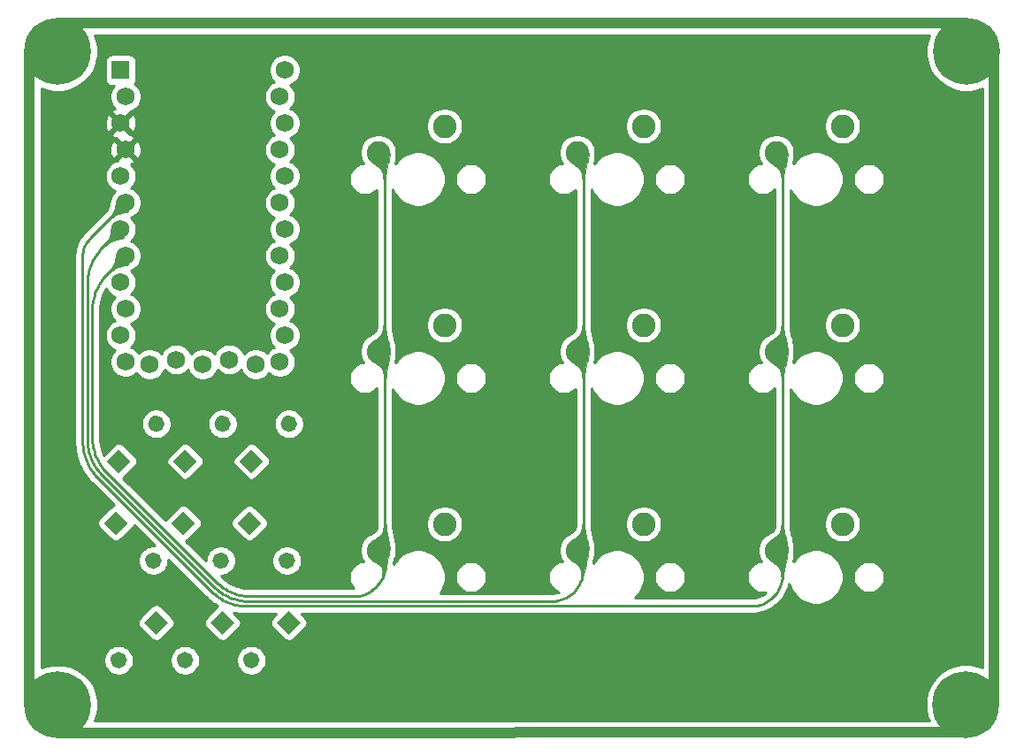
<source format=gbl>
G04 #@! TF.GenerationSoftware,KiCad,Pcbnew,(5.1.10-1-10_14)*
G04 #@! TF.CreationDate,2021-09-20T15:56:21+08:00*
G04 #@! TF.ProjectId,SMP v.2,534d5020-762e-4322-9e6b-696361645f70,rev?*
G04 #@! TF.SameCoordinates,Original*
G04 #@! TF.FileFunction,Copper,L2,Bot*
G04 #@! TF.FilePolarity,Positive*
%FSLAX46Y46*%
G04 Gerber Fmt 4.6, Leading zero omitted, Abs format (unit mm)*
G04 Created by KiCad (PCBNEW (5.1.10-1-10_14)) date 2021-09-20 15:56:21*
%MOMM*%
%LPD*%
G01*
G04 APERTURE LIST*
G04 #@! TA.AperFunction,NonConductor*
%ADD10C,1.000000*%
G04 #@! TD*
G04 #@! TA.AperFunction,ComponentPad*
%ADD11C,0.100000*%
G04 #@! TD*
G04 #@! TA.AperFunction,ComponentPad*
%ADD12C,2.250000*%
G04 #@! TD*
G04 #@! TA.AperFunction,ComponentPad*
%ADD13C,1.752600*%
G04 #@! TD*
G04 #@! TA.AperFunction,ComponentPad*
%ADD14R,1.752600X1.752600*%
G04 #@! TD*
G04 #@! TA.AperFunction,ComponentPad*
%ADD15C,6.400000*%
G04 #@! TD*
G04 #@! TA.AperFunction,Conductor*
%ADD16C,0.254000*%
G04 #@! TD*
G04 #@! TA.AperFunction,Conductor*
%ADD17C,0.100000*%
G04 #@! TD*
G04 #@! TA.AperFunction,Conductor*
%ADD18C,0.025400*%
G04 #@! TD*
G04 APERTURE END LIST*
D10*
X108094801Y-128577340D02*
X108094801Y-66194940D01*
X110822740Y-131274799D02*
X197637400Y-131249378D01*
X110822740Y-63340001D02*
X197639940Y-63340001D01*
X200459599Y-128577340D02*
X200459599Y-66194940D01*
G04 #@! TA.AperFunction,ComponentPad*
G36*
G01*
X117189107Y-123755293D02*
X117189107Y-123755293D01*
G75*
G02*
X117189107Y-124886663I-565685J-565685D01*
G01*
X117189107Y-124886663D01*
G75*
G02*
X116057737Y-124886663I-565685J565685D01*
G01*
X116057737Y-124886663D01*
G75*
G02*
X116057737Y-123755293I565685J565685D01*
G01*
X116057737Y-123755293D01*
G75*
G02*
X117189107Y-123755293I565685J-565685D01*
G01*
G37*
G04 #@! TD.AperFunction*
G04 #@! TA.AperFunction,ComponentPad*
D11*
G36*
X120215524Y-119597505D02*
G01*
X121346895Y-120728876D01*
X120215524Y-121860247D01*
X119084153Y-120728876D01*
X120215524Y-119597505D01*
G37*
G04 #@! TD.AperFunction*
G04 #@! TA.AperFunction,ComponentPad*
G36*
G01*
X123539107Y-123755293D02*
X123539107Y-123755293D01*
G75*
G02*
X123539107Y-124886663I-565685J-565685D01*
G01*
X123539107Y-124886663D01*
G75*
G02*
X122407737Y-124886663I-565685J565685D01*
G01*
X122407737Y-124886663D01*
G75*
G02*
X122407737Y-123755293I565685J565685D01*
G01*
X122407737Y-123755293D01*
G75*
G02*
X123539107Y-123755293I565685J-565685D01*
G01*
G37*
G04 #@! TD.AperFunction*
G04 #@! TA.AperFunction,ComponentPad*
G36*
X126565524Y-119597505D02*
G01*
X127696895Y-120728876D01*
X126565524Y-121860247D01*
X125434153Y-120728876D01*
X126565524Y-119597505D01*
G37*
G04 #@! TD.AperFunction*
G04 #@! TA.AperFunction,ComponentPad*
G36*
G01*
X129889107Y-123755293D02*
X129889107Y-123755293D01*
G75*
G02*
X129889107Y-124886663I-565685J-565685D01*
G01*
X129889107Y-124886663D01*
G75*
G02*
X128757737Y-124886663I-565685J565685D01*
G01*
X128757737Y-124886663D01*
G75*
G02*
X128757737Y-123755293I565685J565685D01*
G01*
X128757737Y-123755293D01*
G75*
G02*
X129889107Y-123755293I565685J-565685D01*
G01*
G37*
G04 #@! TD.AperFunction*
G04 #@! TA.AperFunction,ComponentPad*
G36*
X132915524Y-119597505D02*
G01*
X134046895Y-120728876D01*
X132915524Y-121860247D01*
X131784153Y-120728876D01*
X132915524Y-119597505D01*
G37*
G04 #@! TD.AperFunction*
G04 #@! TA.AperFunction,ComponentPad*
G36*
G01*
X119377467Y-114230293D02*
X119377467Y-114230293D01*
G75*
G02*
X120508837Y-114230293I565685J-565685D01*
G01*
X120508837Y-114230293D01*
G75*
G02*
X120508837Y-115361663I-565685J-565685D01*
G01*
X120508837Y-115361663D01*
G75*
G02*
X119377467Y-115361663I-565685J565685D01*
G01*
X119377467Y-115361663D01*
G75*
G02*
X119377467Y-114230293I565685J565685D01*
G01*
G37*
G04 #@! TD.AperFunction*
G04 #@! TA.AperFunction,ComponentPad*
G36*
X115219679Y-111203876D02*
G01*
X116351050Y-110072505D01*
X117482421Y-111203876D01*
X116351050Y-112335247D01*
X115219679Y-111203876D01*
G37*
G04 #@! TD.AperFunction*
G04 #@! TA.AperFunction,ComponentPad*
G36*
G01*
X125831743Y-114230293D02*
X125831743Y-114230293D01*
G75*
G02*
X126963113Y-114230293I565685J-565685D01*
G01*
X126963113Y-114230293D01*
G75*
G02*
X126963113Y-115361663I-565685J-565685D01*
G01*
X126963113Y-115361663D01*
G75*
G02*
X125831743Y-115361663I-565685J565685D01*
G01*
X125831743Y-115361663D01*
G75*
G02*
X125831743Y-114230293I565685J565685D01*
G01*
G37*
G04 #@! TD.AperFunction*
G04 #@! TA.AperFunction,ComponentPad*
G36*
X121673955Y-111203876D02*
G01*
X122805326Y-110072505D01*
X123936697Y-111203876D01*
X122805326Y-112335247D01*
X121673955Y-111203876D01*
G37*
G04 #@! TD.AperFunction*
G04 #@! TA.AperFunction,ComponentPad*
G36*
G01*
X132161423Y-114230293D02*
X132161423Y-114230293D01*
G75*
G02*
X133292793Y-114230293I565685J-565685D01*
G01*
X133292793Y-114230293D01*
G75*
G02*
X133292793Y-115361663I-565685J-565685D01*
G01*
X133292793Y-115361663D01*
G75*
G02*
X132161423Y-115361663I-565685J565685D01*
G01*
X132161423Y-115361663D01*
G75*
G02*
X132161423Y-114230293I565685J565685D01*
G01*
G37*
G04 #@! TD.AperFunction*
G04 #@! TA.AperFunction,ComponentPad*
G36*
X128003635Y-111203876D02*
G01*
X129135006Y-110072505D01*
X130266377Y-111203876D01*
X129135006Y-112335247D01*
X128003635Y-111203876D01*
G37*
G04 #@! TD.AperFunction*
G04 #@! TA.AperFunction,ComponentPad*
G36*
G01*
X132349839Y-102258395D02*
X132349839Y-102258395D01*
G75*
G02*
X132349839Y-101127025I565685J565685D01*
G01*
X132349839Y-101127025D01*
G75*
G02*
X133481209Y-101127025I565685J-565685D01*
G01*
X133481209Y-101127025D01*
G75*
G02*
X133481209Y-102258395I-565685J-565685D01*
G01*
X133481209Y-102258395D01*
G75*
G02*
X132349839Y-102258395I-565685J565685D01*
G01*
G37*
G04 #@! TD.AperFunction*
G04 #@! TA.AperFunction,ComponentPad*
G36*
X129323422Y-106416183D02*
G01*
X128192051Y-105284812D01*
X129323422Y-104153441D01*
X130454793Y-105284812D01*
X129323422Y-106416183D01*
G37*
G04 #@! TD.AperFunction*
G04 #@! TA.AperFunction,ComponentPad*
G36*
G01*
X125999839Y-102258395D02*
X125999839Y-102258395D01*
G75*
G02*
X125999839Y-101127025I565685J565685D01*
G01*
X125999839Y-101127025D01*
G75*
G02*
X127131209Y-101127025I565685J-565685D01*
G01*
X127131209Y-101127025D01*
G75*
G02*
X127131209Y-102258395I-565685J-565685D01*
G01*
X127131209Y-102258395D01*
G75*
G02*
X125999839Y-102258395I-565685J565685D01*
G01*
G37*
G04 #@! TD.AperFunction*
G04 #@! TA.AperFunction,ComponentPad*
G36*
X122973422Y-106416183D02*
G01*
X121842051Y-105284812D01*
X122973422Y-104153441D01*
X124104793Y-105284812D01*
X122973422Y-106416183D01*
G37*
G04 #@! TD.AperFunction*
G04 #@! TA.AperFunction,ComponentPad*
G36*
G01*
X119649839Y-102258395D02*
X119649839Y-102258395D01*
G75*
G02*
X119649839Y-101127025I565685J565685D01*
G01*
X119649839Y-101127025D01*
G75*
G02*
X120781209Y-101127025I565685J-565685D01*
G01*
X120781209Y-101127025D01*
G75*
G02*
X120781209Y-102258395I-565685J-565685D01*
G01*
X120781209Y-102258395D01*
G75*
G02*
X119649839Y-102258395I-565685J565685D01*
G01*
G37*
G04 #@! TD.AperFunction*
G04 #@! TA.AperFunction,ComponentPad*
G36*
X116623422Y-106416183D02*
G01*
X115492051Y-105284812D01*
X116623422Y-104153441D01*
X117754793Y-105284812D01*
X116623422Y-106416183D01*
G37*
G04 #@! TD.AperFunction*
D12*
X147815300Y-73177400D03*
X141465300Y-75717400D03*
X166865300Y-73177400D03*
X160515300Y-75717400D03*
X185915300Y-73177400D03*
X179565300Y-75717400D03*
X147815300Y-92227400D03*
X141465300Y-94767400D03*
X185915300Y-92227400D03*
X179565300Y-94767400D03*
X166865300Y-111277400D03*
X160515300Y-113817400D03*
X185915300Y-111277400D03*
X179565300Y-113817400D03*
X147815300Y-111277400D03*
X141465300Y-113817400D03*
X166865300Y-92227400D03*
X160515300Y-94767400D03*
D13*
X119583200Y-95986600D03*
X122123200Y-95529400D03*
X124663200Y-95986600D03*
X127203200Y-95529400D03*
X129743200Y-95986600D03*
X132511800Y-67818000D03*
X117271800Y-95758000D03*
X132054600Y-70358000D03*
X132511800Y-72898000D03*
X132054600Y-75438000D03*
X132511800Y-77978000D03*
X132054600Y-80518000D03*
X132511800Y-83058000D03*
X132054600Y-85598000D03*
X132511800Y-88138000D03*
X132054600Y-90678000D03*
X132511800Y-93218000D03*
X132054600Y-95758000D03*
X116814600Y-93218000D03*
X117271800Y-90678000D03*
X116814600Y-88138000D03*
X117271800Y-85598000D03*
X116814600Y-83058000D03*
X117271800Y-80518000D03*
X116814600Y-77978000D03*
X117271800Y-75438000D03*
X116814600Y-72898000D03*
X117271800Y-70358000D03*
D14*
X116814600Y-67818000D03*
D15*
X110794800Y-66040000D03*
X197759600Y-66040000D03*
X110794800Y-128574800D03*
X197713055Y-128549400D03*
D16*
X141960600Y-113322100D02*
X141465300Y-113817400D01*
X141465300Y-75717400D02*
X141960600Y-76212700D01*
X142062200Y-76314300D02*
X141465300Y-75717400D01*
X142062200Y-94170500D02*
X142062200Y-76314300D01*
X141465300Y-94767400D02*
X142062200Y-94170500D01*
X142113000Y-95415100D02*
X141465300Y-94767400D01*
X142113000Y-113169700D02*
X142113000Y-95415100D01*
X141465300Y-113817400D02*
X142113000Y-113169700D01*
X115485613Y-87384186D02*
X117271800Y-85598000D01*
X115322197Y-87555825D02*
X115485613Y-87384186D01*
X115167401Y-87735277D02*
X115322197Y-87555825D01*
X115021597Y-87922108D02*
X115167401Y-87735277D01*
X114885136Y-88115869D02*
X115021597Y-87922108D01*
X114758346Y-88316092D02*
X114885136Y-88115869D01*
X114279310Y-104379818D02*
X114216101Y-104151411D01*
X114353649Y-89171751D02*
X114438941Y-88950640D01*
X114885136Y-105660729D02*
X114758346Y-105460507D01*
X114534980Y-105042618D02*
X114438941Y-104825958D01*
X114279309Y-89396781D02*
X114353649Y-89171751D01*
X114123659Y-90089922D02*
X114164176Y-89856420D01*
X114071400Y-90798400D02*
X114077215Y-90561480D01*
X115322198Y-106220772D02*
X115167401Y-106041321D01*
X114071400Y-102978200D02*
X114071400Y-90798400D01*
X114077215Y-103215119D02*
X114071400Y-102978200D01*
X114094649Y-103451468D02*
X114077215Y-103215119D01*
X114164176Y-89856420D02*
X114216101Y-89625187D01*
X114216101Y-89625187D02*
X114279309Y-89396781D01*
X114077215Y-90561480D02*
X114094649Y-90325131D01*
X114094649Y-90325131D02*
X114123659Y-90089922D01*
X114164176Y-103920179D02*
X114123660Y-103686677D01*
X114438941Y-104825958D02*
X114353649Y-104604847D01*
X114216101Y-104151411D02*
X114164176Y-103920179D01*
X114438941Y-88950640D02*
X114534980Y-88733981D01*
X127240381Y-117748019D02*
X127028694Y-117641465D01*
X114534980Y-88733981D02*
X114641533Y-88522294D01*
X114353649Y-104604847D02*
X114279310Y-104379818D01*
X115021597Y-105854490D02*
X114885136Y-105660729D01*
X125890586Y-116797386D02*
X115485613Y-106392413D01*
X114641534Y-105254304D02*
X114534980Y-105042618D01*
X127678151Y-117929349D02*
X127457040Y-117844057D01*
X126062225Y-116960801D02*
X125890586Y-116797386D01*
X129067880Y-118205783D02*
X128831531Y-118188349D01*
X126822491Y-117524652D02*
X126622269Y-117397863D01*
X126428508Y-117261401D02*
X126241677Y-117115597D01*
X126622269Y-117397863D02*
X126428508Y-117261401D01*
X127028694Y-117641465D02*
X126822491Y-117524652D01*
X115167401Y-106041321D02*
X115021597Y-105854490D01*
X126241677Y-117115597D02*
X126062225Y-116960801D01*
X127457040Y-117844057D02*
X127240381Y-117748019D01*
X128131587Y-118066898D02*
X127903181Y-118003689D01*
X128362820Y-118118823D02*
X128131587Y-118066898D01*
X127903181Y-118003689D02*
X127678151Y-117929349D01*
X114758346Y-105460507D02*
X114641534Y-105254304D01*
X115485613Y-106392413D02*
X115322198Y-106220772D01*
X128596322Y-118159339D02*
X128362820Y-118118823D01*
X114641533Y-88522294D02*
X114758346Y-88316092D01*
X129304800Y-118211600D02*
X129067880Y-118205783D01*
X128831531Y-118188349D02*
X128596322Y-118159339D01*
X114123660Y-103686677D02*
X114094649Y-103451468D01*
X141465300Y-113817400D02*
X142113000Y-114465100D01*
X142113000Y-115211600D02*
X142113000Y-114465100D01*
X142113000Y-115211600D02*
X142098554Y-115505651D01*
X142098554Y-115505651D02*
X142055355Y-115796870D01*
X142055355Y-115796870D02*
X141983821Y-116082454D01*
X141983821Y-116082454D02*
X141884638Y-116359650D01*
X141884638Y-116359650D02*
X141758763Y-116625790D01*
X141758763Y-116625790D02*
X141607408Y-116878310D01*
X141607408Y-116878310D02*
X141432031Y-117114779D01*
X141432031Y-117114779D02*
X141234320Y-117332920D01*
X141234320Y-117332920D02*
X141016179Y-117530631D01*
X141016179Y-117530631D02*
X140779710Y-117706008D01*
X140779710Y-117706008D02*
X140527190Y-117857363D01*
X140527190Y-117857363D02*
X140261050Y-117983238D01*
X140261050Y-117983238D02*
X139983854Y-118082421D01*
X139983854Y-118082421D02*
X139698270Y-118153955D01*
X139698270Y-118153955D02*
X139407051Y-118197154D01*
X139407051Y-118197154D02*
X139113000Y-118211600D01*
X139113000Y-118211600D02*
X129304800Y-118211600D01*
X161112200Y-76314300D02*
X160515300Y-75717400D01*
X161112200Y-94170500D02*
X161112200Y-76314300D01*
X160515300Y-94767400D02*
X161112200Y-94170500D01*
X161112200Y-95364300D02*
X160515300Y-94767400D01*
X161112200Y-113220500D02*
X161112200Y-95364300D01*
X160515300Y-113817400D02*
X161112200Y-113220500D01*
X115028413Y-84844186D02*
X116814600Y-83058000D01*
X114864997Y-85015825D02*
X115028413Y-84844186D01*
X114710201Y-85195277D02*
X114864997Y-85015825D01*
X114564397Y-85382108D02*
X114710201Y-85195277D01*
X113637448Y-103654668D02*
X113620014Y-103418319D01*
X114077780Y-86193981D02*
X114184333Y-85982294D01*
X114427935Y-105863930D02*
X114301145Y-105663707D01*
X114301145Y-105663707D02*
X114184333Y-105457504D01*
X114184333Y-105457504D02*
X114077779Y-105245818D01*
X113981741Y-86410640D02*
X114077780Y-86193981D01*
X113620014Y-103418319D02*
X113614200Y-103181400D01*
X113896449Y-86631751D02*
X113981741Y-86410640D01*
X113666459Y-87549922D02*
X113706976Y-87316420D01*
X160515300Y-113817400D02*
X161061400Y-114363500D01*
X113637449Y-87785131D02*
X113666459Y-87549922D01*
X113614200Y-88258400D02*
X113620015Y-88021480D01*
X114427936Y-85575869D02*
X114564397Y-85382108D01*
X114184333Y-85982294D02*
X114301146Y-85776092D01*
X113666459Y-103889877D02*
X113637448Y-103654668D01*
X128637832Y-118655050D02*
X128402623Y-118626040D01*
X113758901Y-87085187D02*
X113822109Y-86856781D01*
X113758900Y-104354612D02*
X113706975Y-104123379D01*
X113620015Y-88021480D02*
X113637449Y-87785131D01*
X113706975Y-104123379D02*
X113666459Y-103889877D01*
X114864997Y-106423973D02*
X114710201Y-106244521D01*
X113822109Y-104583018D02*
X113758900Y-104354612D01*
X114564396Y-106057690D02*
X114427935Y-105863930D01*
X114710201Y-106244521D02*
X114564396Y-106057690D01*
X115028413Y-106595613D02*
X114864997Y-106423973D01*
X113896448Y-104808048D02*
X113822109Y-104583018D01*
X125696887Y-117264087D02*
X115028413Y-106595613D01*
X114301146Y-85776092D02*
X114427936Y-85575869D01*
X113822109Y-86856781D02*
X113896449Y-86631751D01*
X125868526Y-117427502D02*
X125696887Y-117264087D01*
X126047978Y-117582298D02*
X125868526Y-117427502D01*
X126234809Y-117728102D02*
X126047978Y-117582298D01*
X113981740Y-105029159D02*
X113896448Y-104808048D01*
X127937888Y-118533599D02*
X127709482Y-118470390D01*
X127709482Y-118470390D02*
X127484452Y-118396050D01*
X127484452Y-118396050D02*
X127263341Y-118310758D01*
X127046682Y-118214720D02*
X126834995Y-118108166D01*
X127263341Y-118310758D02*
X127046682Y-118214720D01*
X126834995Y-118108166D02*
X126628792Y-117991353D01*
X129111101Y-118678301D02*
X128874181Y-118672484D01*
X114077779Y-105245818D02*
X113981740Y-105029159D01*
X126628792Y-117991353D02*
X126428570Y-117864564D01*
X126428570Y-117864564D02*
X126234809Y-117728102D01*
X128402623Y-118626040D02*
X128169121Y-118585524D01*
X128169121Y-118585524D02*
X127937888Y-118533599D01*
X128874181Y-118672484D02*
X128637832Y-118655050D01*
X113706976Y-87316420D02*
X113758901Y-87085187D01*
X113614200Y-103181400D02*
X113614200Y-88258400D01*
X161061400Y-115678301D02*
X161061400Y-114363500D01*
X161061400Y-115678301D02*
X161046954Y-115972352D01*
X161046954Y-115972352D02*
X161003755Y-116263571D01*
X161003755Y-116263571D02*
X160932221Y-116549155D01*
X160932221Y-116549155D02*
X160833038Y-116826351D01*
X160833038Y-116826351D02*
X160707163Y-117092491D01*
X160707163Y-117092491D02*
X160555808Y-117345011D01*
X160555808Y-117345011D02*
X160380431Y-117581480D01*
X160380431Y-117581480D02*
X160182720Y-117799621D01*
X160182720Y-117799621D02*
X159964579Y-117997332D01*
X159964579Y-117997332D02*
X159728110Y-118172709D01*
X159728110Y-118172709D02*
X159475590Y-118324064D01*
X159475590Y-118324064D02*
X159209450Y-118449939D01*
X159209450Y-118449939D02*
X158932254Y-118549122D01*
X158932254Y-118549122D02*
X158646670Y-118620656D01*
X158646670Y-118620656D02*
X158355451Y-118663855D01*
X158355451Y-118663855D02*
X158061400Y-118678301D01*
X158061400Y-118678301D02*
X129111101Y-118678301D01*
X180187600Y-94145100D02*
X180187600Y-76339700D01*
X180187600Y-76339700D02*
X179565300Y-75717400D01*
X179565300Y-94767400D02*
X180187600Y-94145100D01*
X180187600Y-95389700D02*
X179565300Y-94767400D01*
X180187600Y-113195100D02*
X180187600Y-95389700D01*
X179565300Y-113817400D02*
X180187600Y-113195100D01*
X113864106Y-83925693D02*
X117271800Y-80518000D01*
X113705000Y-84101238D02*
X113782398Y-84011512D01*
X113632098Y-84194654D02*
X113705000Y-84101238D01*
X113563867Y-84291534D02*
X113632098Y-84194654D01*
X113500472Y-84391645D02*
X113563867Y-84291534D01*
X113442066Y-84494747D02*
X113500472Y-84391645D01*
X113388789Y-84600590D02*
X113442066Y-84494747D01*
X113229350Y-85046193D02*
X113260954Y-84931990D01*
X113180249Y-103857868D02*
X113162815Y-103621519D01*
X113168624Y-85396165D02*
X113183129Y-85278561D01*
X113159907Y-85514340D02*
X113168624Y-85396165D01*
X113157000Y-85632800D02*
X113159907Y-85514340D01*
X113157000Y-103384600D02*
X113157000Y-85632800D01*
X125490497Y-117718097D02*
X114571213Y-106798813D01*
X113260954Y-84931990D02*
X113298124Y-84819475D01*
X127962731Y-119039534D02*
X127731498Y-118987609D01*
X113364910Y-104786218D02*
X113301701Y-104557811D01*
X113183129Y-85278561D02*
X113203387Y-85161810D01*
X126628605Y-118562176D02*
X126422402Y-118445363D01*
X113439249Y-105011247D02*
X113364910Y-104786218D01*
X113524541Y-105232358D02*
X113439249Y-105011247D01*
X113727134Y-105660704D02*
X113620580Y-105449018D01*
X113970736Y-106067129D02*
X113843946Y-105866907D01*
X113843946Y-105866907D02*
X113727134Y-105660704D01*
X113782398Y-84011512D02*
X113864106Y-83925693D01*
X114107197Y-106260890D02*
X113970736Y-106067129D01*
X114407798Y-106627172D02*
X114253001Y-106447721D01*
X114571213Y-106798813D02*
X114407798Y-106627172D01*
X113340770Y-84708920D02*
X113388789Y-84600590D01*
X113249776Y-104326579D02*
X113209260Y-104093077D01*
X126422402Y-118445363D02*
X126222180Y-118318574D01*
X126222180Y-118318574D02*
X126028419Y-118182112D01*
X113620580Y-105449018D02*
X113524541Y-105232358D01*
X125841588Y-118036308D02*
X125662136Y-117881512D01*
X125662136Y-117881512D02*
X125490497Y-117718097D01*
X114253001Y-106447721D02*
X114107197Y-106260890D01*
X113298124Y-84819475D02*
X113340770Y-84708920D01*
X126028419Y-118182112D02*
X125841588Y-118036308D01*
X179565300Y-113817400D02*
X180162200Y-114414300D01*
X127056951Y-118764768D02*
X126840292Y-118668730D01*
X126840292Y-118668730D02*
X126628605Y-118562176D01*
X113162815Y-103621519D02*
X113157000Y-103384600D01*
X113209260Y-104093077D02*
X113180249Y-103857868D01*
X113203387Y-85161810D02*
X113229350Y-85046193D01*
X127503092Y-118924400D02*
X127278062Y-118850060D01*
X127731498Y-118987609D02*
X127503092Y-118924400D01*
X128431442Y-119109060D02*
X128196233Y-119080050D01*
X128196233Y-119080050D02*
X127962731Y-119039534D01*
X128667791Y-119126494D02*
X128431442Y-119109060D01*
X128904711Y-119132311D02*
X128667791Y-119126494D01*
X127278062Y-118850060D02*
X127056951Y-118764768D01*
X113301701Y-104557811D02*
X113249776Y-104326579D01*
X177162200Y-119132311D02*
X128904711Y-119132311D01*
X177162200Y-119132311D02*
X177456251Y-119117865D01*
X177456251Y-119117865D02*
X177747470Y-119074666D01*
X177747470Y-119074666D02*
X178033054Y-119003132D01*
X178033054Y-119003132D02*
X178310250Y-118903949D01*
X178310250Y-118903949D02*
X178576390Y-118778074D01*
X178576390Y-118778074D02*
X178828910Y-118626719D01*
X178828910Y-118626719D02*
X179065379Y-118451342D01*
X179065379Y-118451342D02*
X179283520Y-118253631D01*
X179283520Y-118253631D02*
X179481231Y-118035490D01*
X179481231Y-118035490D02*
X179656608Y-117799021D01*
X179656608Y-117799021D02*
X179807963Y-117546501D01*
X179807963Y-117546501D02*
X179933838Y-117280361D01*
X179933838Y-117280361D02*
X180033021Y-117003165D01*
X180033021Y-117003165D02*
X180104555Y-116717581D01*
X180104555Y-116717581D02*
X180147754Y-116426362D01*
X180147754Y-116426362D02*
X180162200Y-116132311D01*
X180162200Y-116132311D02*
X180162200Y-114414300D01*
X194071977Y-64921372D02*
X193924600Y-65662285D01*
X193924600Y-66417715D01*
X194071977Y-67158628D01*
X194361067Y-67856554D01*
X194780761Y-68484670D01*
X195314930Y-69018839D01*
X195943046Y-69438533D01*
X196640972Y-69727623D01*
X197381885Y-69875000D01*
X198137315Y-69875000D01*
X198878228Y-69727623D01*
X199324600Y-69542730D01*
X199324599Y-125065949D01*
X198831683Y-124861777D01*
X198090770Y-124714400D01*
X197335340Y-124714400D01*
X196594427Y-124861777D01*
X195896501Y-125150867D01*
X195268385Y-125570561D01*
X194734216Y-126104730D01*
X194314522Y-126732846D01*
X194025432Y-127430772D01*
X193878055Y-128171685D01*
X193878055Y-128927115D01*
X194025432Y-129668028D01*
X194210732Y-130115382D01*
X114297952Y-130138782D01*
X114482423Y-129693428D01*
X114629800Y-128952515D01*
X114629800Y-128197085D01*
X114482423Y-127456172D01*
X114193333Y-126758246D01*
X113773639Y-126130130D01*
X113239470Y-125595961D01*
X112611354Y-125176267D01*
X111913428Y-124887177D01*
X111172515Y-124739800D01*
X110417085Y-124739800D01*
X109676172Y-124887177D01*
X109229801Y-125072070D01*
X109229801Y-124179643D01*
X115188422Y-124179643D01*
X115188422Y-124462313D01*
X115243569Y-124739552D01*
X115351742Y-125000705D01*
X115508785Y-125235737D01*
X115708663Y-125435615D01*
X115943695Y-125592658D01*
X116204848Y-125700831D01*
X116482087Y-125755978D01*
X116764757Y-125755978D01*
X117041996Y-125700831D01*
X117303149Y-125592658D01*
X117538181Y-125435615D01*
X117738059Y-125235737D01*
X117895102Y-125000705D01*
X118003275Y-124739552D01*
X118058422Y-124462313D01*
X118058422Y-124179643D01*
X121538422Y-124179643D01*
X121538422Y-124462313D01*
X121593569Y-124739552D01*
X121701742Y-125000705D01*
X121858785Y-125235737D01*
X122058663Y-125435615D01*
X122293695Y-125592658D01*
X122554848Y-125700831D01*
X122832087Y-125755978D01*
X123114757Y-125755978D01*
X123391996Y-125700831D01*
X123653149Y-125592658D01*
X123888181Y-125435615D01*
X124088059Y-125235737D01*
X124245102Y-125000705D01*
X124353275Y-124739552D01*
X124408422Y-124462313D01*
X124408422Y-124179643D01*
X127888422Y-124179643D01*
X127888422Y-124462313D01*
X127943569Y-124739552D01*
X128051742Y-125000705D01*
X128208785Y-125235737D01*
X128408663Y-125435615D01*
X128643695Y-125592658D01*
X128904848Y-125700831D01*
X129182087Y-125755978D01*
X129464757Y-125755978D01*
X129741996Y-125700831D01*
X130003149Y-125592658D01*
X130238181Y-125435615D01*
X130438059Y-125235737D01*
X130595102Y-125000705D01*
X130703275Y-124739552D01*
X130758422Y-124462313D01*
X130758422Y-124179643D01*
X130703275Y-123902404D01*
X130595102Y-123641251D01*
X130438059Y-123406219D01*
X130238181Y-123206341D01*
X130003149Y-123049298D01*
X129741996Y-122941125D01*
X129464757Y-122885978D01*
X129182087Y-122885978D01*
X128904848Y-122941125D01*
X128643695Y-123049298D01*
X128408663Y-123206341D01*
X128208785Y-123406219D01*
X128051742Y-123641251D01*
X127943569Y-123902404D01*
X127888422Y-124179643D01*
X124408422Y-124179643D01*
X124353275Y-123902404D01*
X124245102Y-123641251D01*
X124088059Y-123406219D01*
X123888181Y-123206341D01*
X123653149Y-123049298D01*
X123391996Y-122941125D01*
X123114757Y-122885978D01*
X122832087Y-122885978D01*
X122554848Y-122941125D01*
X122293695Y-123049298D01*
X122058663Y-123206341D01*
X121858785Y-123406219D01*
X121701742Y-123641251D01*
X121593569Y-123902404D01*
X121538422Y-124179643D01*
X118058422Y-124179643D01*
X118003275Y-123902404D01*
X117895102Y-123641251D01*
X117738059Y-123406219D01*
X117538181Y-123206341D01*
X117303149Y-123049298D01*
X117041996Y-122941125D01*
X116764757Y-122885978D01*
X116482087Y-122885978D01*
X116204848Y-122941125D01*
X115943695Y-123049298D01*
X115708663Y-123206341D01*
X115508785Y-123406219D01*
X115351742Y-123641251D01*
X115243569Y-123902404D01*
X115188422Y-124179643D01*
X109229801Y-124179643D01*
X109229801Y-120728876D01*
X118446081Y-120728876D01*
X118458341Y-120853358D01*
X118494651Y-120973056D01*
X118553616Y-121083370D01*
X118632968Y-121180061D01*
X119764339Y-122311432D01*
X119861030Y-122390784D01*
X119971344Y-122449749D01*
X120091042Y-122486059D01*
X120215524Y-122498319D01*
X120340006Y-122486059D01*
X120459704Y-122449749D01*
X120570018Y-122390784D01*
X120666709Y-122311432D01*
X121798080Y-121180061D01*
X121877432Y-121083370D01*
X121936397Y-120973056D01*
X121972707Y-120853358D01*
X121984967Y-120728876D01*
X121972707Y-120604394D01*
X121936397Y-120484696D01*
X121877432Y-120374382D01*
X121798080Y-120277691D01*
X120666709Y-119146320D01*
X120570018Y-119066968D01*
X120459704Y-119008003D01*
X120340006Y-118971693D01*
X120215524Y-118959433D01*
X120091042Y-118971693D01*
X119971344Y-119008003D01*
X119861030Y-119066968D01*
X119764339Y-119146320D01*
X118632968Y-120277691D01*
X118553616Y-120374382D01*
X118494651Y-120484696D01*
X118458341Y-120604394D01*
X118446081Y-120728876D01*
X109229801Y-120728876D01*
X109229801Y-85651520D01*
X112394312Y-85651520D01*
X112395001Y-85660860D01*
X112395000Y-103356555D01*
X112394312Y-103365883D01*
X112395000Y-103393916D01*
X112395000Y-103422025D01*
X112395919Y-103431354D01*
X112400586Y-103621535D01*
X112400127Y-103640250D01*
X112401504Y-103658913D01*
X112401963Y-103677630D01*
X112404255Y-103696214D01*
X112418940Y-103895294D01*
X112419399Y-103914002D01*
X112421689Y-103932571D01*
X112423067Y-103951248D01*
X112426269Y-103969703D01*
X112450702Y-104167796D01*
X112452080Y-104186473D01*
X112455282Y-104204929D01*
X112457573Y-104223500D01*
X112461672Y-104241756D01*
X112495799Y-104438432D01*
X112498091Y-104457017D01*
X112502194Y-104475287D01*
X112505393Y-104493725D01*
X112510385Y-104511765D01*
X112554120Y-104706520D01*
X112557322Y-104724976D01*
X112562319Y-104743032D01*
X112566417Y-104761282D01*
X112572284Y-104779043D01*
X112625531Y-104971453D01*
X112629630Y-104989704D01*
X112635498Y-105007465D01*
X112640495Y-105025524D01*
X112647237Y-105043003D01*
X112709848Y-105232530D01*
X112714840Y-105250569D01*
X112721575Y-105268029D01*
X112727448Y-105285807D01*
X112735036Y-105302924D01*
X112806875Y-105489162D01*
X112812747Y-105506937D01*
X112820332Y-105524049D01*
X112827070Y-105541516D01*
X112835488Y-105558239D01*
X112916381Y-105740730D01*
X112923117Y-105758192D01*
X112931532Y-105774909D01*
X112939120Y-105792028D01*
X112948350Y-105808321D01*
X113038091Y-105986607D01*
X113045680Y-106003727D01*
X113054910Y-106020020D01*
X113063325Y-106036738D01*
X113073338Y-106052551D01*
X113171726Y-106226229D01*
X113180146Y-106242957D01*
X113190164Y-106258776D01*
X113199387Y-106275058D01*
X113210164Y-106290361D01*
X113316960Y-106459009D01*
X113326185Y-106475293D01*
X113336965Y-106490600D01*
X113346982Y-106506418D01*
X113358498Y-106521175D01*
X113473432Y-106684370D01*
X113483451Y-106700191D01*
X113494970Y-106714952D01*
X113505746Y-106730252D01*
X113517972Y-106744425D01*
X113640782Y-106901792D01*
X113651565Y-106917102D01*
X113663796Y-106931281D01*
X113675307Y-106946031D01*
X113688213Y-106959587D01*
X113818603Y-107110743D01*
X113830114Y-107125494D01*
X113843020Y-107139049D01*
X113855253Y-107153231D01*
X113868814Y-107166142D01*
X113999989Y-107303920D01*
X114005934Y-107311164D01*
X114025794Y-107331024D01*
X114045143Y-107351347D01*
X114052232Y-107357462D01*
X116161271Y-109466501D01*
X116106870Y-109483003D01*
X115996556Y-109541968D01*
X115899865Y-109621320D01*
X114768494Y-110752691D01*
X114689142Y-110849382D01*
X114630177Y-110959696D01*
X114593867Y-111079394D01*
X114581607Y-111203876D01*
X114593867Y-111328358D01*
X114630177Y-111448056D01*
X114689142Y-111558370D01*
X114768494Y-111655061D01*
X115899865Y-112786432D01*
X115996556Y-112865784D01*
X116106870Y-112924749D01*
X116226568Y-112961059D01*
X116351050Y-112973319D01*
X116475532Y-112961059D01*
X116595230Y-112924749D01*
X116705544Y-112865784D01*
X116802235Y-112786432D01*
X117933606Y-111655061D01*
X118012958Y-111558370D01*
X118071923Y-111448056D01*
X118088425Y-111393655D01*
X120055748Y-113360978D01*
X119801817Y-113360978D01*
X119524578Y-113416125D01*
X119263425Y-113524298D01*
X119028393Y-113681341D01*
X118828515Y-113881219D01*
X118671472Y-114116251D01*
X118563299Y-114377404D01*
X118508152Y-114654643D01*
X118508152Y-114937313D01*
X118563299Y-115214552D01*
X118671472Y-115475705D01*
X118828515Y-115710737D01*
X119028393Y-115910615D01*
X119263425Y-116067658D01*
X119524578Y-116175831D01*
X119801817Y-116230978D01*
X120084487Y-116230978D01*
X120361726Y-116175831D01*
X120622879Y-116067658D01*
X120857911Y-115910615D01*
X121057789Y-115710737D01*
X121214832Y-115475705D01*
X121323005Y-115214552D01*
X121378152Y-114937313D01*
X121378152Y-114683382D01*
X124931845Y-118237075D01*
X124937960Y-118244164D01*
X124958289Y-118263519D01*
X124978146Y-118283376D01*
X124985387Y-118289319D01*
X125123169Y-118420499D01*
X125136080Y-118434060D01*
X125150254Y-118446287D01*
X125163810Y-118459193D01*
X125178569Y-118470711D01*
X125329724Y-118601098D01*
X125343278Y-118614002D01*
X125358031Y-118625516D01*
X125372211Y-118637747D01*
X125387521Y-118648530D01*
X125544879Y-118771333D01*
X125559055Y-118783561D01*
X125574361Y-118794340D01*
X125589119Y-118805858D01*
X125604936Y-118815874D01*
X125768137Y-118930813D01*
X125782893Y-118942329D01*
X125798705Y-118952342D01*
X125814013Y-118963123D01*
X125830305Y-118972352D01*
X125998944Y-119079142D01*
X126014249Y-119089921D01*
X126030538Y-119099149D01*
X126046354Y-119109164D01*
X126063076Y-119117581D01*
X126114147Y-119146512D01*
X124982968Y-120277691D01*
X124903616Y-120374382D01*
X124844651Y-120484696D01*
X124808341Y-120604394D01*
X124796081Y-120728876D01*
X124808341Y-120853358D01*
X124844651Y-120973056D01*
X124903616Y-121083370D01*
X124982968Y-121180061D01*
X126114339Y-122311432D01*
X126211030Y-122390784D01*
X126321344Y-122449749D01*
X126441042Y-122486059D01*
X126565524Y-122498319D01*
X126690006Y-122486059D01*
X126809704Y-122449749D01*
X126920018Y-122390784D01*
X127016709Y-122311432D01*
X128148080Y-121180061D01*
X128227432Y-121083370D01*
X128286397Y-120973056D01*
X128322707Y-120853358D01*
X128334967Y-120728876D01*
X128322707Y-120604394D01*
X128286397Y-120484696D01*
X128227432Y-120374382D01*
X128148080Y-120277691D01*
X127612180Y-119741791D01*
X127777553Y-119778927D01*
X127795585Y-119783917D01*
X127814018Y-119787115D01*
X127832292Y-119791219D01*
X127850879Y-119793511D01*
X128047549Y-119827637D01*
X128065813Y-119831738D01*
X128084388Y-119834029D01*
X128102836Y-119837230D01*
X128121509Y-119838607D01*
X128319609Y-119863040D01*
X128338062Y-119866242D01*
X128356742Y-119867620D01*
X128375310Y-119869910D01*
X128394015Y-119870369D01*
X128593100Y-119885054D01*
X128611673Y-119887345D01*
X128630383Y-119887804D01*
X128649059Y-119889182D01*
X128667777Y-119888723D01*
X128857960Y-119893393D01*
X128867285Y-119894311D01*
X128895362Y-119894311D01*
X128923421Y-119895000D01*
X128932762Y-119894311D01*
X131716348Y-119894311D01*
X131332968Y-120277691D01*
X131253616Y-120374382D01*
X131194651Y-120484696D01*
X131158341Y-120604394D01*
X131146081Y-120728876D01*
X131158341Y-120853358D01*
X131194651Y-120973056D01*
X131253616Y-121083370D01*
X131332968Y-121180061D01*
X132464339Y-122311432D01*
X132561030Y-122390784D01*
X132671344Y-122449749D01*
X132791042Y-122486059D01*
X132915524Y-122498319D01*
X133040006Y-122486059D01*
X133159704Y-122449749D01*
X133270018Y-122390784D01*
X133366709Y-122311432D01*
X134498080Y-121180061D01*
X134577432Y-121083370D01*
X134636397Y-120973056D01*
X134672707Y-120853358D01*
X134684967Y-120728876D01*
X134672707Y-120604394D01*
X134636397Y-120484696D01*
X134577432Y-120374382D01*
X134498080Y-120277691D01*
X134114700Y-119894311D01*
X177143520Y-119894311D01*
X177162209Y-119895229D01*
X177180895Y-119894311D01*
X177199626Y-119894311D01*
X177218269Y-119892475D01*
X177531022Y-119877110D01*
X177531033Y-119877108D01*
X177531040Y-119877108D01*
X177896301Y-119822926D01*
X177896303Y-119822925D01*
X177896313Y-119822924D01*
X178254506Y-119733202D01*
X178254527Y-119733196D01*
X178602199Y-119608796D01*
X178602204Y-119608793D01*
X178602214Y-119608790D01*
X178936019Y-119450912D01*
X178936030Y-119450905D01*
X178936035Y-119450903D01*
X179252758Y-119261066D01*
X179252759Y-119261065D01*
X179252771Y-119261058D01*
X179549362Y-119041091D01*
X179549364Y-119041089D01*
X179549375Y-119041081D01*
X179822977Y-118793102D01*
X179822979Y-118793100D01*
X179822991Y-118793089D01*
X180070969Y-118519486D01*
X180070973Y-118519481D01*
X180070980Y-118519473D01*
X180290947Y-118222882D01*
X180290995Y-118222802D01*
X180480792Y-117906146D01*
X180480796Y-117906138D01*
X180480800Y-117906131D01*
X180638679Y-117572325D01*
X180638682Y-117572315D01*
X180638685Y-117572310D01*
X180763085Y-117224639D01*
X180763552Y-117222778D01*
X180821229Y-116992516D01*
X180847427Y-117124222D01*
X181045599Y-117602651D01*
X181333300Y-118033226D01*
X181699474Y-118399400D01*
X182130049Y-118687101D01*
X182608478Y-118885273D01*
X183116376Y-118986300D01*
X183634224Y-118986300D01*
X184142122Y-118885273D01*
X184620551Y-118687101D01*
X185051126Y-118399400D01*
X185417300Y-118033226D01*
X185705001Y-117602651D01*
X185903173Y-117124222D01*
X186004200Y-116616324D01*
X186004200Y-116208678D01*
X186945300Y-116208678D01*
X186945300Y-116506122D01*
X187003329Y-116797851D01*
X187117156Y-117072653D01*
X187282407Y-117319969D01*
X187492731Y-117530293D01*
X187740047Y-117695544D01*
X188014849Y-117809371D01*
X188306578Y-117867400D01*
X188604022Y-117867400D01*
X188895751Y-117809371D01*
X189170553Y-117695544D01*
X189417869Y-117530293D01*
X189628193Y-117319969D01*
X189793444Y-117072653D01*
X189907271Y-116797851D01*
X189965300Y-116506122D01*
X189965300Y-116208678D01*
X189907271Y-115916949D01*
X189793444Y-115642147D01*
X189628193Y-115394831D01*
X189417869Y-115184507D01*
X189170553Y-115019256D01*
X188895751Y-114905429D01*
X188604022Y-114847400D01*
X188306578Y-114847400D01*
X188014849Y-114905429D01*
X187740047Y-115019256D01*
X187492731Y-115184507D01*
X187282407Y-115394831D01*
X187117156Y-115642147D01*
X187003329Y-115916949D01*
X186945300Y-116208678D01*
X186004200Y-116208678D01*
X186004200Y-116098476D01*
X185903173Y-115590578D01*
X185705001Y-115112149D01*
X185417300Y-114681574D01*
X185051126Y-114315400D01*
X184620551Y-114027699D01*
X184142122Y-113829527D01*
X183634224Y-113728500D01*
X183116376Y-113728500D01*
X182608478Y-113829527D01*
X182130049Y-114027699D01*
X181699474Y-114315400D01*
X181333300Y-114681574D01*
X181181692Y-114908471D01*
X181204923Y-114812584D01*
X181211278Y-114783365D01*
X181254640Y-114558621D01*
X181260535Y-114522501D01*
X181295200Y-114263312D01*
X181299002Y-114226934D01*
X181311652Y-114059356D01*
X181325300Y-113990745D01*
X181325300Y-113644055D01*
X181318661Y-113610677D01*
X181314416Y-113485393D01*
X181311063Y-113438284D01*
X181282510Y-113175569D01*
X181275676Y-113128907D01*
X181233597Y-112900960D01*
X181225508Y-112863506D01*
X181174413Y-112657302D01*
X181169287Y-112637932D01*
X181114175Y-112442190D01*
X181062388Y-112254254D01*
X181018631Y-112066610D01*
X180983520Y-111858455D01*
X180959189Y-111608917D01*
X180949600Y-111290545D01*
X180949600Y-111104055D01*
X184155300Y-111104055D01*
X184155300Y-111450745D01*
X184222936Y-111790773D01*
X184355608Y-112111073D01*
X184548219Y-112399335D01*
X184793365Y-112644481D01*
X185081627Y-112837092D01*
X185401927Y-112969764D01*
X185741955Y-113037400D01*
X186088645Y-113037400D01*
X186428673Y-112969764D01*
X186748973Y-112837092D01*
X187037235Y-112644481D01*
X187282381Y-112399335D01*
X187474992Y-112111073D01*
X187607664Y-111790773D01*
X187675300Y-111450745D01*
X187675300Y-111104055D01*
X187607664Y-110764027D01*
X187474992Y-110443727D01*
X187282381Y-110155465D01*
X187037235Y-109910319D01*
X186748973Y-109717708D01*
X186428673Y-109585036D01*
X186088645Y-109517400D01*
X185741955Y-109517400D01*
X185401927Y-109585036D01*
X185081627Y-109717708D01*
X184793365Y-109910319D01*
X184548219Y-110155465D01*
X184355608Y-110443727D01*
X184222936Y-110764027D01*
X184155300Y-111104055D01*
X180949600Y-111104055D01*
X180949600Y-98320889D01*
X181045599Y-98552651D01*
X181333300Y-98983226D01*
X181699474Y-99349400D01*
X182130049Y-99637101D01*
X182608478Y-99835273D01*
X183116376Y-99936300D01*
X183634224Y-99936300D01*
X184142122Y-99835273D01*
X184620551Y-99637101D01*
X185051126Y-99349400D01*
X185417300Y-98983226D01*
X185705001Y-98552651D01*
X185903173Y-98074222D01*
X186004200Y-97566324D01*
X186004200Y-97158678D01*
X186945300Y-97158678D01*
X186945300Y-97456122D01*
X187003329Y-97747851D01*
X187117156Y-98022653D01*
X187282407Y-98269969D01*
X187492731Y-98480293D01*
X187740047Y-98645544D01*
X188014849Y-98759371D01*
X188306578Y-98817400D01*
X188604022Y-98817400D01*
X188895751Y-98759371D01*
X189170553Y-98645544D01*
X189417869Y-98480293D01*
X189628193Y-98269969D01*
X189793444Y-98022653D01*
X189907271Y-97747851D01*
X189965300Y-97456122D01*
X189965300Y-97158678D01*
X189907271Y-96866949D01*
X189793444Y-96592147D01*
X189628193Y-96344831D01*
X189417869Y-96134507D01*
X189170553Y-95969256D01*
X188895751Y-95855429D01*
X188604022Y-95797400D01*
X188306578Y-95797400D01*
X188014849Y-95855429D01*
X187740047Y-95969256D01*
X187492731Y-96134507D01*
X187282407Y-96344831D01*
X187117156Y-96592147D01*
X187003329Y-96866949D01*
X186945300Y-97158678D01*
X186004200Y-97158678D01*
X186004200Y-97048476D01*
X185903173Y-96540578D01*
X185705001Y-96062149D01*
X185417300Y-95631574D01*
X185051126Y-95265400D01*
X184620551Y-94977699D01*
X184142122Y-94779527D01*
X183634224Y-94678500D01*
X183116376Y-94678500D01*
X182608478Y-94779527D01*
X182130049Y-94977699D01*
X181699474Y-95265400D01*
X181333300Y-95631574D01*
X181197308Y-95835101D01*
X181225508Y-95721293D01*
X181233597Y-95683839D01*
X181275676Y-95455892D01*
X181282510Y-95409230D01*
X181311063Y-95146515D01*
X181314416Y-95099406D01*
X181318661Y-94974123D01*
X181325300Y-94940745D01*
X181325300Y-94594055D01*
X181318661Y-94560677D01*
X181314416Y-94435393D01*
X181311063Y-94388284D01*
X181282510Y-94125569D01*
X181275676Y-94078907D01*
X181233597Y-93850960D01*
X181225508Y-93813506D01*
X181174413Y-93607302D01*
X181169287Y-93587932D01*
X181114175Y-93392190D01*
X181062388Y-93204254D01*
X181018631Y-93016610D01*
X180983520Y-92808455D01*
X180959189Y-92558917D01*
X180949600Y-92240545D01*
X180949600Y-92054055D01*
X184155300Y-92054055D01*
X184155300Y-92400745D01*
X184222936Y-92740773D01*
X184355608Y-93061073D01*
X184548219Y-93349335D01*
X184793365Y-93594481D01*
X185081627Y-93787092D01*
X185401927Y-93919764D01*
X185741955Y-93987400D01*
X186088645Y-93987400D01*
X186428673Y-93919764D01*
X186748973Y-93787092D01*
X187037235Y-93594481D01*
X187282381Y-93349335D01*
X187474992Y-93061073D01*
X187607664Y-92740773D01*
X187675300Y-92400745D01*
X187675300Y-92054055D01*
X187607664Y-91714027D01*
X187474992Y-91393727D01*
X187282381Y-91105465D01*
X187037235Y-90860319D01*
X186748973Y-90667708D01*
X186428673Y-90535036D01*
X186088645Y-90467400D01*
X185741955Y-90467400D01*
X185401927Y-90535036D01*
X185081627Y-90667708D01*
X184793365Y-90860319D01*
X184548219Y-91105465D01*
X184355608Y-91393727D01*
X184222936Y-91714027D01*
X184155300Y-92054055D01*
X180949600Y-92054055D01*
X180949600Y-79270889D01*
X181045599Y-79502651D01*
X181333300Y-79933226D01*
X181699474Y-80299400D01*
X182130049Y-80587101D01*
X182608478Y-80785273D01*
X183116376Y-80886300D01*
X183634224Y-80886300D01*
X184142122Y-80785273D01*
X184620551Y-80587101D01*
X185051126Y-80299400D01*
X185417300Y-79933226D01*
X185705001Y-79502651D01*
X185903173Y-79024222D01*
X186004200Y-78516324D01*
X186004200Y-78108678D01*
X186945300Y-78108678D01*
X186945300Y-78406122D01*
X187003329Y-78697851D01*
X187117156Y-78972653D01*
X187282407Y-79219969D01*
X187492731Y-79430293D01*
X187740047Y-79595544D01*
X188014849Y-79709371D01*
X188306578Y-79767400D01*
X188604022Y-79767400D01*
X188895751Y-79709371D01*
X189170553Y-79595544D01*
X189417869Y-79430293D01*
X189628193Y-79219969D01*
X189793444Y-78972653D01*
X189907271Y-78697851D01*
X189965300Y-78406122D01*
X189965300Y-78108678D01*
X189907271Y-77816949D01*
X189793444Y-77542147D01*
X189628193Y-77294831D01*
X189417869Y-77084507D01*
X189170553Y-76919256D01*
X188895751Y-76805429D01*
X188604022Y-76747400D01*
X188306578Y-76747400D01*
X188014849Y-76805429D01*
X187740047Y-76919256D01*
X187492731Y-77084507D01*
X187282407Y-77294831D01*
X187117156Y-77542147D01*
X187003329Y-77816949D01*
X186945300Y-78108678D01*
X186004200Y-78108678D01*
X186004200Y-77998476D01*
X185903173Y-77490578D01*
X185705001Y-77012149D01*
X185417300Y-76581574D01*
X185051126Y-76215400D01*
X184620551Y-75927699D01*
X184142122Y-75729527D01*
X183634224Y-75628500D01*
X183116376Y-75628500D01*
X182608478Y-75729527D01*
X182130049Y-75927699D01*
X181699474Y-76215400D01*
X181333300Y-76581574D01*
X181197308Y-76785101D01*
X181225508Y-76671293D01*
X181233597Y-76633839D01*
X181275676Y-76405892D01*
X181282510Y-76359230D01*
X181311063Y-76096515D01*
X181314416Y-76049406D01*
X181318661Y-75924123D01*
X181325300Y-75890745D01*
X181325300Y-75544055D01*
X181257664Y-75204027D01*
X181124992Y-74883727D01*
X180932381Y-74595465D01*
X180687235Y-74350319D01*
X180398973Y-74157708D01*
X180078673Y-74025036D01*
X179738645Y-73957400D01*
X179391955Y-73957400D01*
X179051927Y-74025036D01*
X178731627Y-74157708D01*
X178443365Y-74350319D01*
X178198219Y-74595465D01*
X178005608Y-74883727D01*
X177872936Y-75204027D01*
X177805300Y-75544055D01*
X177805300Y-75890745D01*
X177872936Y-76230773D01*
X178005608Y-76551073D01*
X178137938Y-76749119D01*
X177854849Y-76805429D01*
X177580047Y-76919256D01*
X177332731Y-77084507D01*
X177122407Y-77294831D01*
X176957156Y-77542147D01*
X176843329Y-77816949D01*
X176785300Y-78108678D01*
X176785300Y-78406122D01*
X176843329Y-78697851D01*
X176957156Y-78972653D01*
X177122407Y-79219969D01*
X177332731Y-79430293D01*
X177580047Y-79595544D01*
X177854849Y-79709371D01*
X178146578Y-79767400D01*
X178444022Y-79767400D01*
X178735751Y-79709371D01*
X179010553Y-79595544D01*
X179257869Y-79430293D01*
X179425601Y-79262561D01*
X179425600Y-92237227D01*
X179416870Y-92452712D01*
X179395737Y-92599922D01*
X179368012Y-92698009D01*
X179337818Y-92762984D01*
X179301050Y-92816149D01*
X179245119Y-92874820D01*
X179157180Y-92946755D01*
X179030836Y-93033477D01*
X178865720Y-93135664D01*
X178774460Y-93189966D01*
X178731627Y-93207708D01*
X178443365Y-93400319D01*
X178198219Y-93645465D01*
X178005608Y-93933727D01*
X177872936Y-94254027D01*
X177805300Y-94594055D01*
X177805300Y-94940745D01*
X177872936Y-95280773D01*
X178005608Y-95601073D01*
X178137938Y-95799119D01*
X177854849Y-95855429D01*
X177580047Y-95969256D01*
X177332731Y-96134507D01*
X177122407Y-96344831D01*
X176957156Y-96592147D01*
X176843329Y-96866949D01*
X176785300Y-97158678D01*
X176785300Y-97456122D01*
X176843329Y-97747851D01*
X176957156Y-98022653D01*
X177122407Y-98269969D01*
X177332731Y-98480293D01*
X177580047Y-98645544D01*
X177854849Y-98759371D01*
X178146578Y-98817400D01*
X178444022Y-98817400D01*
X178735751Y-98759371D01*
X179010553Y-98645544D01*
X179257869Y-98480293D01*
X179425601Y-98312561D01*
X179425600Y-111287227D01*
X179416870Y-111502712D01*
X179395737Y-111649922D01*
X179368012Y-111748009D01*
X179337818Y-111812984D01*
X179301050Y-111866149D01*
X179245119Y-111924820D01*
X179157180Y-111996755D01*
X179030836Y-112083477D01*
X178865720Y-112185664D01*
X178774460Y-112239966D01*
X178731627Y-112257708D01*
X178443365Y-112450319D01*
X178198219Y-112695465D01*
X178005608Y-112983727D01*
X177872936Y-113304027D01*
X177805300Y-113644055D01*
X177805300Y-113990745D01*
X177872936Y-114330773D01*
X178005608Y-114651073D01*
X178137938Y-114849119D01*
X177854849Y-114905429D01*
X177580047Y-115019256D01*
X177332731Y-115184507D01*
X177122407Y-115394831D01*
X176957156Y-115642147D01*
X176843329Y-115916949D01*
X176785300Y-116208678D01*
X176785300Y-116506122D01*
X176843329Y-116797851D01*
X176957156Y-117072653D01*
X177122407Y-117319969D01*
X177332731Y-117530293D01*
X177580047Y-117695544D01*
X177854849Y-117809371D01*
X178146578Y-117867400D01*
X178444022Y-117867400D01*
X178611812Y-117834024D01*
X178581391Y-117861597D01*
X178405054Y-117992376D01*
X178216755Y-118105239D01*
X178018297Y-118199103D01*
X177811595Y-118273063D01*
X177598633Y-118326407D01*
X177381472Y-118358620D01*
X177143507Y-118370311D01*
X166030215Y-118370311D01*
X166367300Y-118033226D01*
X166655001Y-117602651D01*
X166853173Y-117124222D01*
X166954200Y-116616324D01*
X166954200Y-116208678D01*
X167895300Y-116208678D01*
X167895300Y-116506122D01*
X167953329Y-116797851D01*
X168067156Y-117072653D01*
X168232407Y-117319969D01*
X168442731Y-117530293D01*
X168690047Y-117695544D01*
X168964849Y-117809371D01*
X169256578Y-117867400D01*
X169554022Y-117867400D01*
X169845751Y-117809371D01*
X170120553Y-117695544D01*
X170367869Y-117530293D01*
X170578193Y-117319969D01*
X170743444Y-117072653D01*
X170857271Y-116797851D01*
X170915300Y-116506122D01*
X170915300Y-116208678D01*
X170857271Y-115916949D01*
X170743444Y-115642147D01*
X170578193Y-115394831D01*
X170367869Y-115184507D01*
X170120553Y-115019256D01*
X169845751Y-114905429D01*
X169554022Y-114847400D01*
X169256578Y-114847400D01*
X168964849Y-114905429D01*
X168690047Y-115019256D01*
X168442731Y-115184507D01*
X168232407Y-115394831D01*
X168067156Y-115642147D01*
X167953329Y-115916949D01*
X167895300Y-116208678D01*
X166954200Y-116208678D01*
X166954200Y-116098476D01*
X166853173Y-115590578D01*
X166655001Y-115112149D01*
X166367300Y-114681574D01*
X166001126Y-114315400D01*
X165570551Y-114027699D01*
X165092122Y-113829527D01*
X164584224Y-113728500D01*
X164066376Y-113728500D01*
X163558478Y-113829527D01*
X163080049Y-114027699D01*
X162649474Y-114315400D01*
X162283300Y-114681574D01*
X162042785Y-115041531D01*
X162060978Y-114950164D01*
X162103759Y-114748307D01*
X162156291Y-114517478D01*
X162193243Y-114365588D01*
X162207664Y-114330773D01*
X162275300Y-113990745D01*
X162275300Y-113644055D01*
X162268201Y-113608365D01*
X162263660Y-113481964D01*
X162259888Y-113432013D01*
X162229404Y-113167676D01*
X162221728Y-113118286D01*
X162176805Y-112889091D01*
X162167739Y-112849568D01*
X162113189Y-112642357D01*
X162107462Y-112621986D01*
X162048627Y-112425359D01*
X161993549Y-112237271D01*
X161947218Y-112050238D01*
X161910121Y-111843072D01*
X161884385Y-111594288D01*
X161874200Y-111275376D01*
X161874200Y-111104055D01*
X165105300Y-111104055D01*
X165105300Y-111450745D01*
X165172936Y-111790773D01*
X165305608Y-112111073D01*
X165498219Y-112399335D01*
X165743365Y-112644481D01*
X166031627Y-112837092D01*
X166351927Y-112969764D01*
X166691955Y-113037400D01*
X167038645Y-113037400D01*
X167378673Y-112969764D01*
X167698973Y-112837092D01*
X167987235Y-112644481D01*
X168232381Y-112399335D01*
X168424992Y-112111073D01*
X168557664Y-111790773D01*
X168625300Y-111450745D01*
X168625300Y-111104055D01*
X168557664Y-110764027D01*
X168424992Y-110443727D01*
X168232381Y-110155465D01*
X167987235Y-109910319D01*
X167698973Y-109717708D01*
X167378673Y-109585036D01*
X167038645Y-109517400D01*
X166691955Y-109517400D01*
X166351927Y-109585036D01*
X166031627Y-109717708D01*
X165743365Y-109910319D01*
X165498219Y-110155465D01*
X165305608Y-110443727D01*
X165172936Y-110764027D01*
X165105300Y-111104055D01*
X161874200Y-111104055D01*
X161874200Y-98259568D01*
X161995599Y-98552651D01*
X162283300Y-98983226D01*
X162649474Y-99349400D01*
X163080049Y-99637101D01*
X163558478Y-99835273D01*
X164066376Y-99936300D01*
X164584224Y-99936300D01*
X165092122Y-99835273D01*
X165570551Y-99637101D01*
X166001126Y-99349400D01*
X166367300Y-98983226D01*
X166655001Y-98552651D01*
X166853173Y-98074222D01*
X166954200Y-97566324D01*
X166954200Y-97158678D01*
X167895300Y-97158678D01*
X167895300Y-97456122D01*
X167953329Y-97747851D01*
X168067156Y-98022653D01*
X168232407Y-98269969D01*
X168442731Y-98480293D01*
X168690047Y-98645544D01*
X168964849Y-98759371D01*
X169256578Y-98817400D01*
X169554022Y-98817400D01*
X169845751Y-98759371D01*
X170120553Y-98645544D01*
X170367869Y-98480293D01*
X170578193Y-98269969D01*
X170743444Y-98022653D01*
X170857271Y-97747851D01*
X170915300Y-97456122D01*
X170915300Y-97158678D01*
X170857271Y-96866949D01*
X170743444Y-96592147D01*
X170578193Y-96344831D01*
X170367869Y-96134507D01*
X170120553Y-95969256D01*
X169845751Y-95855429D01*
X169554022Y-95797400D01*
X169256578Y-95797400D01*
X168964849Y-95855429D01*
X168690047Y-95969256D01*
X168442731Y-96134507D01*
X168232407Y-96344831D01*
X168067156Y-96592147D01*
X167953329Y-96866949D01*
X167895300Y-97158678D01*
X166954200Y-97158678D01*
X166954200Y-97048476D01*
X166853173Y-96540578D01*
X166655001Y-96062149D01*
X166367300Y-95631574D01*
X166001126Y-95265400D01*
X165570551Y-94977699D01*
X165092122Y-94779527D01*
X164584224Y-94678500D01*
X164066376Y-94678500D01*
X163558478Y-94779527D01*
X163080049Y-94977699D01*
X162649474Y-95265400D01*
X162283300Y-95631574D01*
X162137637Y-95849574D01*
X162167739Y-95735231D01*
X162176805Y-95695708D01*
X162221728Y-95466513D01*
X162229404Y-95417123D01*
X162259888Y-95152786D01*
X162263660Y-95102835D01*
X162268201Y-94976436D01*
X162275300Y-94940745D01*
X162275300Y-94594055D01*
X162268201Y-94558365D01*
X162263660Y-94431964D01*
X162259888Y-94382013D01*
X162229404Y-94117676D01*
X162221728Y-94068286D01*
X162176805Y-93839091D01*
X162167739Y-93799568D01*
X162113189Y-93592357D01*
X162107462Y-93571986D01*
X162048627Y-93375359D01*
X161993549Y-93187271D01*
X161947218Y-93000238D01*
X161910121Y-92793072D01*
X161884385Y-92544288D01*
X161874200Y-92225376D01*
X161874200Y-92054055D01*
X165105300Y-92054055D01*
X165105300Y-92400745D01*
X165172936Y-92740773D01*
X165305608Y-93061073D01*
X165498219Y-93349335D01*
X165743365Y-93594481D01*
X166031627Y-93787092D01*
X166351927Y-93919764D01*
X166691955Y-93987400D01*
X167038645Y-93987400D01*
X167378673Y-93919764D01*
X167698973Y-93787092D01*
X167987235Y-93594481D01*
X168232381Y-93349335D01*
X168424992Y-93061073D01*
X168557664Y-92740773D01*
X168625300Y-92400745D01*
X168625300Y-92054055D01*
X168557664Y-91714027D01*
X168424992Y-91393727D01*
X168232381Y-91105465D01*
X167987235Y-90860319D01*
X167698973Y-90667708D01*
X167378673Y-90535036D01*
X167038645Y-90467400D01*
X166691955Y-90467400D01*
X166351927Y-90535036D01*
X166031627Y-90667708D01*
X165743365Y-90860319D01*
X165498219Y-91105465D01*
X165305608Y-91393727D01*
X165172936Y-91714027D01*
X165105300Y-92054055D01*
X161874200Y-92054055D01*
X161874200Y-79209568D01*
X161995599Y-79502651D01*
X162283300Y-79933226D01*
X162649474Y-80299400D01*
X163080049Y-80587101D01*
X163558478Y-80785273D01*
X164066376Y-80886300D01*
X164584224Y-80886300D01*
X165092122Y-80785273D01*
X165570551Y-80587101D01*
X166001126Y-80299400D01*
X166367300Y-79933226D01*
X166655001Y-79502651D01*
X166853173Y-79024222D01*
X166954200Y-78516324D01*
X166954200Y-78108678D01*
X167895300Y-78108678D01*
X167895300Y-78406122D01*
X167953329Y-78697851D01*
X168067156Y-78972653D01*
X168232407Y-79219969D01*
X168442731Y-79430293D01*
X168690047Y-79595544D01*
X168964849Y-79709371D01*
X169256578Y-79767400D01*
X169554022Y-79767400D01*
X169845751Y-79709371D01*
X170120553Y-79595544D01*
X170367869Y-79430293D01*
X170578193Y-79219969D01*
X170743444Y-78972653D01*
X170857271Y-78697851D01*
X170915300Y-78406122D01*
X170915300Y-78108678D01*
X170857271Y-77816949D01*
X170743444Y-77542147D01*
X170578193Y-77294831D01*
X170367869Y-77084507D01*
X170120553Y-76919256D01*
X169845751Y-76805429D01*
X169554022Y-76747400D01*
X169256578Y-76747400D01*
X168964849Y-76805429D01*
X168690047Y-76919256D01*
X168442731Y-77084507D01*
X168232407Y-77294831D01*
X168067156Y-77542147D01*
X167953329Y-77816949D01*
X167895300Y-78108678D01*
X166954200Y-78108678D01*
X166954200Y-77998476D01*
X166853173Y-77490578D01*
X166655001Y-77012149D01*
X166367300Y-76581574D01*
X166001126Y-76215400D01*
X165570551Y-75927699D01*
X165092122Y-75729527D01*
X164584224Y-75628500D01*
X164066376Y-75628500D01*
X163558478Y-75729527D01*
X163080049Y-75927699D01*
X162649474Y-76215400D01*
X162283300Y-76581574D01*
X162137637Y-76799574D01*
X162167739Y-76685231D01*
X162176805Y-76645708D01*
X162221728Y-76416513D01*
X162229404Y-76367123D01*
X162259888Y-76102786D01*
X162263660Y-76052835D01*
X162268201Y-75926436D01*
X162275300Y-75890745D01*
X162275300Y-75544055D01*
X162207664Y-75204027D01*
X162074992Y-74883727D01*
X161882381Y-74595465D01*
X161637235Y-74350319D01*
X161348973Y-74157708D01*
X161028673Y-74025036D01*
X160688645Y-73957400D01*
X160341955Y-73957400D01*
X160001927Y-74025036D01*
X159681627Y-74157708D01*
X159393365Y-74350319D01*
X159148219Y-74595465D01*
X158955608Y-74883727D01*
X158822936Y-75204027D01*
X158755300Y-75544055D01*
X158755300Y-75890745D01*
X158822936Y-76230773D01*
X158955608Y-76551073D01*
X159087938Y-76749119D01*
X158804849Y-76805429D01*
X158530047Y-76919256D01*
X158282731Y-77084507D01*
X158072407Y-77294831D01*
X157907156Y-77542147D01*
X157793329Y-77816949D01*
X157735300Y-78108678D01*
X157735300Y-78406122D01*
X157793329Y-78697851D01*
X157907156Y-78972653D01*
X158072407Y-79219969D01*
X158282731Y-79430293D01*
X158530047Y-79595544D01*
X158804849Y-79709371D01*
X159096578Y-79767400D01*
X159394022Y-79767400D01*
X159685751Y-79709371D01*
X159960553Y-79595544D01*
X160207869Y-79430293D01*
X160350201Y-79287961D01*
X160350200Y-92222730D01*
X160341400Y-92441655D01*
X160320019Y-92591619D01*
X160291823Y-92692046D01*
X160260791Y-92759339D01*
X160222633Y-92815092D01*
X160164715Y-92876796D01*
X160074434Y-92952385D01*
X159945713Y-93043717D01*
X159778506Y-93151837D01*
X159704856Y-93198086D01*
X159681627Y-93207708D01*
X159393365Y-93400319D01*
X159148219Y-93645465D01*
X158955608Y-93933727D01*
X158822936Y-94254027D01*
X158755300Y-94594055D01*
X158755300Y-94940745D01*
X158822936Y-95280773D01*
X158955608Y-95601073D01*
X159087938Y-95799119D01*
X158804849Y-95855429D01*
X158530047Y-95969256D01*
X158282731Y-96134507D01*
X158072407Y-96344831D01*
X157907156Y-96592147D01*
X157793329Y-96866949D01*
X157735300Y-97158678D01*
X157735300Y-97456122D01*
X157793329Y-97747851D01*
X157907156Y-98022653D01*
X158072407Y-98269969D01*
X158282731Y-98480293D01*
X158530047Y-98645544D01*
X158804849Y-98759371D01*
X159096578Y-98817400D01*
X159394022Y-98817400D01*
X159685751Y-98759371D01*
X159960553Y-98645544D01*
X160207869Y-98480293D01*
X160350201Y-98337961D01*
X160350200Y-111272730D01*
X160341400Y-111491655D01*
X160320019Y-111641619D01*
X160291823Y-111742046D01*
X160260791Y-111809339D01*
X160222633Y-111865092D01*
X160164715Y-111926796D01*
X160074434Y-112002385D01*
X159945713Y-112093717D01*
X159778506Y-112201837D01*
X159704856Y-112248086D01*
X159681627Y-112257708D01*
X159393365Y-112450319D01*
X159148219Y-112695465D01*
X158955608Y-112983727D01*
X158822936Y-113304027D01*
X158755300Y-113644055D01*
X158755300Y-113990745D01*
X158822936Y-114330773D01*
X158955608Y-114651073D01*
X159087938Y-114849119D01*
X158804849Y-114905429D01*
X158530047Y-115019256D01*
X158282731Y-115184507D01*
X158072407Y-115394831D01*
X157907156Y-115642147D01*
X157793329Y-115916949D01*
X157735300Y-116208678D01*
X157735300Y-116506122D01*
X157793329Y-116797851D01*
X157907156Y-117072653D01*
X158072407Y-117319969D01*
X158282731Y-117530293D01*
X158530047Y-117695544D01*
X158773799Y-117796510D01*
X158710795Y-117819053D01*
X158497833Y-117872397D01*
X158280672Y-117904610D01*
X158042707Y-117916301D01*
X147395427Y-117916301D01*
X147605001Y-117602651D01*
X147803173Y-117124222D01*
X147904200Y-116616324D01*
X147904200Y-116208678D01*
X148845300Y-116208678D01*
X148845300Y-116506122D01*
X148903329Y-116797851D01*
X149017156Y-117072653D01*
X149182407Y-117319969D01*
X149392731Y-117530293D01*
X149640047Y-117695544D01*
X149914849Y-117809371D01*
X150206578Y-117867400D01*
X150504022Y-117867400D01*
X150795751Y-117809371D01*
X151070553Y-117695544D01*
X151317869Y-117530293D01*
X151528193Y-117319969D01*
X151693444Y-117072653D01*
X151807271Y-116797851D01*
X151865300Y-116506122D01*
X151865300Y-116208678D01*
X151807271Y-115916949D01*
X151693444Y-115642147D01*
X151528193Y-115394831D01*
X151317869Y-115184507D01*
X151070553Y-115019256D01*
X150795751Y-114905429D01*
X150504022Y-114847400D01*
X150206578Y-114847400D01*
X149914849Y-114905429D01*
X149640047Y-115019256D01*
X149392731Y-115184507D01*
X149182407Y-115394831D01*
X149017156Y-115642147D01*
X148903329Y-115916949D01*
X148845300Y-116208678D01*
X147904200Y-116208678D01*
X147904200Y-116098476D01*
X147803173Y-115590578D01*
X147605001Y-115112149D01*
X147317300Y-114681574D01*
X146951126Y-114315400D01*
X146520551Y-114027699D01*
X146042122Y-113829527D01*
X145534224Y-113728500D01*
X145016376Y-113728500D01*
X144508478Y-113829527D01*
X144030049Y-114027699D01*
X143599474Y-114315400D01*
X143233300Y-114681574D01*
X142947470Y-115109349D01*
X142967476Y-114980344D01*
X143000752Y-114817228D01*
X143049851Y-114632083D01*
X143114775Y-114434318D01*
X143157664Y-114330773D01*
X143225300Y-113990745D01*
X143225300Y-113644055D01*
X143219119Y-113612982D01*
X143215170Y-113488822D01*
X143212215Y-113444595D01*
X143185592Y-113183497D01*
X143179567Y-113139624D01*
X143140334Y-112912929D01*
X143133181Y-112877599D01*
X143085540Y-112672413D01*
X143080997Y-112654089D01*
X143029612Y-112459261D01*
X142981123Y-112271423D01*
X142939976Y-112083133D01*
X142906890Y-111873941D01*
X142883989Y-111623609D01*
X142875000Y-111305733D01*
X142875000Y-111104055D01*
X146055300Y-111104055D01*
X146055300Y-111450745D01*
X146122936Y-111790773D01*
X146255608Y-112111073D01*
X146448219Y-112399335D01*
X146693365Y-112644481D01*
X146981627Y-112837092D01*
X147301927Y-112969764D01*
X147641955Y-113037400D01*
X147988645Y-113037400D01*
X148328673Y-112969764D01*
X148648973Y-112837092D01*
X148937235Y-112644481D01*
X149182381Y-112399335D01*
X149374992Y-112111073D01*
X149507664Y-111790773D01*
X149575300Y-111450745D01*
X149575300Y-111104055D01*
X149507664Y-110764027D01*
X149374992Y-110443727D01*
X149182381Y-110155465D01*
X148937235Y-109910319D01*
X148648973Y-109717708D01*
X148328673Y-109585036D01*
X147988645Y-109517400D01*
X147641955Y-109517400D01*
X147301927Y-109585036D01*
X146981627Y-109717708D01*
X146693365Y-109910319D01*
X146448219Y-110155465D01*
X146255608Y-110443727D01*
X146122936Y-110764027D01*
X146055300Y-111104055D01*
X142875000Y-111104055D01*
X142875000Y-98382210D01*
X142945599Y-98552651D01*
X143233300Y-98983226D01*
X143599474Y-99349400D01*
X144030049Y-99637101D01*
X144508478Y-99835273D01*
X145016376Y-99936300D01*
X145534224Y-99936300D01*
X146042122Y-99835273D01*
X146520551Y-99637101D01*
X146951126Y-99349400D01*
X147317300Y-98983226D01*
X147605001Y-98552651D01*
X147803173Y-98074222D01*
X147904200Y-97566324D01*
X147904200Y-97158678D01*
X148845300Y-97158678D01*
X148845300Y-97456122D01*
X148903329Y-97747851D01*
X149017156Y-98022653D01*
X149182407Y-98269969D01*
X149392731Y-98480293D01*
X149640047Y-98645544D01*
X149914849Y-98759371D01*
X150206578Y-98817400D01*
X150504022Y-98817400D01*
X150795751Y-98759371D01*
X151070553Y-98645544D01*
X151317869Y-98480293D01*
X151528193Y-98269969D01*
X151693444Y-98022653D01*
X151807271Y-97747851D01*
X151865300Y-97456122D01*
X151865300Y-97158678D01*
X151807271Y-96866949D01*
X151693444Y-96592147D01*
X151528193Y-96344831D01*
X151317869Y-96134507D01*
X151070553Y-95969256D01*
X150795751Y-95855429D01*
X150504022Y-95797400D01*
X150206578Y-95797400D01*
X149914849Y-95855429D01*
X149640047Y-95969256D01*
X149392731Y-96134507D01*
X149182407Y-96344831D01*
X149017156Y-96592147D01*
X148903329Y-96866949D01*
X148845300Y-97158678D01*
X147904200Y-97158678D01*
X147904200Y-97048476D01*
X147803173Y-96540578D01*
X147605001Y-96062149D01*
X147317300Y-95631574D01*
X146951126Y-95265400D01*
X146520551Y-94977699D01*
X146042122Y-94779527D01*
X145534224Y-94678500D01*
X145016376Y-94678500D01*
X144508478Y-94779527D01*
X144030049Y-94977699D01*
X143599474Y-95265400D01*
X143233300Y-95631574D01*
X143106774Y-95820934D01*
X143133181Y-95707200D01*
X143140334Y-95671870D01*
X143179567Y-95445175D01*
X143185592Y-95401302D01*
X143212215Y-95140204D01*
X143215170Y-95095977D01*
X143219119Y-94971818D01*
X143225300Y-94940745D01*
X143225300Y-94594055D01*
X143218201Y-94558365D01*
X143213660Y-94431964D01*
X143209888Y-94382013D01*
X143179404Y-94117676D01*
X143171728Y-94068286D01*
X143126805Y-93839091D01*
X143117739Y-93799568D01*
X143063189Y-93592357D01*
X143057462Y-93571986D01*
X142998627Y-93375359D01*
X142943549Y-93187271D01*
X142897218Y-93000238D01*
X142860121Y-92793072D01*
X142834385Y-92544288D01*
X142824200Y-92225376D01*
X142824200Y-92054055D01*
X146055300Y-92054055D01*
X146055300Y-92400745D01*
X146122936Y-92740773D01*
X146255608Y-93061073D01*
X146448219Y-93349335D01*
X146693365Y-93594481D01*
X146981627Y-93787092D01*
X147301927Y-93919764D01*
X147641955Y-93987400D01*
X147988645Y-93987400D01*
X148328673Y-93919764D01*
X148648973Y-93787092D01*
X148937235Y-93594481D01*
X149182381Y-93349335D01*
X149374992Y-93061073D01*
X149507664Y-92740773D01*
X149575300Y-92400745D01*
X149575300Y-92054055D01*
X149507664Y-91714027D01*
X149374992Y-91393727D01*
X149182381Y-91105465D01*
X148937235Y-90860319D01*
X148648973Y-90667708D01*
X148328673Y-90535036D01*
X147988645Y-90467400D01*
X147641955Y-90467400D01*
X147301927Y-90535036D01*
X146981627Y-90667708D01*
X146693365Y-90860319D01*
X146448219Y-91105465D01*
X146255608Y-91393727D01*
X146122936Y-91714027D01*
X146055300Y-92054055D01*
X142824200Y-92054055D01*
X142824200Y-79209568D01*
X142945599Y-79502651D01*
X143233300Y-79933226D01*
X143599474Y-80299400D01*
X144030049Y-80587101D01*
X144508478Y-80785273D01*
X145016376Y-80886300D01*
X145534224Y-80886300D01*
X146042122Y-80785273D01*
X146520551Y-80587101D01*
X146951126Y-80299400D01*
X147317300Y-79933226D01*
X147605001Y-79502651D01*
X147803173Y-79024222D01*
X147904200Y-78516324D01*
X147904200Y-78108678D01*
X148845300Y-78108678D01*
X148845300Y-78406122D01*
X148903329Y-78697851D01*
X149017156Y-78972653D01*
X149182407Y-79219969D01*
X149392731Y-79430293D01*
X149640047Y-79595544D01*
X149914849Y-79709371D01*
X150206578Y-79767400D01*
X150504022Y-79767400D01*
X150795751Y-79709371D01*
X151070553Y-79595544D01*
X151317869Y-79430293D01*
X151528193Y-79219969D01*
X151693444Y-78972653D01*
X151807271Y-78697851D01*
X151865300Y-78406122D01*
X151865300Y-78108678D01*
X151807271Y-77816949D01*
X151693444Y-77542147D01*
X151528193Y-77294831D01*
X151317869Y-77084507D01*
X151070553Y-76919256D01*
X150795751Y-76805429D01*
X150504022Y-76747400D01*
X150206578Y-76747400D01*
X149914849Y-76805429D01*
X149640047Y-76919256D01*
X149392731Y-77084507D01*
X149182407Y-77294831D01*
X149017156Y-77542147D01*
X148903329Y-77816949D01*
X148845300Y-78108678D01*
X147904200Y-78108678D01*
X147904200Y-77998476D01*
X147803173Y-77490578D01*
X147605001Y-77012149D01*
X147317300Y-76581574D01*
X146951126Y-76215400D01*
X146520551Y-75927699D01*
X146042122Y-75729527D01*
X145534224Y-75628500D01*
X145016376Y-75628500D01*
X144508478Y-75729527D01*
X144030049Y-75927699D01*
X143599474Y-76215400D01*
X143233300Y-76581574D01*
X143087637Y-76799574D01*
X143117739Y-76685231D01*
X143126805Y-76645708D01*
X143171728Y-76416513D01*
X143179404Y-76367123D01*
X143209888Y-76102786D01*
X143213660Y-76052835D01*
X143218201Y-75926436D01*
X143225300Y-75890745D01*
X143225300Y-75544055D01*
X143157664Y-75204027D01*
X143024992Y-74883727D01*
X142832381Y-74595465D01*
X142587235Y-74350319D01*
X142298973Y-74157708D01*
X141978673Y-74025036D01*
X141638645Y-73957400D01*
X141291955Y-73957400D01*
X140951927Y-74025036D01*
X140631627Y-74157708D01*
X140343365Y-74350319D01*
X140098219Y-74595465D01*
X139905608Y-74883727D01*
X139772936Y-75204027D01*
X139705300Y-75544055D01*
X139705300Y-75890745D01*
X139772936Y-76230773D01*
X139905608Y-76551073D01*
X140037938Y-76749119D01*
X139754849Y-76805429D01*
X139480047Y-76919256D01*
X139232731Y-77084507D01*
X139022407Y-77294831D01*
X138857156Y-77542147D01*
X138743329Y-77816949D01*
X138685300Y-78108678D01*
X138685300Y-78406122D01*
X138743329Y-78697851D01*
X138857156Y-78972653D01*
X139022407Y-79219969D01*
X139232731Y-79430293D01*
X139480047Y-79595544D01*
X139754849Y-79709371D01*
X140046578Y-79767400D01*
X140344022Y-79767400D01*
X140635751Y-79709371D01*
X140910553Y-79595544D01*
X141157869Y-79430293D01*
X141300201Y-79287961D01*
X141300200Y-92222730D01*
X141291400Y-92441655D01*
X141270019Y-92591619D01*
X141241823Y-92692046D01*
X141210791Y-92759339D01*
X141172633Y-92815092D01*
X141114715Y-92876796D01*
X141024434Y-92952385D01*
X140895713Y-93043717D01*
X140728506Y-93151837D01*
X140654856Y-93198086D01*
X140631627Y-93207708D01*
X140343365Y-93400319D01*
X140098219Y-93645465D01*
X139905608Y-93933727D01*
X139772936Y-94254027D01*
X139705300Y-94594055D01*
X139705300Y-94940745D01*
X139772936Y-95280773D01*
X139905608Y-95601073D01*
X140037938Y-95799119D01*
X139754849Y-95855429D01*
X139480047Y-95969256D01*
X139232731Y-96134507D01*
X139022407Y-96344831D01*
X138857156Y-96592147D01*
X138743329Y-96866949D01*
X138685300Y-97158678D01*
X138685300Y-97456122D01*
X138743329Y-97747851D01*
X138857156Y-98022653D01*
X139022407Y-98269969D01*
X139232731Y-98480293D01*
X139480047Y-98645544D01*
X139754849Y-98759371D01*
X140046578Y-98817400D01*
X140344022Y-98817400D01*
X140635751Y-98759371D01*
X140910553Y-98645544D01*
X141157869Y-98480293D01*
X141351001Y-98287161D01*
X141351000Y-111301728D01*
X141342336Y-111513818D01*
X141321439Y-111658329D01*
X141294163Y-111754167D01*
X141264779Y-111816916D01*
X141229382Y-111867582D01*
X141175430Y-111923325D01*
X141089863Y-111991730D01*
X140965985Y-112073992D01*
X140803176Y-112170383D01*
X140693972Y-112231884D01*
X140631627Y-112257708D01*
X140343365Y-112450319D01*
X140098219Y-112695465D01*
X139905608Y-112983727D01*
X139772936Y-113304027D01*
X139705300Y-113644055D01*
X139705300Y-113990745D01*
X139772936Y-114330773D01*
X139905608Y-114651073D01*
X140037938Y-114849119D01*
X139754849Y-114905429D01*
X139480047Y-115019256D01*
X139232731Y-115184507D01*
X139022407Y-115394831D01*
X138857156Y-115642147D01*
X138743329Y-115916949D01*
X138685300Y-116208678D01*
X138685300Y-116506122D01*
X138743329Y-116797851D01*
X138857156Y-117072653D01*
X139022407Y-117319969D01*
X139149335Y-117446897D01*
X139094307Y-117449600D01*
X129314124Y-117449600D01*
X129105281Y-117444472D01*
X128906244Y-117429790D01*
X128708169Y-117405361D01*
X128511526Y-117371240D01*
X128316781Y-117327509D01*
X128124452Y-117274284D01*
X127934943Y-117211678D01*
X127748724Y-117139846D01*
X127566290Y-117058979D01*
X127387995Y-116969233D01*
X127214360Y-116870870D01*
X127045746Y-116764096D01*
X126882562Y-116649169D01*
X126725228Y-116526384D01*
X126574107Y-116396027D01*
X126422807Y-116251976D01*
X126401809Y-116230978D01*
X126538763Y-116230978D01*
X126816002Y-116175831D01*
X127077155Y-116067658D01*
X127312187Y-115910615D01*
X127512065Y-115710737D01*
X127669108Y-115475705D01*
X127777281Y-115214552D01*
X127832428Y-114937313D01*
X127832428Y-114654643D01*
X131292108Y-114654643D01*
X131292108Y-114937313D01*
X131347255Y-115214552D01*
X131455428Y-115475705D01*
X131612471Y-115710737D01*
X131812349Y-115910615D01*
X132047381Y-116067658D01*
X132308534Y-116175831D01*
X132585773Y-116230978D01*
X132868443Y-116230978D01*
X133145682Y-116175831D01*
X133406835Y-116067658D01*
X133641867Y-115910615D01*
X133841745Y-115710737D01*
X133998788Y-115475705D01*
X134106961Y-115214552D01*
X134162108Y-114937313D01*
X134162108Y-114654643D01*
X134106961Y-114377404D01*
X133998788Y-114116251D01*
X133841745Y-113881219D01*
X133641867Y-113681341D01*
X133406835Y-113524298D01*
X133145682Y-113416125D01*
X132868443Y-113360978D01*
X132585773Y-113360978D01*
X132308534Y-113416125D01*
X132047381Y-113524298D01*
X131812349Y-113681341D01*
X131612471Y-113881219D01*
X131455428Y-114116251D01*
X131347255Y-114377404D01*
X131292108Y-114654643D01*
X127832428Y-114654643D01*
X127777281Y-114377404D01*
X127669108Y-114116251D01*
X127512065Y-113881219D01*
X127312187Y-113681341D01*
X127077155Y-113524298D01*
X126816002Y-113416125D01*
X126538763Y-113360978D01*
X126256093Y-113360978D01*
X125978854Y-113416125D01*
X125717701Y-113524298D01*
X125482669Y-113681341D01*
X125282791Y-113881219D01*
X125125748Y-114116251D01*
X125017575Y-114377404D01*
X124962428Y-114654643D01*
X124962428Y-114791597D01*
X123079531Y-112908700D01*
X123159820Y-112865784D01*
X123256511Y-112786432D01*
X124387882Y-111655061D01*
X124467234Y-111558370D01*
X124526199Y-111448056D01*
X124562509Y-111328358D01*
X124574769Y-111203876D01*
X127365563Y-111203876D01*
X127377823Y-111328358D01*
X127414133Y-111448056D01*
X127473098Y-111558370D01*
X127552450Y-111655061D01*
X128683821Y-112786432D01*
X128780512Y-112865784D01*
X128890826Y-112924749D01*
X129010524Y-112961059D01*
X129135006Y-112973319D01*
X129259488Y-112961059D01*
X129379186Y-112924749D01*
X129489500Y-112865784D01*
X129586191Y-112786432D01*
X130717562Y-111655061D01*
X130796914Y-111558370D01*
X130855879Y-111448056D01*
X130892189Y-111328358D01*
X130904449Y-111203876D01*
X130892189Y-111079394D01*
X130855879Y-110959696D01*
X130796914Y-110849382D01*
X130717562Y-110752691D01*
X129586191Y-109621320D01*
X129489500Y-109541968D01*
X129379186Y-109483003D01*
X129259488Y-109446693D01*
X129135006Y-109434433D01*
X129010524Y-109446693D01*
X128890826Y-109483003D01*
X128780512Y-109541968D01*
X128683821Y-109621320D01*
X127552450Y-110752691D01*
X127473098Y-110849382D01*
X127414133Y-110959696D01*
X127377823Y-111079394D01*
X127365563Y-111203876D01*
X124574769Y-111203876D01*
X124562509Y-111079394D01*
X124526199Y-110959696D01*
X124467234Y-110849382D01*
X124387882Y-110752691D01*
X123256511Y-109621320D01*
X123159820Y-109541968D01*
X123049506Y-109483003D01*
X122929808Y-109446693D01*
X122805326Y-109434433D01*
X122680844Y-109446693D01*
X122561146Y-109483003D01*
X122450832Y-109541968D01*
X122354141Y-109621320D01*
X121222770Y-110752691D01*
X121143418Y-110849382D01*
X121100502Y-110929671D01*
X117054610Y-106883779D01*
X117074607Y-106867368D01*
X118205978Y-105735997D01*
X118285330Y-105639306D01*
X118344295Y-105528992D01*
X118380605Y-105409294D01*
X118392865Y-105284812D01*
X121203979Y-105284812D01*
X121216239Y-105409294D01*
X121252549Y-105528992D01*
X121311514Y-105639306D01*
X121390866Y-105735997D01*
X122522237Y-106867368D01*
X122618928Y-106946720D01*
X122729242Y-107005685D01*
X122848940Y-107041995D01*
X122973422Y-107054255D01*
X123097904Y-107041995D01*
X123217602Y-107005685D01*
X123327916Y-106946720D01*
X123424607Y-106867368D01*
X124555978Y-105735997D01*
X124635330Y-105639306D01*
X124694295Y-105528992D01*
X124730605Y-105409294D01*
X124742865Y-105284812D01*
X127553979Y-105284812D01*
X127566239Y-105409294D01*
X127602549Y-105528992D01*
X127661514Y-105639306D01*
X127740866Y-105735997D01*
X128872237Y-106867368D01*
X128968928Y-106946720D01*
X129079242Y-107005685D01*
X129198940Y-107041995D01*
X129323422Y-107054255D01*
X129447904Y-107041995D01*
X129567602Y-107005685D01*
X129677916Y-106946720D01*
X129774607Y-106867368D01*
X130905978Y-105735997D01*
X130985330Y-105639306D01*
X131044295Y-105528992D01*
X131080605Y-105409294D01*
X131092865Y-105284812D01*
X131080605Y-105160330D01*
X131044295Y-105040632D01*
X130985330Y-104930318D01*
X130905978Y-104833627D01*
X129774607Y-103702256D01*
X129677916Y-103622904D01*
X129567602Y-103563939D01*
X129447904Y-103527629D01*
X129323422Y-103515369D01*
X129198940Y-103527629D01*
X129079242Y-103563939D01*
X128968928Y-103622904D01*
X128872237Y-103702256D01*
X127740866Y-104833627D01*
X127661514Y-104930318D01*
X127602549Y-105040632D01*
X127566239Y-105160330D01*
X127553979Y-105284812D01*
X124742865Y-105284812D01*
X124730605Y-105160330D01*
X124694295Y-105040632D01*
X124635330Y-104930318D01*
X124555978Y-104833627D01*
X123424607Y-103702256D01*
X123327916Y-103622904D01*
X123217602Y-103563939D01*
X123097904Y-103527629D01*
X122973422Y-103515369D01*
X122848940Y-103527629D01*
X122729242Y-103563939D01*
X122618928Y-103622904D01*
X122522237Y-103702256D01*
X121390866Y-104833627D01*
X121311514Y-104930318D01*
X121252549Y-105040632D01*
X121216239Y-105160330D01*
X121203979Y-105284812D01*
X118392865Y-105284812D01*
X118380605Y-105160330D01*
X118344295Y-105040632D01*
X118285330Y-104930318D01*
X118205978Y-104833627D01*
X117074607Y-103702256D01*
X116977916Y-103622904D01*
X116867602Y-103563939D01*
X116747904Y-103527629D01*
X116623422Y-103515369D01*
X116498940Y-103527629D01*
X116379242Y-103563939D01*
X116268928Y-103622904D01*
X116172237Y-103702256D01*
X115203677Y-104670816D01*
X115143150Y-104534269D01*
X115071326Y-104348073D01*
X115008720Y-104158563D01*
X114955484Y-103966191D01*
X114911762Y-103771489D01*
X114877639Y-103574834D01*
X114853208Y-103376761D01*
X114838526Y-103177709D01*
X114833400Y-102968865D01*
X114833400Y-101551375D01*
X118780524Y-101551375D01*
X118780524Y-101834045D01*
X118835671Y-102111284D01*
X118943844Y-102372437D01*
X119100887Y-102607469D01*
X119300765Y-102807347D01*
X119535797Y-102964390D01*
X119796950Y-103072563D01*
X120074189Y-103127710D01*
X120356859Y-103127710D01*
X120634098Y-103072563D01*
X120895251Y-102964390D01*
X121130283Y-102807347D01*
X121330161Y-102607469D01*
X121487204Y-102372437D01*
X121595377Y-102111284D01*
X121650524Y-101834045D01*
X121650524Y-101551375D01*
X125130524Y-101551375D01*
X125130524Y-101834045D01*
X125185671Y-102111284D01*
X125293844Y-102372437D01*
X125450887Y-102607469D01*
X125650765Y-102807347D01*
X125885797Y-102964390D01*
X126146950Y-103072563D01*
X126424189Y-103127710D01*
X126706859Y-103127710D01*
X126984098Y-103072563D01*
X127245251Y-102964390D01*
X127480283Y-102807347D01*
X127680161Y-102607469D01*
X127837204Y-102372437D01*
X127945377Y-102111284D01*
X128000524Y-101834045D01*
X128000524Y-101551375D01*
X131480524Y-101551375D01*
X131480524Y-101834045D01*
X131535671Y-102111284D01*
X131643844Y-102372437D01*
X131800887Y-102607469D01*
X132000765Y-102807347D01*
X132235797Y-102964390D01*
X132496950Y-103072563D01*
X132774189Y-103127710D01*
X133056859Y-103127710D01*
X133334098Y-103072563D01*
X133595251Y-102964390D01*
X133830283Y-102807347D01*
X134030161Y-102607469D01*
X134187204Y-102372437D01*
X134295377Y-102111284D01*
X134350524Y-101834045D01*
X134350524Y-101551375D01*
X134295377Y-101274136D01*
X134187204Y-101012983D01*
X134030161Y-100777951D01*
X133830283Y-100578073D01*
X133595251Y-100421030D01*
X133334098Y-100312857D01*
X133056859Y-100257710D01*
X132774189Y-100257710D01*
X132496950Y-100312857D01*
X132235797Y-100421030D01*
X132000765Y-100578073D01*
X131800887Y-100777951D01*
X131643844Y-101012983D01*
X131535671Y-101274136D01*
X131480524Y-101551375D01*
X128000524Y-101551375D01*
X127945377Y-101274136D01*
X127837204Y-101012983D01*
X127680161Y-100777951D01*
X127480283Y-100578073D01*
X127245251Y-100421030D01*
X126984098Y-100312857D01*
X126706859Y-100257710D01*
X126424189Y-100257710D01*
X126146950Y-100312857D01*
X125885797Y-100421030D01*
X125650765Y-100578073D01*
X125450887Y-100777951D01*
X125293844Y-101012983D01*
X125185671Y-101274136D01*
X125130524Y-101551375D01*
X121650524Y-101551375D01*
X121595377Y-101274136D01*
X121487204Y-101012983D01*
X121330161Y-100777951D01*
X121130283Y-100578073D01*
X120895251Y-100421030D01*
X120634098Y-100312857D01*
X120356859Y-100257710D01*
X120074189Y-100257710D01*
X119796950Y-100312857D01*
X119535797Y-100421030D01*
X119300765Y-100578073D01*
X119100887Y-100777951D01*
X118943844Y-101012983D01*
X118835671Y-101274136D01*
X118780524Y-101551375D01*
X114833400Y-101551375D01*
X114833400Y-90807735D01*
X114838526Y-90598890D01*
X114853208Y-90399843D01*
X114877638Y-90201761D01*
X114911756Y-90005137D01*
X114955491Y-89810378D01*
X115008717Y-89618043D01*
X115071328Y-89428519D01*
X115143147Y-89242336D01*
X115224026Y-89059878D01*
X115313763Y-88881599D01*
X115412127Y-88707963D01*
X115413783Y-88705348D01*
X115475303Y-88853869D01*
X115640696Y-89101398D01*
X115851202Y-89311904D01*
X116098731Y-89477297D01*
X116265940Y-89546558D01*
X116097896Y-89714602D01*
X115932503Y-89962131D01*
X115818578Y-90237170D01*
X115760500Y-90529150D01*
X115760500Y-90826850D01*
X115818578Y-91118830D01*
X115932503Y-91393869D01*
X116097896Y-91641398D01*
X116265940Y-91809442D01*
X116098731Y-91878703D01*
X115851202Y-92044096D01*
X115640696Y-92254602D01*
X115475303Y-92502131D01*
X115361378Y-92777170D01*
X115303300Y-93069150D01*
X115303300Y-93366850D01*
X115361378Y-93658830D01*
X115475303Y-93933869D01*
X115640696Y-94181398D01*
X115851202Y-94391904D01*
X116098731Y-94557297D01*
X116265940Y-94626558D01*
X116097896Y-94794602D01*
X115932503Y-95042131D01*
X115818578Y-95317170D01*
X115760500Y-95609150D01*
X115760500Y-95906850D01*
X115818578Y-96198830D01*
X115932503Y-96473869D01*
X116097896Y-96721398D01*
X116308402Y-96931904D01*
X116555931Y-97097297D01*
X116830970Y-97211222D01*
X117122950Y-97269300D01*
X117420650Y-97269300D01*
X117712630Y-97211222D01*
X117987669Y-97097297D01*
X118235198Y-96931904D01*
X118332315Y-96834787D01*
X118409296Y-96949998D01*
X118619802Y-97160504D01*
X118867331Y-97325897D01*
X119142370Y-97439822D01*
X119434350Y-97497900D01*
X119732050Y-97497900D01*
X120024030Y-97439822D01*
X120299069Y-97325897D01*
X120546598Y-97160504D01*
X120757104Y-96949998D01*
X120922497Y-96702469D01*
X120991758Y-96535260D01*
X121159802Y-96703304D01*
X121407331Y-96868697D01*
X121682370Y-96982622D01*
X121974350Y-97040700D01*
X122272050Y-97040700D01*
X122564030Y-96982622D01*
X122839069Y-96868697D01*
X123086598Y-96703304D01*
X123254642Y-96535260D01*
X123323903Y-96702469D01*
X123489296Y-96949998D01*
X123699802Y-97160504D01*
X123947331Y-97325897D01*
X124222370Y-97439822D01*
X124514350Y-97497900D01*
X124812050Y-97497900D01*
X125104030Y-97439822D01*
X125379069Y-97325897D01*
X125626598Y-97160504D01*
X125837104Y-96949998D01*
X126002497Y-96702469D01*
X126071758Y-96535260D01*
X126239802Y-96703304D01*
X126487331Y-96868697D01*
X126762370Y-96982622D01*
X127054350Y-97040700D01*
X127352050Y-97040700D01*
X127644030Y-96982622D01*
X127919069Y-96868697D01*
X128166598Y-96703304D01*
X128334642Y-96535260D01*
X128403903Y-96702469D01*
X128569296Y-96949998D01*
X128779802Y-97160504D01*
X129027331Y-97325897D01*
X129302370Y-97439822D01*
X129594350Y-97497900D01*
X129892050Y-97497900D01*
X130184030Y-97439822D01*
X130459069Y-97325897D01*
X130706598Y-97160504D01*
X130917104Y-96949998D01*
X130994085Y-96834787D01*
X131091202Y-96931904D01*
X131338731Y-97097297D01*
X131613770Y-97211222D01*
X131905750Y-97269300D01*
X132203450Y-97269300D01*
X132495430Y-97211222D01*
X132770469Y-97097297D01*
X133017998Y-96931904D01*
X133228504Y-96721398D01*
X133393897Y-96473869D01*
X133507822Y-96198830D01*
X133565900Y-95906850D01*
X133565900Y-95609150D01*
X133507822Y-95317170D01*
X133393897Y-95042131D01*
X133228504Y-94794602D01*
X133060460Y-94626558D01*
X133227669Y-94557297D01*
X133475198Y-94391904D01*
X133685704Y-94181398D01*
X133851097Y-93933869D01*
X133965022Y-93658830D01*
X134023100Y-93366850D01*
X134023100Y-93069150D01*
X133965022Y-92777170D01*
X133851097Y-92502131D01*
X133685704Y-92254602D01*
X133475198Y-92044096D01*
X133227669Y-91878703D01*
X133060460Y-91809442D01*
X133228504Y-91641398D01*
X133393897Y-91393869D01*
X133507822Y-91118830D01*
X133565900Y-90826850D01*
X133565900Y-90529150D01*
X133507822Y-90237170D01*
X133393897Y-89962131D01*
X133228504Y-89714602D01*
X133060460Y-89546558D01*
X133227669Y-89477297D01*
X133475198Y-89311904D01*
X133685704Y-89101398D01*
X133851097Y-88853869D01*
X133965022Y-88578830D01*
X134023100Y-88286850D01*
X134023100Y-87989150D01*
X133965022Y-87697170D01*
X133851097Y-87422131D01*
X133685704Y-87174602D01*
X133475198Y-86964096D01*
X133227669Y-86798703D01*
X133060460Y-86729442D01*
X133228504Y-86561398D01*
X133393897Y-86313869D01*
X133507822Y-86038830D01*
X133565900Y-85746850D01*
X133565900Y-85449150D01*
X133507822Y-85157170D01*
X133393897Y-84882131D01*
X133228504Y-84634602D01*
X133060460Y-84466558D01*
X133227669Y-84397297D01*
X133475198Y-84231904D01*
X133685704Y-84021398D01*
X133851097Y-83773869D01*
X133965022Y-83498830D01*
X134023100Y-83206850D01*
X134023100Y-82909150D01*
X133965022Y-82617170D01*
X133851097Y-82342131D01*
X133685704Y-82094602D01*
X133475198Y-81884096D01*
X133227669Y-81718703D01*
X133060460Y-81649442D01*
X133228504Y-81481398D01*
X133393897Y-81233869D01*
X133507822Y-80958830D01*
X133565900Y-80666850D01*
X133565900Y-80369150D01*
X133507822Y-80077170D01*
X133393897Y-79802131D01*
X133228504Y-79554602D01*
X133060460Y-79386558D01*
X133227669Y-79317297D01*
X133475198Y-79151904D01*
X133685704Y-78941398D01*
X133851097Y-78693869D01*
X133965022Y-78418830D01*
X134023100Y-78126850D01*
X134023100Y-77829150D01*
X133965022Y-77537170D01*
X133851097Y-77262131D01*
X133685704Y-77014602D01*
X133475198Y-76804096D01*
X133227669Y-76638703D01*
X133060460Y-76569442D01*
X133228504Y-76401398D01*
X133393897Y-76153869D01*
X133507822Y-75878830D01*
X133565900Y-75586850D01*
X133565900Y-75289150D01*
X133507822Y-74997170D01*
X133393897Y-74722131D01*
X133228504Y-74474602D01*
X133060460Y-74306558D01*
X133227669Y-74237297D01*
X133475198Y-74071904D01*
X133685704Y-73861398D01*
X133851097Y-73613869D01*
X133965022Y-73338830D01*
X134023100Y-73046850D01*
X134023100Y-73004055D01*
X146055300Y-73004055D01*
X146055300Y-73350745D01*
X146122936Y-73690773D01*
X146255608Y-74011073D01*
X146448219Y-74299335D01*
X146693365Y-74544481D01*
X146981627Y-74737092D01*
X147301927Y-74869764D01*
X147641955Y-74937400D01*
X147988645Y-74937400D01*
X148328673Y-74869764D01*
X148648973Y-74737092D01*
X148937235Y-74544481D01*
X149182381Y-74299335D01*
X149374992Y-74011073D01*
X149507664Y-73690773D01*
X149575300Y-73350745D01*
X149575300Y-73004055D01*
X165105300Y-73004055D01*
X165105300Y-73350745D01*
X165172936Y-73690773D01*
X165305608Y-74011073D01*
X165498219Y-74299335D01*
X165743365Y-74544481D01*
X166031627Y-74737092D01*
X166351927Y-74869764D01*
X166691955Y-74937400D01*
X167038645Y-74937400D01*
X167378673Y-74869764D01*
X167698973Y-74737092D01*
X167987235Y-74544481D01*
X168232381Y-74299335D01*
X168424992Y-74011073D01*
X168557664Y-73690773D01*
X168625300Y-73350745D01*
X168625300Y-73004055D01*
X184155300Y-73004055D01*
X184155300Y-73350745D01*
X184222936Y-73690773D01*
X184355608Y-74011073D01*
X184548219Y-74299335D01*
X184793365Y-74544481D01*
X185081627Y-74737092D01*
X185401927Y-74869764D01*
X185741955Y-74937400D01*
X186088645Y-74937400D01*
X186428673Y-74869764D01*
X186748973Y-74737092D01*
X187037235Y-74544481D01*
X187282381Y-74299335D01*
X187474992Y-74011073D01*
X187607664Y-73690773D01*
X187675300Y-73350745D01*
X187675300Y-73004055D01*
X187607664Y-72664027D01*
X187474992Y-72343727D01*
X187282381Y-72055465D01*
X187037235Y-71810319D01*
X186748973Y-71617708D01*
X186428673Y-71485036D01*
X186088645Y-71417400D01*
X185741955Y-71417400D01*
X185401927Y-71485036D01*
X185081627Y-71617708D01*
X184793365Y-71810319D01*
X184548219Y-72055465D01*
X184355608Y-72343727D01*
X184222936Y-72664027D01*
X184155300Y-73004055D01*
X168625300Y-73004055D01*
X168557664Y-72664027D01*
X168424992Y-72343727D01*
X168232381Y-72055465D01*
X167987235Y-71810319D01*
X167698973Y-71617708D01*
X167378673Y-71485036D01*
X167038645Y-71417400D01*
X166691955Y-71417400D01*
X166351927Y-71485036D01*
X166031627Y-71617708D01*
X165743365Y-71810319D01*
X165498219Y-72055465D01*
X165305608Y-72343727D01*
X165172936Y-72664027D01*
X165105300Y-73004055D01*
X149575300Y-73004055D01*
X149507664Y-72664027D01*
X149374992Y-72343727D01*
X149182381Y-72055465D01*
X148937235Y-71810319D01*
X148648973Y-71617708D01*
X148328673Y-71485036D01*
X147988645Y-71417400D01*
X147641955Y-71417400D01*
X147301927Y-71485036D01*
X146981627Y-71617708D01*
X146693365Y-71810319D01*
X146448219Y-72055465D01*
X146255608Y-72343727D01*
X146122936Y-72664027D01*
X146055300Y-73004055D01*
X134023100Y-73004055D01*
X134023100Y-72749150D01*
X133965022Y-72457170D01*
X133851097Y-72182131D01*
X133685704Y-71934602D01*
X133475198Y-71724096D01*
X133227669Y-71558703D01*
X133060460Y-71489442D01*
X133228504Y-71321398D01*
X133393897Y-71073869D01*
X133507822Y-70798830D01*
X133565900Y-70506850D01*
X133565900Y-70209150D01*
X133507822Y-69917170D01*
X133393897Y-69642131D01*
X133228504Y-69394602D01*
X133060460Y-69226558D01*
X133227669Y-69157297D01*
X133475198Y-68991904D01*
X133685704Y-68781398D01*
X133851097Y-68533869D01*
X133965022Y-68258830D01*
X134023100Y-67966850D01*
X134023100Y-67669150D01*
X133965022Y-67377170D01*
X133851097Y-67102131D01*
X133685704Y-66854602D01*
X133475198Y-66644096D01*
X133227669Y-66478703D01*
X132952630Y-66364778D01*
X132660650Y-66306700D01*
X132362950Y-66306700D01*
X132070970Y-66364778D01*
X131795931Y-66478703D01*
X131548402Y-66644096D01*
X131337896Y-66854602D01*
X131172503Y-67102131D01*
X131058578Y-67377170D01*
X131000500Y-67669150D01*
X131000500Y-67966850D01*
X131058578Y-68258830D01*
X131172503Y-68533869D01*
X131337896Y-68781398D01*
X131505940Y-68949442D01*
X131338731Y-69018703D01*
X131091202Y-69184096D01*
X130880696Y-69394602D01*
X130715303Y-69642131D01*
X130601378Y-69917170D01*
X130543300Y-70209150D01*
X130543300Y-70506850D01*
X130601378Y-70798830D01*
X130715303Y-71073869D01*
X130880696Y-71321398D01*
X131091202Y-71531904D01*
X131338731Y-71697297D01*
X131505940Y-71766558D01*
X131337896Y-71934602D01*
X131172503Y-72182131D01*
X131058578Y-72457170D01*
X131000500Y-72749150D01*
X131000500Y-73046850D01*
X131058578Y-73338830D01*
X131172503Y-73613869D01*
X131337896Y-73861398D01*
X131505940Y-74029442D01*
X131338731Y-74098703D01*
X131091202Y-74264096D01*
X130880696Y-74474602D01*
X130715303Y-74722131D01*
X130601378Y-74997170D01*
X130543300Y-75289150D01*
X130543300Y-75586850D01*
X130601378Y-75878830D01*
X130715303Y-76153869D01*
X130880696Y-76401398D01*
X131091202Y-76611904D01*
X131338731Y-76777297D01*
X131505940Y-76846558D01*
X131337896Y-77014602D01*
X131172503Y-77262131D01*
X131058578Y-77537170D01*
X131000500Y-77829150D01*
X131000500Y-78126850D01*
X131058578Y-78418830D01*
X131172503Y-78693869D01*
X131337896Y-78941398D01*
X131505940Y-79109442D01*
X131338731Y-79178703D01*
X131091202Y-79344096D01*
X130880696Y-79554602D01*
X130715303Y-79802131D01*
X130601378Y-80077170D01*
X130543300Y-80369150D01*
X130543300Y-80666850D01*
X130601378Y-80958830D01*
X130715303Y-81233869D01*
X130880696Y-81481398D01*
X131091202Y-81691904D01*
X131338731Y-81857297D01*
X131505940Y-81926558D01*
X131337896Y-82094602D01*
X131172503Y-82342131D01*
X131058578Y-82617170D01*
X131000500Y-82909150D01*
X131000500Y-83206850D01*
X131058578Y-83498830D01*
X131172503Y-83773869D01*
X131337896Y-84021398D01*
X131505940Y-84189442D01*
X131338731Y-84258703D01*
X131091202Y-84424096D01*
X130880696Y-84634602D01*
X130715303Y-84882131D01*
X130601378Y-85157170D01*
X130543300Y-85449150D01*
X130543300Y-85746850D01*
X130601378Y-86038830D01*
X130715303Y-86313869D01*
X130880696Y-86561398D01*
X131091202Y-86771904D01*
X131338731Y-86937297D01*
X131505940Y-87006558D01*
X131337896Y-87174602D01*
X131172503Y-87422131D01*
X131058578Y-87697170D01*
X131000500Y-87989150D01*
X131000500Y-88286850D01*
X131058578Y-88578830D01*
X131172503Y-88853869D01*
X131337896Y-89101398D01*
X131505940Y-89269442D01*
X131338731Y-89338703D01*
X131091202Y-89504096D01*
X130880696Y-89714602D01*
X130715303Y-89962131D01*
X130601378Y-90237170D01*
X130543300Y-90529150D01*
X130543300Y-90826850D01*
X130601378Y-91118830D01*
X130715303Y-91393869D01*
X130880696Y-91641398D01*
X131091202Y-91851904D01*
X131338731Y-92017297D01*
X131505940Y-92086558D01*
X131337896Y-92254602D01*
X131172503Y-92502131D01*
X131058578Y-92777170D01*
X131000500Y-93069150D01*
X131000500Y-93366850D01*
X131058578Y-93658830D01*
X131172503Y-93933869D01*
X131337896Y-94181398D01*
X131505940Y-94349442D01*
X131338731Y-94418703D01*
X131091202Y-94584096D01*
X130880696Y-94794602D01*
X130803715Y-94909813D01*
X130706598Y-94812696D01*
X130459069Y-94647303D01*
X130184030Y-94533378D01*
X129892050Y-94475300D01*
X129594350Y-94475300D01*
X129302370Y-94533378D01*
X129027331Y-94647303D01*
X128779802Y-94812696D01*
X128611758Y-94980740D01*
X128542497Y-94813531D01*
X128377104Y-94566002D01*
X128166598Y-94355496D01*
X127919069Y-94190103D01*
X127644030Y-94076178D01*
X127352050Y-94018100D01*
X127054350Y-94018100D01*
X126762370Y-94076178D01*
X126487331Y-94190103D01*
X126239802Y-94355496D01*
X126029296Y-94566002D01*
X125863903Y-94813531D01*
X125794642Y-94980740D01*
X125626598Y-94812696D01*
X125379069Y-94647303D01*
X125104030Y-94533378D01*
X124812050Y-94475300D01*
X124514350Y-94475300D01*
X124222370Y-94533378D01*
X123947331Y-94647303D01*
X123699802Y-94812696D01*
X123531758Y-94980740D01*
X123462497Y-94813531D01*
X123297104Y-94566002D01*
X123086598Y-94355496D01*
X122839069Y-94190103D01*
X122564030Y-94076178D01*
X122272050Y-94018100D01*
X121974350Y-94018100D01*
X121682370Y-94076178D01*
X121407331Y-94190103D01*
X121159802Y-94355496D01*
X120949296Y-94566002D01*
X120783903Y-94813531D01*
X120714642Y-94980740D01*
X120546598Y-94812696D01*
X120299069Y-94647303D01*
X120024030Y-94533378D01*
X119732050Y-94475300D01*
X119434350Y-94475300D01*
X119142370Y-94533378D01*
X118867331Y-94647303D01*
X118619802Y-94812696D01*
X118522685Y-94909813D01*
X118445704Y-94794602D01*
X118235198Y-94584096D01*
X117987669Y-94418703D01*
X117820460Y-94349442D01*
X117988504Y-94181398D01*
X118153897Y-93933869D01*
X118267822Y-93658830D01*
X118325900Y-93366850D01*
X118325900Y-93069150D01*
X118267822Y-92777170D01*
X118153897Y-92502131D01*
X117988504Y-92254602D01*
X117820460Y-92086558D01*
X117987669Y-92017297D01*
X118235198Y-91851904D01*
X118445704Y-91641398D01*
X118611097Y-91393869D01*
X118725022Y-91118830D01*
X118783100Y-90826850D01*
X118783100Y-90529150D01*
X118725022Y-90237170D01*
X118611097Y-89962131D01*
X118445704Y-89714602D01*
X118235198Y-89504096D01*
X117987669Y-89338703D01*
X117820460Y-89269442D01*
X117988504Y-89101398D01*
X118153897Y-88853869D01*
X118267822Y-88578830D01*
X118325900Y-88286850D01*
X118325900Y-87989150D01*
X118267822Y-87697170D01*
X118153897Y-87422131D01*
X117988504Y-87174602D01*
X117820460Y-87006558D01*
X117987669Y-86937297D01*
X118235198Y-86771904D01*
X118445704Y-86561398D01*
X118611097Y-86313869D01*
X118725022Y-86038830D01*
X118783100Y-85746850D01*
X118783100Y-85449150D01*
X118725022Y-85157170D01*
X118611097Y-84882131D01*
X118445704Y-84634602D01*
X118235198Y-84424096D01*
X117987669Y-84258703D01*
X117820460Y-84189442D01*
X117988504Y-84021398D01*
X118153897Y-83773869D01*
X118267822Y-83498830D01*
X118325900Y-83206850D01*
X118325900Y-82909150D01*
X118267822Y-82617170D01*
X118153897Y-82342131D01*
X117988504Y-82094602D01*
X117820460Y-81926558D01*
X117987669Y-81857297D01*
X118235198Y-81691904D01*
X118445704Y-81481398D01*
X118611097Y-81233869D01*
X118725022Y-80958830D01*
X118783100Y-80666850D01*
X118783100Y-80369150D01*
X118725022Y-80077170D01*
X118611097Y-79802131D01*
X118445704Y-79554602D01*
X118235198Y-79344096D01*
X117987669Y-79178703D01*
X117820460Y-79109442D01*
X117988504Y-78941398D01*
X118153897Y-78693869D01*
X118267822Y-78418830D01*
X118325900Y-78126850D01*
X118325900Y-77829150D01*
X118267822Y-77537170D01*
X118153897Y-77262131D01*
X117988504Y-77014602D01*
X117820816Y-76846914D01*
X117914727Y-76813802D01*
X118058546Y-76736929D01*
X118139363Y-76485169D01*
X117271800Y-75617605D01*
X116404237Y-76485169D01*
X116414360Y-76516704D01*
X116373770Y-76524778D01*
X116098731Y-76638703D01*
X115851202Y-76804096D01*
X115640696Y-77014602D01*
X115475303Y-77262131D01*
X115361378Y-77537170D01*
X115303300Y-77829150D01*
X115303300Y-78126850D01*
X115361378Y-78418830D01*
X115475303Y-78693869D01*
X115640696Y-78941398D01*
X115851202Y-79151904D01*
X116098731Y-79317297D01*
X116265940Y-79386558D01*
X116097896Y-79554602D01*
X115932503Y-79802131D01*
X115818578Y-80077170D01*
X115804964Y-80145612D01*
X115770387Y-80255299D01*
X115761175Y-80287451D01*
X115711864Y-80478417D01*
X115706854Y-80499264D01*
X115668702Y-80670735D01*
X115668326Y-80672439D01*
X115636337Y-80818095D01*
X115607080Y-80930926D01*
X115576353Y-81020009D01*
X115537579Y-81102424D01*
X115479280Y-81196233D01*
X115387274Y-81314169D01*
X115242305Y-81469864D01*
X113345130Y-83367039D01*
X113338042Y-83373153D01*
X113318684Y-83393485D01*
X113298827Y-83413342D01*
X113292887Y-83420580D01*
X113243406Y-83472550D01*
X113229851Y-83485456D01*
X113217631Y-83499623D01*
X113204720Y-83513183D01*
X113193195Y-83527950D01*
X113140221Y-83589362D01*
X113127304Y-83602929D01*
X113115780Y-83617696D01*
X113103561Y-83631861D01*
X113092786Y-83647160D01*
X113042868Y-83711125D01*
X113030651Y-83725288D01*
X113019878Y-83740584D01*
X113008351Y-83755355D01*
X112998330Y-83771180D01*
X112951636Y-83837479D01*
X112940113Y-83852245D01*
X112930093Y-83868068D01*
X112919319Y-83883366D01*
X112910095Y-83899648D01*
X112866688Y-83968195D01*
X112855912Y-83983496D01*
X112846692Y-83999772D01*
X112836672Y-84015595D01*
X112828248Y-84032330D01*
X112788274Y-84102895D01*
X112778257Y-84118714D01*
X112769838Y-84135440D01*
X112760612Y-84151726D01*
X112753028Y-84168836D01*
X112716561Y-84241283D01*
X112707327Y-84257583D01*
X112699736Y-84274708D01*
X112691326Y-84291416D01*
X112684592Y-84308873D01*
X112651714Y-84383045D01*
X112643300Y-84399761D01*
X112636564Y-84417224D01*
X112628975Y-84434344D01*
X112623102Y-84452122D01*
X112593912Y-84527794D01*
X112586324Y-84544912D01*
X112580451Y-84562689D01*
X112573715Y-84580152D01*
X112568722Y-84598193D01*
X112543273Y-84675231D01*
X112536539Y-84692687D01*
X112531550Y-84710716D01*
X112525674Y-84728502D01*
X112521569Y-84746780D01*
X112499940Y-84824940D01*
X112494066Y-84842720D01*
X112489963Y-84860990D01*
X112484971Y-84879030D01*
X112481771Y-84897470D01*
X112463998Y-84976616D01*
X112459004Y-84994664D01*
X112455803Y-85013112D01*
X112451703Y-85031370D01*
X112449412Y-85049944D01*
X112435543Y-85129874D01*
X112431441Y-85148141D01*
X112429150Y-85166719D01*
X112425949Y-85185165D01*
X112424572Y-85203837D01*
X112414644Y-85284330D01*
X112411442Y-85302785D01*
X112410064Y-85321466D01*
X112407774Y-85340034D01*
X112407315Y-85358739D01*
X112401347Y-85439649D01*
X112399055Y-85458232D01*
X112398596Y-85476944D01*
X112397219Y-85495610D01*
X112397678Y-85514330D01*
X112395918Y-85586060D01*
X112395001Y-85595374D01*
X112395001Y-85623442D01*
X112394312Y-85651520D01*
X109229801Y-85651520D01*
X109229801Y-75505491D01*
X115754687Y-75505491D01*
X115797004Y-75800167D01*
X115895998Y-76080927D01*
X115972871Y-76224746D01*
X116224631Y-76305563D01*
X117092195Y-75438000D01*
X117451405Y-75438000D01*
X118318969Y-76305563D01*
X118570729Y-76224746D01*
X118699257Y-75956221D01*
X118772929Y-75667781D01*
X118788913Y-75370509D01*
X118746596Y-75075833D01*
X118647602Y-74795073D01*
X118570729Y-74651254D01*
X118318969Y-74570437D01*
X117451405Y-75438000D01*
X117092195Y-75438000D01*
X116224631Y-74570437D01*
X115972871Y-74651254D01*
X115844343Y-74919779D01*
X115770671Y-75208219D01*
X115754687Y-75505491D01*
X109229801Y-75505491D01*
X109229801Y-73945169D01*
X115947037Y-73945169D01*
X116027854Y-74196929D01*
X116296379Y-74325457D01*
X116415459Y-74355872D01*
X116404237Y-74390831D01*
X117271800Y-75258395D01*
X118139363Y-74390831D01*
X118058546Y-74139071D01*
X117790021Y-74010543D01*
X117670941Y-73980128D01*
X117682163Y-73945169D01*
X116814600Y-73077605D01*
X115947037Y-73945169D01*
X109229801Y-73945169D01*
X109229801Y-72965491D01*
X115297487Y-72965491D01*
X115339804Y-73260167D01*
X115438798Y-73540927D01*
X115515671Y-73684746D01*
X115767431Y-73765563D01*
X116634995Y-72898000D01*
X116994205Y-72898000D01*
X117861769Y-73765563D01*
X118113529Y-73684746D01*
X118242057Y-73416221D01*
X118315729Y-73127781D01*
X118331713Y-72830509D01*
X118289396Y-72535833D01*
X118190402Y-72255073D01*
X118113529Y-72111254D01*
X117861769Y-72030437D01*
X116994205Y-72898000D01*
X116634995Y-72898000D01*
X115767431Y-72030437D01*
X115515671Y-72111254D01*
X115387143Y-72379779D01*
X115313471Y-72668219D01*
X115297487Y-72965491D01*
X109229801Y-72965491D01*
X109229801Y-69542730D01*
X109676172Y-69727623D01*
X110417085Y-69875000D01*
X111172515Y-69875000D01*
X111913428Y-69727623D01*
X112611354Y-69438533D01*
X113239470Y-69018839D01*
X113773639Y-68484670D01*
X114193333Y-67856554D01*
X114482423Y-67158628D01*
X114525572Y-66941700D01*
X115300228Y-66941700D01*
X115300228Y-68694300D01*
X115312488Y-68818782D01*
X115348798Y-68938480D01*
X115407763Y-69048794D01*
X115487115Y-69145485D01*
X115583806Y-69224837D01*
X115694120Y-69283802D01*
X115813818Y-69320112D01*
X115938300Y-69332372D01*
X116160126Y-69332372D01*
X116097896Y-69394602D01*
X115932503Y-69642131D01*
X115818578Y-69917170D01*
X115760500Y-70209150D01*
X115760500Y-70506850D01*
X115818578Y-70798830D01*
X115932503Y-71073869D01*
X116097896Y-71321398D01*
X116265584Y-71489086D01*
X116171673Y-71522198D01*
X116027854Y-71599071D01*
X115947037Y-71850831D01*
X116814600Y-72718395D01*
X117682163Y-71850831D01*
X117672040Y-71819296D01*
X117712630Y-71811222D01*
X117987669Y-71697297D01*
X118235198Y-71531904D01*
X118445704Y-71321398D01*
X118611097Y-71073869D01*
X118725022Y-70798830D01*
X118783100Y-70506850D01*
X118783100Y-70209150D01*
X118725022Y-69917170D01*
X118611097Y-69642131D01*
X118445704Y-69394602D01*
X118235198Y-69184096D01*
X118154596Y-69130240D01*
X118221437Y-69048794D01*
X118280402Y-68938480D01*
X118316712Y-68818782D01*
X118328972Y-68694300D01*
X118328972Y-66941700D01*
X118316712Y-66817218D01*
X118280402Y-66697520D01*
X118221437Y-66587206D01*
X118142085Y-66490515D01*
X118045394Y-66411163D01*
X117935080Y-66352198D01*
X117815382Y-66315888D01*
X117690900Y-66303628D01*
X115938300Y-66303628D01*
X115813818Y-66315888D01*
X115694120Y-66352198D01*
X115583806Y-66411163D01*
X115487115Y-66490515D01*
X115407763Y-66587206D01*
X115348798Y-66697520D01*
X115312488Y-66817218D01*
X115300228Y-66941700D01*
X114525572Y-66941700D01*
X114629800Y-66417715D01*
X114629800Y-65662285D01*
X114482423Y-64921372D01*
X114297530Y-64475001D01*
X194256870Y-64475001D01*
X194071977Y-64921372D01*
G04 #@! TA.AperFunction,Conductor*
D17*
G36*
X194071977Y-64921372D02*
G01*
X193924600Y-65662285D01*
X193924600Y-66417715D01*
X194071977Y-67158628D01*
X194361067Y-67856554D01*
X194780761Y-68484670D01*
X195314930Y-69018839D01*
X195943046Y-69438533D01*
X196640972Y-69727623D01*
X197381885Y-69875000D01*
X198137315Y-69875000D01*
X198878228Y-69727623D01*
X199324600Y-69542730D01*
X199324599Y-125065949D01*
X198831683Y-124861777D01*
X198090770Y-124714400D01*
X197335340Y-124714400D01*
X196594427Y-124861777D01*
X195896501Y-125150867D01*
X195268385Y-125570561D01*
X194734216Y-126104730D01*
X194314522Y-126732846D01*
X194025432Y-127430772D01*
X193878055Y-128171685D01*
X193878055Y-128927115D01*
X194025432Y-129668028D01*
X194210732Y-130115382D01*
X114297952Y-130138782D01*
X114482423Y-129693428D01*
X114629800Y-128952515D01*
X114629800Y-128197085D01*
X114482423Y-127456172D01*
X114193333Y-126758246D01*
X113773639Y-126130130D01*
X113239470Y-125595961D01*
X112611354Y-125176267D01*
X111913428Y-124887177D01*
X111172515Y-124739800D01*
X110417085Y-124739800D01*
X109676172Y-124887177D01*
X109229801Y-125072070D01*
X109229801Y-124179643D01*
X115188422Y-124179643D01*
X115188422Y-124462313D01*
X115243569Y-124739552D01*
X115351742Y-125000705D01*
X115508785Y-125235737D01*
X115708663Y-125435615D01*
X115943695Y-125592658D01*
X116204848Y-125700831D01*
X116482087Y-125755978D01*
X116764757Y-125755978D01*
X117041996Y-125700831D01*
X117303149Y-125592658D01*
X117538181Y-125435615D01*
X117738059Y-125235737D01*
X117895102Y-125000705D01*
X118003275Y-124739552D01*
X118058422Y-124462313D01*
X118058422Y-124179643D01*
X121538422Y-124179643D01*
X121538422Y-124462313D01*
X121593569Y-124739552D01*
X121701742Y-125000705D01*
X121858785Y-125235737D01*
X122058663Y-125435615D01*
X122293695Y-125592658D01*
X122554848Y-125700831D01*
X122832087Y-125755978D01*
X123114757Y-125755978D01*
X123391996Y-125700831D01*
X123653149Y-125592658D01*
X123888181Y-125435615D01*
X124088059Y-125235737D01*
X124245102Y-125000705D01*
X124353275Y-124739552D01*
X124408422Y-124462313D01*
X124408422Y-124179643D01*
X127888422Y-124179643D01*
X127888422Y-124462313D01*
X127943569Y-124739552D01*
X128051742Y-125000705D01*
X128208785Y-125235737D01*
X128408663Y-125435615D01*
X128643695Y-125592658D01*
X128904848Y-125700831D01*
X129182087Y-125755978D01*
X129464757Y-125755978D01*
X129741996Y-125700831D01*
X130003149Y-125592658D01*
X130238181Y-125435615D01*
X130438059Y-125235737D01*
X130595102Y-125000705D01*
X130703275Y-124739552D01*
X130758422Y-124462313D01*
X130758422Y-124179643D01*
X130703275Y-123902404D01*
X130595102Y-123641251D01*
X130438059Y-123406219D01*
X130238181Y-123206341D01*
X130003149Y-123049298D01*
X129741996Y-122941125D01*
X129464757Y-122885978D01*
X129182087Y-122885978D01*
X128904848Y-122941125D01*
X128643695Y-123049298D01*
X128408663Y-123206341D01*
X128208785Y-123406219D01*
X128051742Y-123641251D01*
X127943569Y-123902404D01*
X127888422Y-124179643D01*
X124408422Y-124179643D01*
X124353275Y-123902404D01*
X124245102Y-123641251D01*
X124088059Y-123406219D01*
X123888181Y-123206341D01*
X123653149Y-123049298D01*
X123391996Y-122941125D01*
X123114757Y-122885978D01*
X122832087Y-122885978D01*
X122554848Y-122941125D01*
X122293695Y-123049298D01*
X122058663Y-123206341D01*
X121858785Y-123406219D01*
X121701742Y-123641251D01*
X121593569Y-123902404D01*
X121538422Y-124179643D01*
X118058422Y-124179643D01*
X118003275Y-123902404D01*
X117895102Y-123641251D01*
X117738059Y-123406219D01*
X117538181Y-123206341D01*
X117303149Y-123049298D01*
X117041996Y-122941125D01*
X116764757Y-122885978D01*
X116482087Y-122885978D01*
X116204848Y-122941125D01*
X115943695Y-123049298D01*
X115708663Y-123206341D01*
X115508785Y-123406219D01*
X115351742Y-123641251D01*
X115243569Y-123902404D01*
X115188422Y-124179643D01*
X109229801Y-124179643D01*
X109229801Y-120728876D01*
X118446081Y-120728876D01*
X118458341Y-120853358D01*
X118494651Y-120973056D01*
X118553616Y-121083370D01*
X118632968Y-121180061D01*
X119764339Y-122311432D01*
X119861030Y-122390784D01*
X119971344Y-122449749D01*
X120091042Y-122486059D01*
X120215524Y-122498319D01*
X120340006Y-122486059D01*
X120459704Y-122449749D01*
X120570018Y-122390784D01*
X120666709Y-122311432D01*
X121798080Y-121180061D01*
X121877432Y-121083370D01*
X121936397Y-120973056D01*
X121972707Y-120853358D01*
X121984967Y-120728876D01*
X121972707Y-120604394D01*
X121936397Y-120484696D01*
X121877432Y-120374382D01*
X121798080Y-120277691D01*
X120666709Y-119146320D01*
X120570018Y-119066968D01*
X120459704Y-119008003D01*
X120340006Y-118971693D01*
X120215524Y-118959433D01*
X120091042Y-118971693D01*
X119971344Y-119008003D01*
X119861030Y-119066968D01*
X119764339Y-119146320D01*
X118632968Y-120277691D01*
X118553616Y-120374382D01*
X118494651Y-120484696D01*
X118458341Y-120604394D01*
X118446081Y-120728876D01*
X109229801Y-120728876D01*
X109229801Y-85651520D01*
X112394312Y-85651520D01*
X112395001Y-85660860D01*
X112395000Y-103356555D01*
X112394312Y-103365883D01*
X112395000Y-103393916D01*
X112395000Y-103422025D01*
X112395919Y-103431354D01*
X112400586Y-103621535D01*
X112400127Y-103640250D01*
X112401504Y-103658913D01*
X112401963Y-103677630D01*
X112404255Y-103696214D01*
X112418940Y-103895294D01*
X112419399Y-103914002D01*
X112421689Y-103932571D01*
X112423067Y-103951248D01*
X112426269Y-103969703D01*
X112450702Y-104167796D01*
X112452080Y-104186473D01*
X112455282Y-104204929D01*
X112457573Y-104223500D01*
X112461672Y-104241756D01*
X112495799Y-104438432D01*
X112498091Y-104457017D01*
X112502194Y-104475287D01*
X112505393Y-104493725D01*
X112510385Y-104511765D01*
X112554120Y-104706520D01*
X112557322Y-104724976D01*
X112562319Y-104743032D01*
X112566417Y-104761282D01*
X112572284Y-104779043D01*
X112625531Y-104971453D01*
X112629630Y-104989704D01*
X112635498Y-105007465D01*
X112640495Y-105025524D01*
X112647237Y-105043003D01*
X112709848Y-105232530D01*
X112714840Y-105250569D01*
X112721575Y-105268029D01*
X112727448Y-105285807D01*
X112735036Y-105302924D01*
X112806875Y-105489162D01*
X112812747Y-105506937D01*
X112820332Y-105524049D01*
X112827070Y-105541516D01*
X112835488Y-105558239D01*
X112916381Y-105740730D01*
X112923117Y-105758192D01*
X112931532Y-105774909D01*
X112939120Y-105792028D01*
X112948350Y-105808321D01*
X113038091Y-105986607D01*
X113045680Y-106003727D01*
X113054910Y-106020020D01*
X113063325Y-106036738D01*
X113073338Y-106052551D01*
X113171726Y-106226229D01*
X113180146Y-106242957D01*
X113190164Y-106258776D01*
X113199387Y-106275058D01*
X113210164Y-106290361D01*
X113316960Y-106459009D01*
X113326185Y-106475293D01*
X113336965Y-106490600D01*
X113346982Y-106506418D01*
X113358498Y-106521175D01*
X113473432Y-106684370D01*
X113483451Y-106700191D01*
X113494970Y-106714952D01*
X113505746Y-106730252D01*
X113517972Y-106744425D01*
X113640782Y-106901792D01*
X113651565Y-106917102D01*
X113663796Y-106931281D01*
X113675307Y-106946031D01*
X113688213Y-106959587D01*
X113818603Y-107110743D01*
X113830114Y-107125494D01*
X113843020Y-107139049D01*
X113855253Y-107153231D01*
X113868814Y-107166142D01*
X113999989Y-107303920D01*
X114005934Y-107311164D01*
X114025794Y-107331024D01*
X114045143Y-107351347D01*
X114052232Y-107357462D01*
X116161271Y-109466501D01*
X116106870Y-109483003D01*
X115996556Y-109541968D01*
X115899865Y-109621320D01*
X114768494Y-110752691D01*
X114689142Y-110849382D01*
X114630177Y-110959696D01*
X114593867Y-111079394D01*
X114581607Y-111203876D01*
X114593867Y-111328358D01*
X114630177Y-111448056D01*
X114689142Y-111558370D01*
X114768494Y-111655061D01*
X115899865Y-112786432D01*
X115996556Y-112865784D01*
X116106870Y-112924749D01*
X116226568Y-112961059D01*
X116351050Y-112973319D01*
X116475532Y-112961059D01*
X116595230Y-112924749D01*
X116705544Y-112865784D01*
X116802235Y-112786432D01*
X117933606Y-111655061D01*
X118012958Y-111558370D01*
X118071923Y-111448056D01*
X118088425Y-111393655D01*
X120055748Y-113360978D01*
X119801817Y-113360978D01*
X119524578Y-113416125D01*
X119263425Y-113524298D01*
X119028393Y-113681341D01*
X118828515Y-113881219D01*
X118671472Y-114116251D01*
X118563299Y-114377404D01*
X118508152Y-114654643D01*
X118508152Y-114937313D01*
X118563299Y-115214552D01*
X118671472Y-115475705D01*
X118828515Y-115710737D01*
X119028393Y-115910615D01*
X119263425Y-116067658D01*
X119524578Y-116175831D01*
X119801817Y-116230978D01*
X120084487Y-116230978D01*
X120361726Y-116175831D01*
X120622879Y-116067658D01*
X120857911Y-115910615D01*
X121057789Y-115710737D01*
X121214832Y-115475705D01*
X121323005Y-115214552D01*
X121378152Y-114937313D01*
X121378152Y-114683382D01*
X124931845Y-118237075D01*
X124937960Y-118244164D01*
X124958289Y-118263519D01*
X124978146Y-118283376D01*
X124985387Y-118289319D01*
X125123169Y-118420499D01*
X125136080Y-118434060D01*
X125150254Y-118446287D01*
X125163810Y-118459193D01*
X125178569Y-118470711D01*
X125329724Y-118601098D01*
X125343278Y-118614002D01*
X125358031Y-118625516D01*
X125372211Y-118637747D01*
X125387521Y-118648530D01*
X125544879Y-118771333D01*
X125559055Y-118783561D01*
X125574361Y-118794340D01*
X125589119Y-118805858D01*
X125604936Y-118815874D01*
X125768137Y-118930813D01*
X125782893Y-118942329D01*
X125798705Y-118952342D01*
X125814013Y-118963123D01*
X125830305Y-118972352D01*
X125998944Y-119079142D01*
X126014249Y-119089921D01*
X126030538Y-119099149D01*
X126046354Y-119109164D01*
X126063076Y-119117581D01*
X126114147Y-119146512D01*
X124982968Y-120277691D01*
X124903616Y-120374382D01*
X124844651Y-120484696D01*
X124808341Y-120604394D01*
X124796081Y-120728876D01*
X124808341Y-120853358D01*
X124844651Y-120973056D01*
X124903616Y-121083370D01*
X124982968Y-121180061D01*
X126114339Y-122311432D01*
X126211030Y-122390784D01*
X126321344Y-122449749D01*
X126441042Y-122486059D01*
X126565524Y-122498319D01*
X126690006Y-122486059D01*
X126809704Y-122449749D01*
X126920018Y-122390784D01*
X127016709Y-122311432D01*
X128148080Y-121180061D01*
X128227432Y-121083370D01*
X128286397Y-120973056D01*
X128322707Y-120853358D01*
X128334967Y-120728876D01*
X128322707Y-120604394D01*
X128286397Y-120484696D01*
X128227432Y-120374382D01*
X128148080Y-120277691D01*
X127612180Y-119741791D01*
X127777553Y-119778927D01*
X127795585Y-119783917D01*
X127814018Y-119787115D01*
X127832292Y-119791219D01*
X127850879Y-119793511D01*
X128047549Y-119827637D01*
X128065813Y-119831738D01*
X128084388Y-119834029D01*
X128102836Y-119837230D01*
X128121509Y-119838607D01*
X128319609Y-119863040D01*
X128338062Y-119866242D01*
X128356742Y-119867620D01*
X128375310Y-119869910D01*
X128394015Y-119870369D01*
X128593100Y-119885054D01*
X128611673Y-119887345D01*
X128630383Y-119887804D01*
X128649059Y-119889182D01*
X128667777Y-119888723D01*
X128857960Y-119893393D01*
X128867285Y-119894311D01*
X128895362Y-119894311D01*
X128923421Y-119895000D01*
X128932762Y-119894311D01*
X131716348Y-119894311D01*
X131332968Y-120277691D01*
X131253616Y-120374382D01*
X131194651Y-120484696D01*
X131158341Y-120604394D01*
X131146081Y-120728876D01*
X131158341Y-120853358D01*
X131194651Y-120973056D01*
X131253616Y-121083370D01*
X131332968Y-121180061D01*
X132464339Y-122311432D01*
X132561030Y-122390784D01*
X132671344Y-122449749D01*
X132791042Y-122486059D01*
X132915524Y-122498319D01*
X133040006Y-122486059D01*
X133159704Y-122449749D01*
X133270018Y-122390784D01*
X133366709Y-122311432D01*
X134498080Y-121180061D01*
X134577432Y-121083370D01*
X134636397Y-120973056D01*
X134672707Y-120853358D01*
X134684967Y-120728876D01*
X134672707Y-120604394D01*
X134636397Y-120484696D01*
X134577432Y-120374382D01*
X134498080Y-120277691D01*
X134114700Y-119894311D01*
X177143520Y-119894311D01*
X177162209Y-119895229D01*
X177180895Y-119894311D01*
X177199626Y-119894311D01*
X177218269Y-119892475D01*
X177531022Y-119877110D01*
X177531033Y-119877108D01*
X177531040Y-119877108D01*
X177896301Y-119822926D01*
X177896303Y-119822925D01*
X177896313Y-119822924D01*
X178254506Y-119733202D01*
X178254527Y-119733196D01*
X178602199Y-119608796D01*
X178602204Y-119608793D01*
X178602214Y-119608790D01*
X178936019Y-119450912D01*
X178936030Y-119450905D01*
X178936035Y-119450903D01*
X179252758Y-119261066D01*
X179252759Y-119261065D01*
X179252771Y-119261058D01*
X179549362Y-119041091D01*
X179549364Y-119041089D01*
X179549375Y-119041081D01*
X179822977Y-118793102D01*
X179822979Y-118793100D01*
X179822991Y-118793089D01*
X180070969Y-118519486D01*
X180070973Y-118519481D01*
X180070980Y-118519473D01*
X180290947Y-118222882D01*
X180290995Y-118222802D01*
X180480792Y-117906146D01*
X180480796Y-117906138D01*
X180480800Y-117906131D01*
X180638679Y-117572325D01*
X180638682Y-117572315D01*
X180638685Y-117572310D01*
X180763085Y-117224639D01*
X180763552Y-117222778D01*
X180821229Y-116992516D01*
X180847427Y-117124222D01*
X181045599Y-117602651D01*
X181333300Y-118033226D01*
X181699474Y-118399400D01*
X182130049Y-118687101D01*
X182608478Y-118885273D01*
X183116376Y-118986300D01*
X183634224Y-118986300D01*
X184142122Y-118885273D01*
X184620551Y-118687101D01*
X185051126Y-118399400D01*
X185417300Y-118033226D01*
X185705001Y-117602651D01*
X185903173Y-117124222D01*
X186004200Y-116616324D01*
X186004200Y-116208678D01*
X186945300Y-116208678D01*
X186945300Y-116506122D01*
X187003329Y-116797851D01*
X187117156Y-117072653D01*
X187282407Y-117319969D01*
X187492731Y-117530293D01*
X187740047Y-117695544D01*
X188014849Y-117809371D01*
X188306578Y-117867400D01*
X188604022Y-117867400D01*
X188895751Y-117809371D01*
X189170553Y-117695544D01*
X189417869Y-117530293D01*
X189628193Y-117319969D01*
X189793444Y-117072653D01*
X189907271Y-116797851D01*
X189965300Y-116506122D01*
X189965300Y-116208678D01*
X189907271Y-115916949D01*
X189793444Y-115642147D01*
X189628193Y-115394831D01*
X189417869Y-115184507D01*
X189170553Y-115019256D01*
X188895751Y-114905429D01*
X188604022Y-114847400D01*
X188306578Y-114847400D01*
X188014849Y-114905429D01*
X187740047Y-115019256D01*
X187492731Y-115184507D01*
X187282407Y-115394831D01*
X187117156Y-115642147D01*
X187003329Y-115916949D01*
X186945300Y-116208678D01*
X186004200Y-116208678D01*
X186004200Y-116098476D01*
X185903173Y-115590578D01*
X185705001Y-115112149D01*
X185417300Y-114681574D01*
X185051126Y-114315400D01*
X184620551Y-114027699D01*
X184142122Y-113829527D01*
X183634224Y-113728500D01*
X183116376Y-113728500D01*
X182608478Y-113829527D01*
X182130049Y-114027699D01*
X181699474Y-114315400D01*
X181333300Y-114681574D01*
X181181692Y-114908471D01*
X181204923Y-114812584D01*
X181211278Y-114783365D01*
X181254640Y-114558621D01*
X181260535Y-114522501D01*
X181295200Y-114263312D01*
X181299002Y-114226934D01*
X181311652Y-114059356D01*
X181325300Y-113990745D01*
X181325300Y-113644055D01*
X181318661Y-113610677D01*
X181314416Y-113485393D01*
X181311063Y-113438284D01*
X181282510Y-113175569D01*
X181275676Y-113128907D01*
X181233597Y-112900960D01*
X181225508Y-112863506D01*
X181174413Y-112657302D01*
X181169287Y-112637932D01*
X181114175Y-112442190D01*
X181062388Y-112254254D01*
X181018631Y-112066610D01*
X180983520Y-111858455D01*
X180959189Y-111608917D01*
X180949600Y-111290545D01*
X180949600Y-111104055D01*
X184155300Y-111104055D01*
X184155300Y-111450745D01*
X184222936Y-111790773D01*
X184355608Y-112111073D01*
X184548219Y-112399335D01*
X184793365Y-112644481D01*
X185081627Y-112837092D01*
X185401927Y-112969764D01*
X185741955Y-113037400D01*
X186088645Y-113037400D01*
X186428673Y-112969764D01*
X186748973Y-112837092D01*
X187037235Y-112644481D01*
X187282381Y-112399335D01*
X187474992Y-112111073D01*
X187607664Y-111790773D01*
X187675300Y-111450745D01*
X187675300Y-111104055D01*
X187607664Y-110764027D01*
X187474992Y-110443727D01*
X187282381Y-110155465D01*
X187037235Y-109910319D01*
X186748973Y-109717708D01*
X186428673Y-109585036D01*
X186088645Y-109517400D01*
X185741955Y-109517400D01*
X185401927Y-109585036D01*
X185081627Y-109717708D01*
X184793365Y-109910319D01*
X184548219Y-110155465D01*
X184355608Y-110443727D01*
X184222936Y-110764027D01*
X184155300Y-111104055D01*
X180949600Y-111104055D01*
X180949600Y-98320889D01*
X181045599Y-98552651D01*
X181333300Y-98983226D01*
X181699474Y-99349400D01*
X182130049Y-99637101D01*
X182608478Y-99835273D01*
X183116376Y-99936300D01*
X183634224Y-99936300D01*
X184142122Y-99835273D01*
X184620551Y-99637101D01*
X185051126Y-99349400D01*
X185417300Y-98983226D01*
X185705001Y-98552651D01*
X185903173Y-98074222D01*
X186004200Y-97566324D01*
X186004200Y-97158678D01*
X186945300Y-97158678D01*
X186945300Y-97456122D01*
X187003329Y-97747851D01*
X187117156Y-98022653D01*
X187282407Y-98269969D01*
X187492731Y-98480293D01*
X187740047Y-98645544D01*
X188014849Y-98759371D01*
X188306578Y-98817400D01*
X188604022Y-98817400D01*
X188895751Y-98759371D01*
X189170553Y-98645544D01*
X189417869Y-98480293D01*
X189628193Y-98269969D01*
X189793444Y-98022653D01*
X189907271Y-97747851D01*
X189965300Y-97456122D01*
X189965300Y-97158678D01*
X189907271Y-96866949D01*
X189793444Y-96592147D01*
X189628193Y-96344831D01*
X189417869Y-96134507D01*
X189170553Y-95969256D01*
X188895751Y-95855429D01*
X188604022Y-95797400D01*
X188306578Y-95797400D01*
X188014849Y-95855429D01*
X187740047Y-95969256D01*
X187492731Y-96134507D01*
X187282407Y-96344831D01*
X187117156Y-96592147D01*
X187003329Y-96866949D01*
X186945300Y-97158678D01*
X186004200Y-97158678D01*
X186004200Y-97048476D01*
X185903173Y-96540578D01*
X185705001Y-96062149D01*
X185417300Y-95631574D01*
X185051126Y-95265400D01*
X184620551Y-94977699D01*
X184142122Y-94779527D01*
X183634224Y-94678500D01*
X183116376Y-94678500D01*
X182608478Y-94779527D01*
X182130049Y-94977699D01*
X181699474Y-95265400D01*
X181333300Y-95631574D01*
X181197308Y-95835101D01*
X181225508Y-95721293D01*
X181233597Y-95683839D01*
X181275676Y-95455892D01*
X181282510Y-95409230D01*
X181311063Y-95146515D01*
X181314416Y-95099406D01*
X181318661Y-94974123D01*
X181325300Y-94940745D01*
X181325300Y-94594055D01*
X181318661Y-94560677D01*
X181314416Y-94435393D01*
X181311063Y-94388284D01*
X181282510Y-94125569D01*
X181275676Y-94078907D01*
X181233597Y-93850960D01*
X181225508Y-93813506D01*
X181174413Y-93607302D01*
X181169287Y-93587932D01*
X181114175Y-93392190D01*
X181062388Y-93204254D01*
X181018631Y-93016610D01*
X180983520Y-92808455D01*
X180959189Y-92558917D01*
X180949600Y-92240545D01*
X180949600Y-92054055D01*
X184155300Y-92054055D01*
X184155300Y-92400745D01*
X184222936Y-92740773D01*
X184355608Y-93061073D01*
X184548219Y-93349335D01*
X184793365Y-93594481D01*
X185081627Y-93787092D01*
X185401927Y-93919764D01*
X185741955Y-93987400D01*
X186088645Y-93987400D01*
X186428673Y-93919764D01*
X186748973Y-93787092D01*
X187037235Y-93594481D01*
X187282381Y-93349335D01*
X187474992Y-93061073D01*
X187607664Y-92740773D01*
X187675300Y-92400745D01*
X187675300Y-92054055D01*
X187607664Y-91714027D01*
X187474992Y-91393727D01*
X187282381Y-91105465D01*
X187037235Y-90860319D01*
X186748973Y-90667708D01*
X186428673Y-90535036D01*
X186088645Y-90467400D01*
X185741955Y-90467400D01*
X185401927Y-90535036D01*
X185081627Y-90667708D01*
X184793365Y-90860319D01*
X184548219Y-91105465D01*
X184355608Y-91393727D01*
X184222936Y-91714027D01*
X184155300Y-92054055D01*
X180949600Y-92054055D01*
X180949600Y-79270889D01*
X181045599Y-79502651D01*
X181333300Y-79933226D01*
X181699474Y-80299400D01*
X182130049Y-80587101D01*
X182608478Y-80785273D01*
X183116376Y-80886300D01*
X183634224Y-80886300D01*
X184142122Y-80785273D01*
X184620551Y-80587101D01*
X185051126Y-80299400D01*
X185417300Y-79933226D01*
X185705001Y-79502651D01*
X185903173Y-79024222D01*
X186004200Y-78516324D01*
X186004200Y-78108678D01*
X186945300Y-78108678D01*
X186945300Y-78406122D01*
X187003329Y-78697851D01*
X187117156Y-78972653D01*
X187282407Y-79219969D01*
X187492731Y-79430293D01*
X187740047Y-79595544D01*
X188014849Y-79709371D01*
X188306578Y-79767400D01*
X188604022Y-79767400D01*
X188895751Y-79709371D01*
X189170553Y-79595544D01*
X189417869Y-79430293D01*
X189628193Y-79219969D01*
X189793444Y-78972653D01*
X189907271Y-78697851D01*
X189965300Y-78406122D01*
X189965300Y-78108678D01*
X189907271Y-77816949D01*
X189793444Y-77542147D01*
X189628193Y-77294831D01*
X189417869Y-77084507D01*
X189170553Y-76919256D01*
X188895751Y-76805429D01*
X188604022Y-76747400D01*
X188306578Y-76747400D01*
X188014849Y-76805429D01*
X187740047Y-76919256D01*
X187492731Y-77084507D01*
X187282407Y-77294831D01*
X187117156Y-77542147D01*
X187003329Y-77816949D01*
X186945300Y-78108678D01*
X186004200Y-78108678D01*
X186004200Y-77998476D01*
X185903173Y-77490578D01*
X185705001Y-77012149D01*
X185417300Y-76581574D01*
X185051126Y-76215400D01*
X184620551Y-75927699D01*
X184142122Y-75729527D01*
X183634224Y-75628500D01*
X183116376Y-75628500D01*
X182608478Y-75729527D01*
X182130049Y-75927699D01*
X181699474Y-76215400D01*
X181333300Y-76581574D01*
X181197308Y-76785101D01*
X181225508Y-76671293D01*
X181233597Y-76633839D01*
X181275676Y-76405892D01*
X181282510Y-76359230D01*
X181311063Y-76096515D01*
X181314416Y-76049406D01*
X181318661Y-75924123D01*
X181325300Y-75890745D01*
X181325300Y-75544055D01*
X181257664Y-75204027D01*
X181124992Y-74883727D01*
X180932381Y-74595465D01*
X180687235Y-74350319D01*
X180398973Y-74157708D01*
X180078673Y-74025036D01*
X179738645Y-73957400D01*
X179391955Y-73957400D01*
X179051927Y-74025036D01*
X178731627Y-74157708D01*
X178443365Y-74350319D01*
X178198219Y-74595465D01*
X178005608Y-74883727D01*
X177872936Y-75204027D01*
X177805300Y-75544055D01*
X177805300Y-75890745D01*
X177872936Y-76230773D01*
X178005608Y-76551073D01*
X178137938Y-76749119D01*
X177854849Y-76805429D01*
X177580047Y-76919256D01*
X177332731Y-77084507D01*
X177122407Y-77294831D01*
X176957156Y-77542147D01*
X176843329Y-77816949D01*
X176785300Y-78108678D01*
X176785300Y-78406122D01*
X176843329Y-78697851D01*
X176957156Y-78972653D01*
X177122407Y-79219969D01*
X177332731Y-79430293D01*
X177580047Y-79595544D01*
X177854849Y-79709371D01*
X178146578Y-79767400D01*
X178444022Y-79767400D01*
X178735751Y-79709371D01*
X179010553Y-79595544D01*
X179257869Y-79430293D01*
X179425601Y-79262561D01*
X179425600Y-92237227D01*
X179416870Y-92452712D01*
X179395737Y-92599922D01*
X179368012Y-92698009D01*
X179337818Y-92762984D01*
X179301050Y-92816149D01*
X179245119Y-92874820D01*
X179157180Y-92946755D01*
X179030836Y-93033477D01*
X178865720Y-93135664D01*
X178774460Y-93189966D01*
X178731627Y-93207708D01*
X178443365Y-93400319D01*
X178198219Y-93645465D01*
X178005608Y-93933727D01*
X177872936Y-94254027D01*
X177805300Y-94594055D01*
X177805300Y-94940745D01*
X177872936Y-95280773D01*
X178005608Y-95601073D01*
X178137938Y-95799119D01*
X177854849Y-95855429D01*
X177580047Y-95969256D01*
X177332731Y-96134507D01*
X177122407Y-96344831D01*
X176957156Y-96592147D01*
X176843329Y-96866949D01*
X176785300Y-97158678D01*
X176785300Y-97456122D01*
X176843329Y-97747851D01*
X176957156Y-98022653D01*
X177122407Y-98269969D01*
X177332731Y-98480293D01*
X177580047Y-98645544D01*
X177854849Y-98759371D01*
X178146578Y-98817400D01*
X178444022Y-98817400D01*
X178735751Y-98759371D01*
X179010553Y-98645544D01*
X179257869Y-98480293D01*
X179425601Y-98312561D01*
X179425600Y-111287227D01*
X179416870Y-111502712D01*
X179395737Y-111649922D01*
X179368012Y-111748009D01*
X179337818Y-111812984D01*
X179301050Y-111866149D01*
X179245119Y-111924820D01*
X179157180Y-111996755D01*
X179030836Y-112083477D01*
X178865720Y-112185664D01*
X178774460Y-112239966D01*
X178731627Y-112257708D01*
X178443365Y-112450319D01*
X178198219Y-112695465D01*
X178005608Y-112983727D01*
X177872936Y-113304027D01*
X177805300Y-113644055D01*
X177805300Y-113990745D01*
X177872936Y-114330773D01*
X178005608Y-114651073D01*
X178137938Y-114849119D01*
X177854849Y-114905429D01*
X177580047Y-115019256D01*
X177332731Y-115184507D01*
X177122407Y-115394831D01*
X176957156Y-115642147D01*
X176843329Y-115916949D01*
X176785300Y-116208678D01*
X176785300Y-116506122D01*
X176843329Y-116797851D01*
X176957156Y-117072653D01*
X177122407Y-117319969D01*
X177332731Y-117530293D01*
X177580047Y-117695544D01*
X177854849Y-117809371D01*
X178146578Y-117867400D01*
X178444022Y-117867400D01*
X178611812Y-117834024D01*
X178581391Y-117861597D01*
X178405054Y-117992376D01*
X178216755Y-118105239D01*
X178018297Y-118199103D01*
X177811595Y-118273063D01*
X177598633Y-118326407D01*
X177381472Y-118358620D01*
X177143507Y-118370311D01*
X166030215Y-118370311D01*
X166367300Y-118033226D01*
X166655001Y-117602651D01*
X166853173Y-117124222D01*
X166954200Y-116616324D01*
X166954200Y-116208678D01*
X167895300Y-116208678D01*
X167895300Y-116506122D01*
X167953329Y-116797851D01*
X168067156Y-117072653D01*
X168232407Y-117319969D01*
X168442731Y-117530293D01*
X168690047Y-117695544D01*
X168964849Y-117809371D01*
X169256578Y-117867400D01*
X169554022Y-117867400D01*
X169845751Y-117809371D01*
X170120553Y-117695544D01*
X170367869Y-117530293D01*
X170578193Y-117319969D01*
X170743444Y-117072653D01*
X170857271Y-116797851D01*
X170915300Y-116506122D01*
X170915300Y-116208678D01*
X170857271Y-115916949D01*
X170743444Y-115642147D01*
X170578193Y-115394831D01*
X170367869Y-115184507D01*
X170120553Y-115019256D01*
X169845751Y-114905429D01*
X169554022Y-114847400D01*
X169256578Y-114847400D01*
X168964849Y-114905429D01*
X168690047Y-115019256D01*
X168442731Y-115184507D01*
X168232407Y-115394831D01*
X168067156Y-115642147D01*
X167953329Y-115916949D01*
X167895300Y-116208678D01*
X166954200Y-116208678D01*
X166954200Y-116098476D01*
X166853173Y-115590578D01*
X166655001Y-115112149D01*
X166367300Y-114681574D01*
X166001126Y-114315400D01*
X165570551Y-114027699D01*
X165092122Y-113829527D01*
X164584224Y-113728500D01*
X164066376Y-113728500D01*
X163558478Y-113829527D01*
X163080049Y-114027699D01*
X162649474Y-114315400D01*
X162283300Y-114681574D01*
X162042785Y-115041531D01*
X162060978Y-114950164D01*
X162103759Y-114748307D01*
X162156291Y-114517478D01*
X162193243Y-114365588D01*
X162207664Y-114330773D01*
X162275300Y-113990745D01*
X162275300Y-113644055D01*
X162268201Y-113608365D01*
X162263660Y-113481964D01*
X162259888Y-113432013D01*
X162229404Y-113167676D01*
X162221728Y-113118286D01*
X162176805Y-112889091D01*
X162167739Y-112849568D01*
X162113189Y-112642357D01*
X162107462Y-112621986D01*
X162048627Y-112425359D01*
X161993549Y-112237271D01*
X161947218Y-112050238D01*
X161910121Y-111843072D01*
X161884385Y-111594288D01*
X161874200Y-111275376D01*
X161874200Y-111104055D01*
X165105300Y-111104055D01*
X165105300Y-111450745D01*
X165172936Y-111790773D01*
X165305608Y-112111073D01*
X165498219Y-112399335D01*
X165743365Y-112644481D01*
X166031627Y-112837092D01*
X166351927Y-112969764D01*
X166691955Y-113037400D01*
X167038645Y-113037400D01*
X167378673Y-112969764D01*
X167698973Y-112837092D01*
X167987235Y-112644481D01*
X168232381Y-112399335D01*
X168424992Y-112111073D01*
X168557664Y-111790773D01*
X168625300Y-111450745D01*
X168625300Y-111104055D01*
X168557664Y-110764027D01*
X168424992Y-110443727D01*
X168232381Y-110155465D01*
X167987235Y-109910319D01*
X167698973Y-109717708D01*
X167378673Y-109585036D01*
X167038645Y-109517400D01*
X166691955Y-109517400D01*
X166351927Y-109585036D01*
X166031627Y-109717708D01*
X165743365Y-109910319D01*
X165498219Y-110155465D01*
X165305608Y-110443727D01*
X165172936Y-110764027D01*
X165105300Y-111104055D01*
X161874200Y-111104055D01*
X161874200Y-98259568D01*
X161995599Y-98552651D01*
X162283300Y-98983226D01*
X162649474Y-99349400D01*
X163080049Y-99637101D01*
X163558478Y-99835273D01*
X164066376Y-99936300D01*
X164584224Y-99936300D01*
X165092122Y-99835273D01*
X165570551Y-99637101D01*
X166001126Y-99349400D01*
X166367300Y-98983226D01*
X166655001Y-98552651D01*
X166853173Y-98074222D01*
X166954200Y-97566324D01*
X166954200Y-97158678D01*
X167895300Y-97158678D01*
X167895300Y-97456122D01*
X167953329Y-97747851D01*
X168067156Y-98022653D01*
X168232407Y-98269969D01*
X168442731Y-98480293D01*
X168690047Y-98645544D01*
X168964849Y-98759371D01*
X169256578Y-98817400D01*
X169554022Y-98817400D01*
X169845751Y-98759371D01*
X170120553Y-98645544D01*
X170367869Y-98480293D01*
X170578193Y-98269969D01*
X170743444Y-98022653D01*
X170857271Y-97747851D01*
X170915300Y-97456122D01*
X170915300Y-97158678D01*
X170857271Y-96866949D01*
X170743444Y-96592147D01*
X170578193Y-96344831D01*
X170367869Y-96134507D01*
X170120553Y-95969256D01*
X169845751Y-95855429D01*
X169554022Y-95797400D01*
X169256578Y-95797400D01*
X168964849Y-95855429D01*
X168690047Y-95969256D01*
X168442731Y-96134507D01*
X168232407Y-96344831D01*
X168067156Y-96592147D01*
X167953329Y-96866949D01*
X167895300Y-97158678D01*
X166954200Y-97158678D01*
X166954200Y-97048476D01*
X166853173Y-96540578D01*
X166655001Y-96062149D01*
X166367300Y-95631574D01*
X166001126Y-95265400D01*
X165570551Y-94977699D01*
X165092122Y-94779527D01*
X164584224Y-94678500D01*
X164066376Y-94678500D01*
X163558478Y-94779527D01*
X163080049Y-94977699D01*
X162649474Y-95265400D01*
X162283300Y-95631574D01*
X162137637Y-95849574D01*
X162167739Y-95735231D01*
X162176805Y-95695708D01*
X162221728Y-95466513D01*
X162229404Y-95417123D01*
X162259888Y-95152786D01*
X162263660Y-95102835D01*
X162268201Y-94976436D01*
X162275300Y-94940745D01*
X162275300Y-94594055D01*
X162268201Y-94558365D01*
X162263660Y-94431964D01*
X162259888Y-94382013D01*
X162229404Y-94117676D01*
X162221728Y-94068286D01*
X162176805Y-93839091D01*
X162167739Y-93799568D01*
X162113189Y-93592357D01*
X162107462Y-93571986D01*
X162048627Y-93375359D01*
X161993549Y-93187271D01*
X161947218Y-93000238D01*
X161910121Y-92793072D01*
X161884385Y-92544288D01*
X161874200Y-92225376D01*
X161874200Y-92054055D01*
X165105300Y-92054055D01*
X165105300Y-92400745D01*
X165172936Y-92740773D01*
X165305608Y-93061073D01*
X165498219Y-93349335D01*
X165743365Y-93594481D01*
X166031627Y-93787092D01*
X166351927Y-93919764D01*
X166691955Y-93987400D01*
X167038645Y-93987400D01*
X167378673Y-93919764D01*
X167698973Y-93787092D01*
X167987235Y-93594481D01*
X168232381Y-93349335D01*
X168424992Y-93061073D01*
X168557664Y-92740773D01*
X168625300Y-92400745D01*
X168625300Y-92054055D01*
X168557664Y-91714027D01*
X168424992Y-91393727D01*
X168232381Y-91105465D01*
X167987235Y-90860319D01*
X167698973Y-90667708D01*
X167378673Y-90535036D01*
X167038645Y-90467400D01*
X166691955Y-90467400D01*
X166351927Y-90535036D01*
X166031627Y-90667708D01*
X165743365Y-90860319D01*
X165498219Y-91105465D01*
X165305608Y-91393727D01*
X165172936Y-91714027D01*
X165105300Y-92054055D01*
X161874200Y-92054055D01*
X161874200Y-79209568D01*
X161995599Y-79502651D01*
X162283300Y-79933226D01*
X162649474Y-80299400D01*
X163080049Y-80587101D01*
X163558478Y-80785273D01*
X164066376Y-80886300D01*
X164584224Y-80886300D01*
X165092122Y-80785273D01*
X165570551Y-80587101D01*
X166001126Y-80299400D01*
X166367300Y-79933226D01*
X166655001Y-79502651D01*
X166853173Y-79024222D01*
X166954200Y-78516324D01*
X166954200Y-78108678D01*
X167895300Y-78108678D01*
X167895300Y-78406122D01*
X167953329Y-78697851D01*
X168067156Y-78972653D01*
X168232407Y-79219969D01*
X168442731Y-79430293D01*
X168690047Y-79595544D01*
X168964849Y-79709371D01*
X169256578Y-79767400D01*
X169554022Y-79767400D01*
X169845751Y-79709371D01*
X170120553Y-79595544D01*
X170367869Y-79430293D01*
X170578193Y-79219969D01*
X170743444Y-78972653D01*
X170857271Y-78697851D01*
X170915300Y-78406122D01*
X170915300Y-78108678D01*
X170857271Y-77816949D01*
X170743444Y-77542147D01*
X170578193Y-77294831D01*
X170367869Y-77084507D01*
X170120553Y-76919256D01*
X169845751Y-76805429D01*
X169554022Y-76747400D01*
X169256578Y-76747400D01*
X168964849Y-76805429D01*
X168690047Y-76919256D01*
X168442731Y-77084507D01*
X168232407Y-77294831D01*
X168067156Y-77542147D01*
X167953329Y-77816949D01*
X167895300Y-78108678D01*
X166954200Y-78108678D01*
X166954200Y-77998476D01*
X166853173Y-77490578D01*
X166655001Y-77012149D01*
X166367300Y-76581574D01*
X166001126Y-76215400D01*
X165570551Y-75927699D01*
X165092122Y-75729527D01*
X164584224Y-75628500D01*
X164066376Y-75628500D01*
X163558478Y-75729527D01*
X163080049Y-75927699D01*
X162649474Y-76215400D01*
X162283300Y-76581574D01*
X162137637Y-76799574D01*
X162167739Y-76685231D01*
X162176805Y-76645708D01*
X162221728Y-76416513D01*
X162229404Y-76367123D01*
X162259888Y-76102786D01*
X162263660Y-76052835D01*
X162268201Y-75926436D01*
X162275300Y-75890745D01*
X162275300Y-75544055D01*
X162207664Y-75204027D01*
X162074992Y-74883727D01*
X161882381Y-74595465D01*
X161637235Y-74350319D01*
X161348973Y-74157708D01*
X161028673Y-74025036D01*
X160688645Y-73957400D01*
X160341955Y-73957400D01*
X160001927Y-74025036D01*
X159681627Y-74157708D01*
X159393365Y-74350319D01*
X159148219Y-74595465D01*
X158955608Y-74883727D01*
X158822936Y-75204027D01*
X158755300Y-75544055D01*
X158755300Y-75890745D01*
X158822936Y-76230773D01*
X158955608Y-76551073D01*
X159087938Y-76749119D01*
X158804849Y-76805429D01*
X158530047Y-76919256D01*
X158282731Y-77084507D01*
X158072407Y-77294831D01*
X157907156Y-77542147D01*
X157793329Y-77816949D01*
X157735300Y-78108678D01*
X157735300Y-78406122D01*
X157793329Y-78697851D01*
X157907156Y-78972653D01*
X158072407Y-79219969D01*
X158282731Y-79430293D01*
X158530047Y-79595544D01*
X158804849Y-79709371D01*
X159096578Y-79767400D01*
X159394022Y-79767400D01*
X159685751Y-79709371D01*
X159960553Y-79595544D01*
X160207869Y-79430293D01*
X160350201Y-79287961D01*
X160350200Y-92222730D01*
X160341400Y-92441655D01*
X160320019Y-92591619D01*
X160291823Y-92692046D01*
X160260791Y-92759339D01*
X160222633Y-92815092D01*
X160164715Y-92876796D01*
X160074434Y-92952385D01*
X159945713Y-93043717D01*
X159778506Y-93151837D01*
X159704856Y-93198086D01*
X159681627Y-93207708D01*
X159393365Y-93400319D01*
X159148219Y-93645465D01*
X158955608Y-93933727D01*
X158822936Y-94254027D01*
X158755300Y-94594055D01*
X158755300Y-94940745D01*
X158822936Y-95280773D01*
X158955608Y-95601073D01*
X159087938Y-95799119D01*
X158804849Y-95855429D01*
X158530047Y-95969256D01*
X158282731Y-96134507D01*
X158072407Y-96344831D01*
X157907156Y-96592147D01*
X157793329Y-96866949D01*
X157735300Y-97158678D01*
X157735300Y-97456122D01*
X157793329Y-97747851D01*
X157907156Y-98022653D01*
X158072407Y-98269969D01*
X158282731Y-98480293D01*
X158530047Y-98645544D01*
X158804849Y-98759371D01*
X159096578Y-98817400D01*
X159394022Y-98817400D01*
X159685751Y-98759371D01*
X159960553Y-98645544D01*
X160207869Y-98480293D01*
X160350201Y-98337961D01*
X160350200Y-111272730D01*
X160341400Y-111491655D01*
X160320019Y-111641619D01*
X160291823Y-111742046D01*
X160260791Y-111809339D01*
X160222633Y-111865092D01*
X160164715Y-111926796D01*
X160074434Y-112002385D01*
X159945713Y-112093717D01*
X159778506Y-112201837D01*
X159704856Y-112248086D01*
X159681627Y-112257708D01*
X159393365Y-112450319D01*
X159148219Y-112695465D01*
X158955608Y-112983727D01*
X158822936Y-113304027D01*
X158755300Y-113644055D01*
X158755300Y-113990745D01*
X158822936Y-114330773D01*
X158955608Y-114651073D01*
X159087938Y-114849119D01*
X158804849Y-114905429D01*
X158530047Y-115019256D01*
X158282731Y-115184507D01*
X158072407Y-115394831D01*
X157907156Y-115642147D01*
X157793329Y-115916949D01*
X157735300Y-116208678D01*
X157735300Y-116506122D01*
X157793329Y-116797851D01*
X157907156Y-117072653D01*
X158072407Y-117319969D01*
X158282731Y-117530293D01*
X158530047Y-117695544D01*
X158773799Y-117796510D01*
X158710795Y-117819053D01*
X158497833Y-117872397D01*
X158280672Y-117904610D01*
X158042707Y-117916301D01*
X147395427Y-117916301D01*
X147605001Y-117602651D01*
X147803173Y-117124222D01*
X147904200Y-116616324D01*
X147904200Y-116208678D01*
X148845300Y-116208678D01*
X148845300Y-116506122D01*
X148903329Y-116797851D01*
X149017156Y-117072653D01*
X149182407Y-117319969D01*
X149392731Y-117530293D01*
X149640047Y-117695544D01*
X149914849Y-117809371D01*
X150206578Y-117867400D01*
X150504022Y-117867400D01*
X150795751Y-117809371D01*
X151070553Y-117695544D01*
X151317869Y-117530293D01*
X151528193Y-117319969D01*
X151693444Y-117072653D01*
X151807271Y-116797851D01*
X151865300Y-116506122D01*
X151865300Y-116208678D01*
X151807271Y-115916949D01*
X151693444Y-115642147D01*
X151528193Y-115394831D01*
X151317869Y-115184507D01*
X151070553Y-115019256D01*
X150795751Y-114905429D01*
X150504022Y-114847400D01*
X150206578Y-114847400D01*
X149914849Y-114905429D01*
X149640047Y-115019256D01*
X149392731Y-115184507D01*
X149182407Y-115394831D01*
X149017156Y-115642147D01*
X148903329Y-115916949D01*
X148845300Y-116208678D01*
X147904200Y-116208678D01*
X147904200Y-116098476D01*
X147803173Y-115590578D01*
X147605001Y-115112149D01*
X147317300Y-114681574D01*
X146951126Y-114315400D01*
X146520551Y-114027699D01*
X146042122Y-113829527D01*
X145534224Y-113728500D01*
X145016376Y-113728500D01*
X144508478Y-113829527D01*
X144030049Y-114027699D01*
X143599474Y-114315400D01*
X143233300Y-114681574D01*
X142947470Y-115109349D01*
X142967476Y-114980344D01*
X143000752Y-114817228D01*
X143049851Y-114632083D01*
X143114775Y-114434318D01*
X143157664Y-114330773D01*
X143225300Y-113990745D01*
X143225300Y-113644055D01*
X143219119Y-113612982D01*
X143215170Y-113488822D01*
X143212215Y-113444595D01*
X143185592Y-113183497D01*
X143179567Y-113139624D01*
X143140334Y-112912929D01*
X143133181Y-112877599D01*
X143085540Y-112672413D01*
X143080997Y-112654089D01*
X143029612Y-112459261D01*
X142981123Y-112271423D01*
X142939976Y-112083133D01*
X142906890Y-111873941D01*
X142883989Y-111623609D01*
X142875000Y-111305733D01*
X142875000Y-111104055D01*
X146055300Y-111104055D01*
X146055300Y-111450745D01*
X146122936Y-111790773D01*
X146255608Y-112111073D01*
X146448219Y-112399335D01*
X146693365Y-112644481D01*
X146981627Y-112837092D01*
X147301927Y-112969764D01*
X147641955Y-113037400D01*
X147988645Y-113037400D01*
X148328673Y-112969764D01*
X148648973Y-112837092D01*
X148937235Y-112644481D01*
X149182381Y-112399335D01*
X149374992Y-112111073D01*
X149507664Y-111790773D01*
X149575300Y-111450745D01*
X149575300Y-111104055D01*
X149507664Y-110764027D01*
X149374992Y-110443727D01*
X149182381Y-110155465D01*
X148937235Y-109910319D01*
X148648973Y-109717708D01*
X148328673Y-109585036D01*
X147988645Y-109517400D01*
X147641955Y-109517400D01*
X147301927Y-109585036D01*
X146981627Y-109717708D01*
X146693365Y-109910319D01*
X146448219Y-110155465D01*
X146255608Y-110443727D01*
X146122936Y-110764027D01*
X146055300Y-111104055D01*
X142875000Y-111104055D01*
X142875000Y-98382210D01*
X142945599Y-98552651D01*
X143233300Y-98983226D01*
X143599474Y-99349400D01*
X144030049Y-99637101D01*
X144508478Y-99835273D01*
X145016376Y-99936300D01*
X145534224Y-99936300D01*
X146042122Y-99835273D01*
X146520551Y-99637101D01*
X146951126Y-99349400D01*
X147317300Y-98983226D01*
X147605001Y-98552651D01*
X147803173Y-98074222D01*
X147904200Y-97566324D01*
X147904200Y-97158678D01*
X148845300Y-97158678D01*
X148845300Y-97456122D01*
X148903329Y-97747851D01*
X149017156Y-98022653D01*
X149182407Y-98269969D01*
X149392731Y-98480293D01*
X149640047Y-98645544D01*
X149914849Y-98759371D01*
X150206578Y-98817400D01*
X150504022Y-98817400D01*
X150795751Y-98759371D01*
X151070553Y-98645544D01*
X151317869Y-98480293D01*
X151528193Y-98269969D01*
X151693444Y-98022653D01*
X151807271Y-97747851D01*
X151865300Y-97456122D01*
X151865300Y-97158678D01*
X151807271Y-96866949D01*
X151693444Y-96592147D01*
X151528193Y-96344831D01*
X151317869Y-96134507D01*
X151070553Y-95969256D01*
X150795751Y-95855429D01*
X150504022Y-95797400D01*
X150206578Y-95797400D01*
X149914849Y-95855429D01*
X149640047Y-95969256D01*
X149392731Y-96134507D01*
X149182407Y-96344831D01*
X149017156Y-96592147D01*
X148903329Y-96866949D01*
X148845300Y-97158678D01*
X147904200Y-97158678D01*
X147904200Y-97048476D01*
X147803173Y-96540578D01*
X147605001Y-96062149D01*
X147317300Y-95631574D01*
X146951126Y-95265400D01*
X146520551Y-94977699D01*
X146042122Y-94779527D01*
X145534224Y-94678500D01*
X145016376Y-94678500D01*
X144508478Y-94779527D01*
X144030049Y-94977699D01*
X143599474Y-95265400D01*
X143233300Y-95631574D01*
X143106774Y-95820934D01*
X143133181Y-95707200D01*
X143140334Y-95671870D01*
X143179567Y-95445175D01*
X143185592Y-95401302D01*
X143212215Y-95140204D01*
X143215170Y-95095977D01*
X143219119Y-94971818D01*
X143225300Y-94940745D01*
X143225300Y-94594055D01*
X143218201Y-94558365D01*
X143213660Y-94431964D01*
X143209888Y-94382013D01*
X143179404Y-94117676D01*
X143171728Y-94068286D01*
X143126805Y-93839091D01*
X143117739Y-93799568D01*
X143063189Y-93592357D01*
X143057462Y-93571986D01*
X142998627Y-93375359D01*
X142943549Y-93187271D01*
X142897218Y-93000238D01*
X142860121Y-92793072D01*
X142834385Y-92544288D01*
X142824200Y-92225376D01*
X142824200Y-92054055D01*
X146055300Y-92054055D01*
X146055300Y-92400745D01*
X146122936Y-92740773D01*
X146255608Y-93061073D01*
X146448219Y-93349335D01*
X146693365Y-93594481D01*
X146981627Y-93787092D01*
X147301927Y-93919764D01*
X147641955Y-93987400D01*
X147988645Y-93987400D01*
X148328673Y-93919764D01*
X148648973Y-93787092D01*
X148937235Y-93594481D01*
X149182381Y-93349335D01*
X149374992Y-93061073D01*
X149507664Y-92740773D01*
X149575300Y-92400745D01*
X149575300Y-92054055D01*
X149507664Y-91714027D01*
X149374992Y-91393727D01*
X149182381Y-91105465D01*
X148937235Y-90860319D01*
X148648973Y-90667708D01*
X148328673Y-90535036D01*
X147988645Y-90467400D01*
X147641955Y-90467400D01*
X147301927Y-90535036D01*
X146981627Y-90667708D01*
X146693365Y-90860319D01*
X146448219Y-91105465D01*
X146255608Y-91393727D01*
X146122936Y-91714027D01*
X146055300Y-92054055D01*
X142824200Y-92054055D01*
X142824200Y-79209568D01*
X142945599Y-79502651D01*
X143233300Y-79933226D01*
X143599474Y-80299400D01*
X144030049Y-80587101D01*
X144508478Y-80785273D01*
X145016376Y-80886300D01*
X145534224Y-80886300D01*
X146042122Y-80785273D01*
X146520551Y-80587101D01*
X146951126Y-80299400D01*
X147317300Y-79933226D01*
X147605001Y-79502651D01*
X147803173Y-79024222D01*
X147904200Y-78516324D01*
X147904200Y-78108678D01*
X148845300Y-78108678D01*
X148845300Y-78406122D01*
X148903329Y-78697851D01*
X149017156Y-78972653D01*
X149182407Y-79219969D01*
X149392731Y-79430293D01*
X149640047Y-79595544D01*
X149914849Y-79709371D01*
X150206578Y-79767400D01*
X150504022Y-79767400D01*
X150795751Y-79709371D01*
X151070553Y-79595544D01*
X151317869Y-79430293D01*
X151528193Y-79219969D01*
X151693444Y-78972653D01*
X151807271Y-78697851D01*
X151865300Y-78406122D01*
X151865300Y-78108678D01*
X151807271Y-77816949D01*
X151693444Y-77542147D01*
X151528193Y-77294831D01*
X151317869Y-77084507D01*
X151070553Y-76919256D01*
X150795751Y-76805429D01*
X150504022Y-76747400D01*
X150206578Y-76747400D01*
X149914849Y-76805429D01*
X149640047Y-76919256D01*
X149392731Y-77084507D01*
X149182407Y-77294831D01*
X149017156Y-77542147D01*
X148903329Y-77816949D01*
X148845300Y-78108678D01*
X147904200Y-78108678D01*
X147904200Y-77998476D01*
X147803173Y-77490578D01*
X147605001Y-77012149D01*
X147317300Y-76581574D01*
X146951126Y-76215400D01*
X146520551Y-75927699D01*
X146042122Y-75729527D01*
X145534224Y-75628500D01*
X145016376Y-75628500D01*
X144508478Y-75729527D01*
X144030049Y-75927699D01*
X143599474Y-76215400D01*
X143233300Y-76581574D01*
X143087637Y-76799574D01*
X143117739Y-76685231D01*
X143126805Y-76645708D01*
X143171728Y-76416513D01*
X143179404Y-76367123D01*
X143209888Y-76102786D01*
X143213660Y-76052835D01*
X143218201Y-75926436D01*
X143225300Y-75890745D01*
X143225300Y-75544055D01*
X143157664Y-75204027D01*
X143024992Y-74883727D01*
X142832381Y-74595465D01*
X142587235Y-74350319D01*
X142298973Y-74157708D01*
X141978673Y-74025036D01*
X141638645Y-73957400D01*
X141291955Y-73957400D01*
X140951927Y-74025036D01*
X140631627Y-74157708D01*
X140343365Y-74350319D01*
X140098219Y-74595465D01*
X139905608Y-74883727D01*
X139772936Y-75204027D01*
X139705300Y-75544055D01*
X139705300Y-75890745D01*
X139772936Y-76230773D01*
X139905608Y-76551073D01*
X140037938Y-76749119D01*
X139754849Y-76805429D01*
X139480047Y-76919256D01*
X139232731Y-77084507D01*
X139022407Y-77294831D01*
X138857156Y-77542147D01*
X138743329Y-77816949D01*
X138685300Y-78108678D01*
X138685300Y-78406122D01*
X138743329Y-78697851D01*
X138857156Y-78972653D01*
X139022407Y-79219969D01*
X139232731Y-79430293D01*
X139480047Y-79595544D01*
X139754849Y-79709371D01*
X140046578Y-79767400D01*
X140344022Y-79767400D01*
X140635751Y-79709371D01*
X140910553Y-79595544D01*
X141157869Y-79430293D01*
X141300201Y-79287961D01*
X141300200Y-92222730D01*
X141291400Y-92441655D01*
X141270019Y-92591619D01*
X141241823Y-92692046D01*
X141210791Y-92759339D01*
X141172633Y-92815092D01*
X141114715Y-92876796D01*
X141024434Y-92952385D01*
X140895713Y-93043717D01*
X140728506Y-93151837D01*
X140654856Y-93198086D01*
X140631627Y-93207708D01*
X140343365Y-93400319D01*
X140098219Y-93645465D01*
X139905608Y-93933727D01*
X139772936Y-94254027D01*
X139705300Y-94594055D01*
X139705300Y-94940745D01*
X139772936Y-95280773D01*
X139905608Y-95601073D01*
X140037938Y-95799119D01*
X139754849Y-95855429D01*
X139480047Y-95969256D01*
X139232731Y-96134507D01*
X139022407Y-96344831D01*
X138857156Y-96592147D01*
X138743329Y-96866949D01*
X138685300Y-97158678D01*
X138685300Y-97456122D01*
X138743329Y-97747851D01*
X138857156Y-98022653D01*
X139022407Y-98269969D01*
X139232731Y-98480293D01*
X139480047Y-98645544D01*
X139754849Y-98759371D01*
X140046578Y-98817400D01*
X140344022Y-98817400D01*
X140635751Y-98759371D01*
X140910553Y-98645544D01*
X141157869Y-98480293D01*
X141351001Y-98287161D01*
X141351000Y-111301728D01*
X141342336Y-111513818D01*
X141321439Y-111658329D01*
X141294163Y-111754167D01*
X141264779Y-111816916D01*
X141229382Y-111867582D01*
X141175430Y-111923325D01*
X141089863Y-111991730D01*
X140965985Y-112073992D01*
X140803176Y-112170383D01*
X140693972Y-112231884D01*
X140631627Y-112257708D01*
X140343365Y-112450319D01*
X140098219Y-112695465D01*
X139905608Y-112983727D01*
X139772936Y-113304027D01*
X139705300Y-113644055D01*
X139705300Y-113990745D01*
X139772936Y-114330773D01*
X139905608Y-114651073D01*
X140037938Y-114849119D01*
X139754849Y-114905429D01*
X139480047Y-115019256D01*
X139232731Y-115184507D01*
X139022407Y-115394831D01*
X138857156Y-115642147D01*
X138743329Y-115916949D01*
X138685300Y-116208678D01*
X138685300Y-116506122D01*
X138743329Y-116797851D01*
X138857156Y-117072653D01*
X139022407Y-117319969D01*
X139149335Y-117446897D01*
X139094307Y-117449600D01*
X129314124Y-117449600D01*
X129105281Y-117444472D01*
X128906244Y-117429790D01*
X128708169Y-117405361D01*
X128511526Y-117371240D01*
X128316781Y-117327509D01*
X128124452Y-117274284D01*
X127934943Y-117211678D01*
X127748724Y-117139846D01*
X127566290Y-117058979D01*
X127387995Y-116969233D01*
X127214360Y-116870870D01*
X127045746Y-116764096D01*
X126882562Y-116649169D01*
X126725228Y-116526384D01*
X126574107Y-116396027D01*
X126422807Y-116251976D01*
X126401809Y-116230978D01*
X126538763Y-116230978D01*
X126816002Y-116175831D01*
X127077155Y-116067658D01*
X127312187Y-115910615D01*
X127512065Y-115710737D01*
X127669108Y-115475705D01*
X127777281Y-115214552D01*
X127832428Y-114937313D01*
X127832428Y-114654643D01*
X131292108Y-114654643D01*
X131292108Y-114937313D01*
X131347255Y-115214552D01*
X131455428Y-115475705D01*
X131612471Y-115710737D01*
X131812349Y-115910615D01*
X132047381Y-116067658D01*
X132308534Y-116175831D01*
X132585773Y-116230978D01*
X132868443Y-116230978D01*
X133145682Y-116175831D01*
X133406835Y-116067658D01*
X133641867Y-115910615D01*
X133841745Y-115710737D01*
X133998788Y-115475705D01*
X134106961Y-115214552D01*
X134162108Y-114937313D01*
X134162108Y-114654643D01*
X134106961Y-114377404D01*
X133998788Y-114116251D01*
X133841745Y-113881219D01*
X133641867Y-113681341D01*
X133406835Y-113524298D01*
X133145682Y-113416125D01*
X132868443Y-113360978D01*
X132585773Y-113360978D01*
X132308534Y-113416125D01*
X132047381Y-113524298D01*
X131812349Y-113681341D01*
X131612471Y-113881219D01*
X131455428Y-114116251D01*
X131347255Y-114377404D01*
X131292108Y-114654643D01*
X127832428Y-114654643D01*
X127777281Y-114377404D01*
X127669108Y-114116251D01*
X127512065Y-113881219D01*
X127312187Y-113681341D01*
X127077155Y-113524298D01*
X126816002Y-113416125D01*
X126538763Y-113360978D01*
X126256093Y-113360978D01*
X125978854Y-113416125D01*
X125717701Y-113524298D01*
X125482669Y-113681341D01*
X125282791Y-113881219D01*
X125125748Y-114116251D01*
X125017575Y-114377404D01*
X124962428Y-114654643D01*
X124962428Y-114791597D01*
X123079531Y-112908700D01*
X123159820Y-112865784D01*
X123256511Y-112786432D01*
X124387882Y-111655061D01*
X124467234Y-111558370D01*
X124526199Y-111448056D01*
X124562509Y-111328358D01*
X124574769Y-111203876D01*
X127365563Y-111203876D01*
X127377823Y-111328358D01*
X127414133Y-111448056D01*
X127473098Y-111558370D01*
X127552450Y-111655061D01*
X128683821Y-112786432D01*
X128780512Y-112865784D01*
X128890826Y-112924749D01*
X129010524Y-112961059D01*
X129135006Y-112973319D01*
X129259488Y-112961059D01*
X129379186Y-112924749D01*
X129489500Y-112865784D01*
X129586191Y-112786432D01*
X130717562Y-111655061D01*
X130796914Y-111558370D01*
X130855879Y-111448056D01*
X130892189Y-111328358D01*
X130904449Y-111203876D01*
X130892189Y-111079394D01*
X130855879Y-110959696D01*
X130796914Y-110849382D01*
X130717562Y-110752691D01*
X129586191Y-109621320D01*
X129489500Y-109541968D01*
X129379186Y-109483003D01*
X129259488Y-109446693D01*
X129135006Y-109434433D01*
X129010524Y-109446693D01*
X128890826Y-109483003D01*
X128780512Y-109541968D01*
X128683821Y-109621320D01*
X127552450Y-110752691D01*
X127473098Y-110849382D01*
X127414133Y-110959696D01*
X127377823Y-111079394D01*
X127365563Y-111203876D01*
X124574769Y-111203876D01*
X124562509Y-111079394D01*
X124526199Y-110959696D01*
X124467234Y-110849382D01*
X124387882Y-110752691D01*
X123256511Y-109621320D01*
X123159820Y-109541968D01*
X123049506Y-109483003D01*
X122929808Y-109446693D01*
X122805326Y-109434433D01*
X122680844Y-109446693D01*
X122561146Y-109483003D01*
X122450832Y-109541968D01*
X122354141Y-109621320D01*
X121222770Y-110752691D01*
X121143418Y-110849382D01*
X121100502Y-110929671D01*
X117054610Y-106883779D01*
X117074607Y-106867368D01*
X118205978Y-105735997D01*
X118285330Y-105639306D01*
X118344295Y-105528992D01*
X118380605Y-105409294D01*
X118392865Y-105284812D01*
X121203979Y-105284812D01*
X121216239Y-105409294D01*
X121252549Y-105528992D01*
X121311514Y-105639306D01*
X121390866Y-105735997D01*
X122522237Y-106867368D01*
X122618928Y-106946720D01*
X122729242Y-107005685D01*
X122848940Y-107041995D01*
X122973422Y-107054255D01*
X123097904Y-107041995D01*
X123217602Y-107005685D01*
X123327916Y-106946720D01*
X123424607Y-106867368D01*
X124555978Y-105735997D01*
X124635330Y-105639306D01*
X124694295Y-105528992D01*
X124730605Y-105409294D01*
X124742865Y-105284812D01*
X127553979Y-105284812D01*
X127566239Y-105409294D01*
X127602549Y-105528992D01*
X127661514Y-105639306D01*
X127740866Y-105735997D01*
X128872237Y-106867368D01*
X128968928Y-106946720D01*
X129079242Y-107005685D01*
X129198940Y-107041995D01*
X129323422Y-107054255D01*
X129447904Y-107041995D01*
X129567602Y-107005685D01*
X129677916Y-106946720D01*
X129774607Y-106867368D01*
X130905978Y-105735997D01*
X130985330Y-105639306D01*
X131044295Y-105528992D01*
X131080605Y-105409294D01*
X131092865Y-105284812D01*
X131080605Y-105160330D01*
X131044295Y-105040632D01*
X130985330Y-104930318D01*
X130905978Y-104833627D01*
X129774607Y-103702256D01*
X129677916Y-103622904D01*
X129567602Y-103563939D01*
X129447904Y-103527629D01*
X129323422Y-103515369D01*
X129198940Y-103527629D01*
X129079242Y-103563939D01*
X128968928Y-103622904D01*
X128872237Y-103702256D01*
X127740866Y-104833627D01*
X127661514Y-104930318D01*
X127602549Y-105040632D01*
X127566239Y-105160330D01*
X127553979Y-105284812D01*
X124742865Y-105284812D01*
X124730605Y-105160330D01*
X124694295Y-105040632D01*
X124635330Y-104930318D01*
X124555978Y-104833627D01*
X123424607Y-103702256D01*
X123327916Y-103622904D01*
X123217602Y-103563939D01*
X123097904Y-103527629D01*
X122973422Y-103515369D01*
X122848940Y-103527629D01*
X122729242Y-103563939D01*
X122618928Y-103622904D01*
X122522237Y-103702256D01*
X121390866Y-104833627D01*
X121311514Y-104930318D01*
X121252549Y-105040632D01*
X121216239Y-105160330D01*
X121203979Y-105284812D01*
X118392865Y-105284812D01*
X118380605Y-105160330D01*
X118344295Y-105040632D01*
X118285330Y-104930318D01*
X118205978Y-104833627D01*
X117074607Y-103702256D01*
X116977916Y-103622904D01*
X116867602Y-103563939D01*
X116747904Y-103527629D01*
X116623422Y-103515369D01*
X116498940Y-103527629D01*
X116379242Y-103563939D01*
X116268928Y-103622904D01*
X116172237Y-103702256D01*
X115203677Y-104670816D01*
X115143150Y-104534269D01*
X115071326Y-104348073D01*
X115008720Y-104158563D01*
X114955484Y-103966191D01*
X114911762Y-103771489D01*
X114877639Y-103574834D01*
X114853208Y-103376761D01*
X114838526Y-103177709D01*
X114833400Y-102968865D01*
X114833400Y-101551375D01*
X118780524Y-101551375D01*
X118780524Y-101834045D01*
X118835671Y-102111284D01*
X118943844Y-102372437D01*
X119100887Y-102607469D01*
X119300765Y-102807347D01*
X119535797Y-102964390D01*
X119796950Y-103072563D01*
X120074189Y-103127710D01*
X120356859Y-103127710D01*
X120634098Y-103072563D01*
X120895251Y-102964390D01*
X121130283Y-102807347D01*
X121330161Y-102607469D01*
X121487204Y-102372437D01*
X121595377Y-102111284D01*
X121650524Y-101834045D01*
X121650524Y-101551375D01*
X125130524Y-101551375D01*
X125130524Y-101834045D01*
X125185671Y-102111284D01*
X125293844Y-102372437D01*
X125450887Y-102607469D01*
X125650765Y-102807347D01*
X125885797Y-102964390D01*
X126146950Y-103072563D01*
X126424189Y-103127710D01*
X126706859Y-103127710D01*
X126984098Y-103072563D01*
X127245251Y-102964390D01*
X127480283Y-102807347D01*
X127680161Y-102607469D01*
X127837204Y-102372437D01*
X127945377Y-102111284D01*
X128000524Y-101834045D01*
X128000524Y-101551375D01*
X131480524Y-101551375D01*
X131480524Y-101834045D01*
X131535671Y-102111284D01*
X131643844Y-102372437D01*
X131800887Y-102607469D01*
X132000765Y-102807347D01*
X132235797Y-102964390D01*
X132496950Y-103072563D01*
X132774189Y-103127710D01*
X133056859Y-103127710D01*
X133334098Y-103072563D01*
X133595251Y-102964390D01*
X133830283Y-102807347D01*
X134030161Y-102607469D01*
X134187204Y-102372437D01*
X134295377Y-102111284D01*
X134350524Y-101834045D01*
X134350524Y-101551375D01*
X134295377Y-101274136D01*
X134187204Y-101012983D01*
X134030161Y-100777951D01*
X133830283Y-100578073D01*
X133595251Y-100421030D01*
X133334098Y-100312857D01*
X133056859Y-100257710D01*
X132774189Y-100257710D01*
X132496950Y-100312857D01*
X132235797Y-100421030D01*
X132000765Y-100578073D01*
X131800887Y-100777951D01*
X131643844Y-101012983D01*
X131535671Y-101274136D01*
X131480524Y-101551375D01*
X128000524Y-101551375D01*
X127945377Y-101274136D01*
X127837204Y-101012983D01*
X127680161Y-100777951D01*
X127480283Y-100578073D01*
X127245251Y-100421030D01*
X126984098Y-100312857D01*
X126706859Y-100257710D01*
X126424189Y-100257710D01*
X126146950Y-100312857D01*
X125885797Y-100421030D01*
X125650765Y-100578073D01*
X125450887Y-100777951D01*
X125293844Y-101012983D01*
X125185671Y-101274136D01*
X125130524Y-101551375D01*
X121650524Y-101551375D01*
X121595377Y-101274136D01*
X121487204Y-101012983D01*
X121330161Y-100777951D01*
X121130283Y-100578073D01*
X120895251Y-100421030D01*
X120634098Y-100312857D01*
X120356859Y-100257710D01*
X120074189Y-100257710D01*
X119796950Y-100312857D01*
X119535797Y-100421030D01*
X119300765Y-100578073D01*
X119100887Y-100777951D01*
X118943844Y-101012983D01*
X118835671Y-101274136D01*
X118780524Y-101551375D01*
X114833400Y-101551375D01*
X114833400Y-90807735D01*
X114838526Y-90598890D01*
X114853208Y-90399843D01*
X114877638Y-90201761D01*
X114911756Y-90005137D01*
X114955491Y-89810378D01*
X115008717Y-89618043D01*
X115071328Y-89428519D01*
X115143147Y-89242336D01*
X115224026Y-89059878D01*
X115313763Y-88881599D01*
X115412127Y-88707963D01*
X115413783Y-88705348D01*
X115475303Y-88853869D01*
X115640696Y-89101398D01*
X115851202Y-89311904D01*
X116098731Y-89477297D01*
X116265940Y-89546558D01*
X116097896Y-89714602D01*
X115932503Y-89962131D01*
X115818578Y-90237170D01*
X115760500Y-90529150D01*
X115760500Y-90826850D01*
X115818578Y-91118830D01*
X115932503Y-91393869D01*
X116097896Y-91641398D01*
X116265940Y-91809442D01*
X116098731Y-91878703D01*
X115851202Y-92044096D01*
X115640696Y-92254602D01*
X115475303Y-92502131D01*
X115361378Y-92777170D01*
X115303300Y-93069150D01*
X115303300Y-93366850D01*
X115361378Y-93658830D01*
X115475303Y-93933869D01*
X115640696Y-94181398D01*
X115851202Y-94391904D01*
X116098731Y-94557297D01*
X116265940Y-94626558D01*
X116097896Y-94794602D01*
X115932503Y-95042131D01*
X115818578Y-95317170D01*
X115760500Y-95609150D01*
X115760500Y-95906850D01*
X115818578Y-96198830D01*
X115932503Y-96473869D01*
X116097896Y-96721398D01*
X116308402Y-96931904D01*
X116555931Y-97097297D01*
X116830970Y-97211222D01*
X117122950Y-97269300D01*
X117420650Y-97269300D01*
X117712630Y-97211222D01*
X117987669Y-97097297D01*
X118235198Y-96931904D01*
X118332315Y-96834787D01*
X118409296Y-96949998D01*
X118619802Y-97160504D01*
X118867331Y-97325897D01*
X119142370Y-97439822D01*
X119434350Y-97497900D01*
X119732050Y-97497900D01*
X120024030Y-97439822D01*
X120299069Y-97325897D01*
X120546598Y-97160504D01*
X120757104Y-96949998D01*
X120922497Y-96702469D01*
X120991758Y-96535260D01*
X121159802Y-96703304D01*
X121407331Y-96868697D01*
X121682370Y-96982622D01*
X121974350Y-97040700D01*
X122272050Y-97040700D01*
X122564030Y-96982622D01*
X122839069Y-96868697D01*
X123086598Y-96703304D01*
X123254642Y-96535260D01*
X123323903Y-96702469D01*
X123489296Y-96949998D01*
X123699802Y-97160504D01*
X123947331Y-97325897D01*
X124222370Y-97439822D01*
X124514350Y-97497900D01*
X124812050Y-97497900D01*
X125104030Y-97439822D01*
X125379069Y-97325897D01*
X125626598Y-97160504D01*
X125837104Y-96949998D01*
X126002497Y-96702469D01*
X126071758Y-96535260D01*
X126239802Y-96703304D01*
X126487331Y-96868697D01*
X126762370Y-96982622D01*
X127054350Y-97040700D01*
X127352050Y-97040700D01*
X127644030Y-96982622D01*
X127919069Y-96868697D01*
X128166598Y-96703304D01*
X128334642Y-96535260D01*
X128403903Y-96702469D01*
X128569296Y-96949998D01*
X128779802Y-97160504D01*
X129027331Y-97325897D01*
X129302370Y-97439822D01*
X129594350Y-97497900D01*
X129892050Y-97497900D01*
X130184030Y-97439822D01*
X130459069Y-97325897D01*
X130706598Y-97160504D01*
X130917104Y-96949998D01*
X130994085Y-96834787D01*
X131091202Y-96931904D01*
X131338731Y-97097297D01*
X131613770Y-97211222D01*
X131905750Y-97269300D01*
X132203450Y-97269300D01*
X132495430Y-97211222D01*
X132770469Y-97097297D01*
X133017998Y-96931904D01*
X133228504Y-96721398D01*
X133393897Y-96473869D01*
X133507822Y-96198830D01*
X133565900Y-95906850D01*
X133565900Y-95609150D01*
X133507822Y-95317170D01*
X133393897Y-95042131D01*
X133228504Y-94794602D01*
X133060460Y-94626558D01*
X133227669Y-94557297D01*
X133475198Y-94391904D01*
X133685704Y-94181398D01*
X133851097Y-93933869D01*
X133965022Y-93658830D01*
X134023100Y-93366850D01*
X134023100Y-93069150D01*
X133965022Y-92777170D01*
X133851097Y-92502131D01*
X133685704Y-92254602D01*
X133475198Y-92044096D01*
X133227669Y-91878703D01*
X133060460Y-91809442D01*
X133228504Y-91641398D01*
X133393897Y-91393869D01*
X133507822Y-91118830D01*
X133565900Y-90826850D01*
X133565900Y-90529150D01*
X133507822Y-90237170D01*
X133393897Y-89962131D01*
X133228504Y-89714602D01*
X133060460Y-89546558D01*
X133227669Y-89477297D01*
X133475198Y-89311904D01*
X133685704Y-89101398D01*
X133851097Y-88853869D01*
X133965022Y-88578830D01*
X134023100Y-88286850D01*
X134023100Y-87989150D01*
X133965022Y-87697170D01*
X133851097Y-87422131D01*
X133685704Y-87174602D01*
X133475198Y-86964096D01*
X133227669Y-86798703D01*
X133060460Y-86729442D01*
X133228504Y-86561398D01*
X133393897Y-86313869D01*
X133507822Y-86038830D01*
X133565900Y-85746850D01*
X133565900Y-85449150D01*
X133507822Y-85157170D01*
X133393897Y-84882131D01*
X133228504Y-84634602D01*
X133060460Y-84466558D01*
X133227669Y-84397297D01*
X133475198Y-84231904D01*
X133685704Y-84021398D01*
X133851097Y-83773869D01*
X133965022Y-83498830D01*
X134023100Y-83206850D01*
X134023100Y-82909150D01*
X133965022Y-82617170D01*
X133851097Y-82342131D01*
X133685704Y-82094602D01*
X133475198Y-81884096D01*
X133227669Y-81718703D01*
X133060460Y-81649442D01*
X133228504Y-81481398D01*
X133393897Y-81233869D01*
X133507822Y-80958830D01*
X133565900Y-80666850D01*
X133565900Y-80369150D01*
X133507822Y-80077170D01*
X133393897Y-79802131D01*
X133228504Y-79554602D01*
X133060460Y-79386558D01*
X133227669Y-79317297D01*
X133475198Y-79151904D01*
X133685704Y-78941398D01*
X133851097Y-78693869D01*
X133965022Y-78418830D01*
X134023100Y-78126850D01*
X134023100Y-77829150D01*
X133965022Y-77537170D01*
X133851097Y-77262131D01*
X133685704Y-77014602D01*
X133475198Y-76804096D01*
X133227669Y-76638703D01*
X133060460Y-76569442D01*
X133228504Y-76401398D01*
X133393897Y-76153869D01*
X133507822Y-75878830D01*
X133565900Y-75586850D01*
X133565900Y-75289150D01*
X133507822Y-74997170D01*
X133393897Y-74722131D01*
X133228504Y-74474602D01*
X133060460Y-74306558D01*
X133227669Y-74237297D01*
X133475198Y-74071904D01*
X133685704Y-73861398D01*
X133851097Y-73613869D01*
X133965022Y-73338830D01*
X134023100Y-73046850D01*
X134023100Y-73004055D01*
X146055300Y-73004055D01*
X146055300Y-73350745D01*
X146122936Y-73690773D01*
X146255608Y-74011073D01*
X146448219Y-74299335D01*
X146693365Y-74544481D01*
X146981627Y-74737092D01*
X147301927Y-74869764D01*
X147641955Y-74937400D01*
X147988645Y-74937400D01*
X148328673Y-74869764D01*
X148648973Y-74737092D01*
X148937235Y-74544481D01*
X149182381Y-74299335D01*
X149374992Y-74011073D01*
X149507664Y-73690773D01*
X149575300Y-73350745D01*
X149575300Y-73004055D01*
X165105300Y-73004055D01*
X165105300Y-73350745D01*
X165172936Y-73690773D01*
X165305608Y-74011073D01*
X165498219Y-74299335D01*
X165743365Y-74544481D01*
X166031627Y-74737092D01*
X166351927Y-74869764D01*
X166691955Y-74937400D01*
X167038645Y-74937400D01*
X167378673Y-74869764D01*
X167698973Y-74737092D01*
X167987235Y-74544481D01*
X168232381Y-74299335D01*
X168424992Y-74011073D01*
X168557664Y-73690773D01*
X168625300Y-73350745D01*
X168625300Y-73004055D01*
X184155300Y-73004055D01*
X184155300Y-73350745D01*
X184222936Y-73690773D01*
X184355608Y-74011073D01*
X184548219Y-74299335D01*
X184793365Y-74544481D01*
X185081627Y-74737092D01*
X185401927Y-74869764D01*
X185741955Y-74937400D01*
X186088645Y-74937400D01*
X186428673Y-74869764D01*
X186748973Y-74737092D01*
X187037235Y-74544481D01*
X187282381Y-74299335D01*
X187474992Y-74011073D01*
X187607664Y-73690773D01*
X187675300Y-73350745D01*
X187675300Y-73004055D01*
X187607664Y-72664027D01*
X187474992Y-72343727D01*
X187282381Y-72055465D01*
X187037235Y-71810319D01*
X186748973Y-71617708D01*
X186428673Y-71485036D01*
X186088645Y-71417400D01*
X185741955Y-71417400D01*
X185401927Y-71485036D01*
X185081627Y-71617708D01*
X184793365Y-71810319D01*
X184548219Y-72055465D01*
X184355608Y-72343727D01*
X184222936Y-72664027D01*
X184155300Y-73004055D01*
X168625300Y-73004055D01*
X168557664Y-72664027D01*
X168424992Y-72343727D01*
X168232381Y-72055465D01*
X167987235Y-71810319D01*
X167698973Y-71617708D01*
X167378673Y-71485036D01*
X167038645Y-71417400D01*
X166691955Y-71417400D01*
X166351927Y-71485036D01*
X166031627Y-71617708D01*
X165743365Y-71810319D01*
X165498219Y-72055465D01*
X165305608Y-72343727D01*
X165172936Y-72664027D01*
X165105300Y-73004055D01*
X149575300Y-73004055D01*
X149507664Y-72664027D01*
X149374992Y-72343727D01*
X149182381Y-72055465D01*
X148937235Y-71810319D01*
X148648973Y-71617708D01*
X148328673Y-71485036D01*
X147988645Y-71417400D01*
X147641955Y-71417400D01*
X147301927Y-71485036D01*
X146981627Y-71617708D01*
X146693365Y-71810319D01*
X146448219Y-72055465D01*
X146255608Y-72343727D01*
X146122936Y-72664027D01*
X146055300Y-73004055D01*
X134023100Y-73004055D01*
X134023100Y-72749150D01*
X133965022Y-72457170D01*
X133851097Y-72182131D01*
X133685704Y-71934602D01*
X133475198Y-71724096D01*
X133227669Y-71558703D01*
X133060460Y-71489442D01*
X133228504Y-71321398D01*
X133393897Y-71073869D01*
X133507822Y-70798830D01*
X133565900Y-70506850D01*
X133565900Y-70209150D01*
X133507822Y-69917170D01*
X133393897Y-69642131D01*
X133228504Y-69394602D01*
X133060460Y-69226558D01*
X133227669Y-69157297D01*
X133475198Y-68991904D01*
X133685704Y-68781398D01*
X133851097Y-68533869D01*
X133965022Y-68258830D01*
X134023100Y-67966850D01*
X134023100Y-67669150D01*
X133965022Y-67377170D01*
X133851097Y-67102131D01*
X133685704Y-66854602D01*
X133475198Y-66644096D01*
X133227669Y-66478703D01*
X132952630Y-66364778D01*
X132660650Y-66306700D01*
X132362950Y-66306700D01*
X132070970Y-66364778D01*
X131795931Y-66478703D01*
X131548402Y-66644096D01*
X131337896Y-66854602D01*
X131172503Y-67102131D01*
X131058578Y-67377170D01*
X131000500Y-67669150D01*
X131000500Y-67966850D01*
X131058578Y-68258830D01*
X131172503Y-68533869D01*
X131337896Y-68781398D01*
X131505940Y-68949442D01*
X131338731Y-69018703D01*
X131091202Y-69184096D01*
X130880696Y-69394602D01*
X130715303Y-69642131D01*
X130601378Y-69917170D01*
X130543300Y-70209150D01*
X130543300Y-70506850D01*
X130601378Y-70798830D01*
X130715303Y-71073869D01*
X130880696Y-71321398D01*
X131091202Y-71531904D01*
X131338731Y-71697297D01*
X131505940Y-71766558D01*
X131337896Y-71934602D01*
X131172503Y-72182131D01*
X131058578Y-72457170D01*
X131000500Y-72749150D01*
X131000500Y-73046850D01*
X131058578Y-73338830D01*
X131172503Y-73613869D01*
X131337896Y-73861398D01*
X131505940Y-74029442D01*
X131338731Y-74098703D01*
X131091202Y-74264096D01*
X130880696Y-74474602D01*
X130715303Y-74722131D01*
X130601378Y-74997170D01*
X130543300Y-75289150D01*
X130543300Y-75586850D01*
X130601378Y-75878830D01*
X130715303Y-76153869D01*
X130880696Y-76401398D01*
X131091202Y-76611904D01*
X131338731Y-76777297D01*
X131505940Y-76846558D01*
X131337896Y-77014602D01*
X131172503Y-77262131D01*
X131058578Y-77537170D01*
X131000500Y-77829150D01*
X131000500Y-78126850D01*
X131058578Y-78418830D01*
X131172503Y-78693869D01*
X131337896Y-78941398D01*
X131505940Y-79109442D01*
X131338731Y-79178703D01*
X131091202Y-79344096D01*
X130880696Y-79554602D01*
X130715303Y-79802131D01*
X130601378Y-80077170D01*
X130543300Y-80369150D01*
X130543300Y-80666850D01*
X130601378Y-80958830D01*
X130715303Y-81233869D01*
X130880696Y-81481398D01*
X131091202Y-81691904D01*
X131338731Y-81857297D01*
X131505940Y-81926558D01*
X131337896Y-82094602D01*
X131172503Y-82342131D01*
X131058578Y-82617170D01*
X131000500Y-82909150D01*
X131000500Y-83206850D01*
X131058578Y-83498830D01*
X131172503Y-83773869D01*
X131337896Y-84021398D01*
X131505940Y-84189442D01*
X131338731Y-84258703D01*
X131091202Y-84424096D01*
X130880696Y-84634602D01*
X130715303Y-84882131D01*
X130601378Y-85157170D01*
X130543300Y-85449150D01*
X130543300Y-85746850D01*
X130601378Y-86038830D01*
X130715303Y-86313869D01*
X130880696Y-86561398D01*
X131091202Y-86771904D01*
X131338731Y-86937297D01*
X131505940Y-87006558D01*
X131337896Y-87174602D01*
X131172503Y-87422131D01*
X131058578Y-87697170D01*
X131000500Y-87989150D01*
X131000500Y-88286850D01*
X131058578Y-88578830D01*
X131172503Y-88853869D01*
X131337896Y-89101398D01*
X131505940Y-89269442D01*
X131338731Y-89338703D01*
X131091202Y-89504096D01*
X130880696Y-89714602D01*
X130715303Y-89962131D01*
X130601378Y-90237170D01*
X130543300Y-90529150D01*
X130543300Y-90826850D01*
X130601378Y-91118830D01*
X130715303Y-91393869D01*
X130880696Y-91641398D01*
X131091202Y-91851904D01*
X131338731Y-92017297D01*
X131505940Y-92086558D01*
X131337896Y-92254602D01*
X131172503Y-92502131D01*
X131058578Y-92777170D01*
X131000500Y-93069150D01*
X131000500Y-93366850D01*
X131058578Y-93658830D01*
X131172503Y-93933869D01*
X131337896Y-94181398D01*
X131505940Y-94349442D01*
X131338731Y-94418703D01*
X131091202Y-94584096D01*
X130880696Y-94794602D01*
X130803715Y-94909813D01*
X130706598Y-94812696D01*
X130459069Y-94647303D01*
X130184030Y-94533378D01*
X129892050Y-94475300D01*
X129594350Y-94475300D01*
X129302370Y-94533378D01*
X129027331Y-94647303D01*
X128779802Y-94812696D01*
X128611758Y-94980740D01*
X128542497Y-94813531D01*
X128377104Y-94566002D01*
X128166598Y-94355496D01*
X127919069Y-94190103D01*
X127644030Y-94076178D01*
X127352050Y-94018100D01*
X127054350Y-94018100D01*
X126762370Y-94076178D01*
X126487331Y-94190103D01*
X126239802Y-94355496D01*
X126029296Y-94566002D01*
X125863903Y-94813531D01*
X125794642Y-94980740D01*
X125626598Y-94812696D01*
X125379069Y-94647303D01*
X125104030Y-94533378D01*
X124812050Y-94475300D01*
X124514350Y-94475300D01*
X124222370Y-94533378D01*
X123947331Y-94647303D01*
X123699802Y-94812696D01*
X123531758Y-94980740D01*
X123462497Y-94813531D01*
X123297104Y-94566002D01*
X123086598Y-94355496D01*
X122839069Y-94190103D01*
X122564030Y-94076178D01*
X122272050Y-94018100D01*
X121974350Y-94018100D01*
X121682370Y-94076178D01*
X121407331Y-94190103D01*
X121159802Y-94355496D01*
X120949296Y-94566002D01*
X120783903Y-94813531D01*
X120714642Y-94980740D01*
X120546598Y-94812696D01*
X120299069Y-94647303D01*
X120024030Y-94533378D01*
X119732050Y-94475300D01*
X119434350Y-94475300D01*
X119142370Y-94533378D01*
X118867331Y-94647303D01*
X118619802Y-94812696D01*
X118522685Y-94909813D01*
X118445704Y-94794602D01*
X118235198Y-94584096D01*
X117987669Y-94418703D01*
X117820460Y-94349442D01*
X117988504Y-94181398D01*
X118153897Y-93933869D01*
X118267822Y-93658830D01*
X118325900Y-93366850D01*
X118325900Y-93069150D01*
X118267822Y-92777170D01*
X118153897Y-92502131D01*
X117988504Y-92254602D01*
X117820460Y-92086558D01*
X117987669Y-92017297D01*
X118235198Y-91851904D01*
X118445704Y-91641398D01*
X118611097Y-91393869D01*
X118725022Y-91118830D01*
X118783100Y-90826850D01*
X118783100Y-90529150D01*
X118725022Y-90237170D01*
X118611097Y-89962131D01*
X118445704Y-89714602D01*
X118235198Y-89504096D01*
X117987669Y-89338703D01*
X117820460Y-89269442D01*
X117988504Y-89101398D01*
X118153897Y-88853869D01*
X118267822Y-88578830D01*
X118325900Y-88286850D01*
X118325900Y-87989150D01*
X118267822Y-87697170D01*
X118153897Y-87422131D01*
X117988504Y-87174602D01*
X117820460Y-87006558D01*
X117987669Y-86937297D01*
X118235198Y-86771904D01*
X118445704Y-86561398D01*
X118611097Y-86313869D01*
X118725022Y-86038830D01*
X118783100Y-85746850D01*
X118783100Y-85449150D01*
X118725022Y-85157170D01*
X118611097Y-84882131D01*
X118445704Y-84634602D01*
X118235198Y-84424096D01*
X117987669Y-84258703D01*
X117820460Y-84189442D01*
X117988504Y-84021398D01*
X118153897Y-83773869D01*
X118267822Y-83498830D01*
X118325900Y-83206850D01*
X118325900Y-82909150D01*
X118267822Y-82617170D01*
X118153897Y-82342131D01*
X117988504Y-82094602D01*
X117820460Y-81926558D01*
X117987669Y-81857297D01*
X118235198Y-81691904D01*
X118445704Y-81481398D01*
X118611097Y-81233869D01*
X118725022Y-80958830D01*
X118783100Y-80666850D01*
X118783100Y-80369150D01*
X118725022Y-80077170D01*
X118611097Y-79802131D01*
X118445704Y-79554602D01*
X118235198Y-79344096D01*
X117987669Y-79178703D01*
X117820460Y-79109442D01*
X117988504Y-78941398D01*
X118153897Y-78693869D01*
X118267822Y-78418830D01*
X118325900Y-78126850D01*
X118325900Y-77829150D01*
X118267822Y-77537170D01*
X118153897Y-77262131D01*
X117988504Y-77014602D01*
X117820816Y-76846914D01*
X117914727Y-76813802D01*
X118058546Y-76736929D01*
X118139363Y-76485169D01*
X117271800Y-75617605D01*
X116404237Y-76485169D01*
X116414360Y-76516704D01*
X116373770Y-76524778D01*
X116098731Y-76638703D01*
X115851202Y-76804096D01*
X115640696Y-77014602D01*
X115475303Y-77262131D01*
X115361378Y-77537170D01*
X115303300Y-77829150D01*
X115303300Y-78126850D01*
X115361378Y-78418830D01*
X115475303Y-78693869D01*
X115640696Y-78941398D01*
X115851202Y-79151904D01*
X116098731Y-79317297D01*
X116265940Y-79386558D01*
X116097896Y-79554602D01*
X115932503Y-79802131D01*
X115818578Y-80077170D01*
X115804964Y-80145612D01*
X115770387Y-80255299D01*
X115761175Y-80287451D01*
X115711864Y-80478417D01*
X115706854Y-80499264D01*
X115668702Y-80670735D01*
X115668326Y-80672439D01*
X115636337Y-80818095D01*
X115607080Y-80930926D01*
X115576353Y-81020009D01*
X115537579Y-81102424D01*
X115479280Y-81196233D01*
X115387274Y-81314169D01*
X115242305Y-81469864D01*
X113345130Y-83367039D01*
X113338042Y-83373153D01*
X113318684Y-83393485D01*
X113298827Y-83413342D01*
X113292887Y-83420580D01*
X113243406Y-83472550D01*
X113229851Y-83485456D01*
X113217631Y-83499623D01*
X113204720Y-83513183D01*
X113193195Y-83527950D01*
X113140221Y-83589362D01*
X113127304Y-83602929D01*
X113115780Y-83617696D01*
X113103561Y-83631861D01*
X113092786Y-83647160D01*
X113042868Y-83711125D01*
X113030651Y-83725288D01*
X113019878Y-83740584D01*
X113008351Y-83755355D01*
X112998330Y-83771180D01*
X112951636Y-83837479D01*
X112940113Y-83852245D01*
X112930093Y-83868068D01*
X112919319Y-83883366D01*
X112910095Y-83899648D01*
X112866688Y-83968195D01*
X112855912Y-83983496D01*
X112846692Y-83999772D01*
X112836672Y-84015595D01*
X112828248Y-84032330D01*
X112788274Y-84102895D01*
X112778257Y-84118714D01*
X112769838Y-84135440D01*
X112760612Y-84151726D01*
X112753028Y-84168836D01*
X112716561Y-84241283D01*
X112707327Y-84257583D01*
X112699736Y-84274708D01*
X112691326Y-84291416D01*
X112684592Y-84308873D01*
X112651714Y-84383045D01*
X112643300Y-84399761D01*
X112636564Y-84417224D01*
X112628975Y-84434344D01*
X112623102Y-84452122D01*
X112593912Y-84527794D01*
X112586324Y-84544912D01*
X112580451Y-84562689D01*
X112573715Y-84580152D01*
X112568722Y-84598193D01*
X112543273Y-84675231D01*
X112536539Y-84692687D01*
X112531550Y-84710716D01*
X112525674Y-84728502D01*
X112521569Y-84746780D01*
X112499940Y-84824940D01*
X112494066Y-84842720D01*
X112489963Y-84860990D01*
X112484971Y-84879030D01*
X112481771Y-84897470D01*
X112463998Y-84976616D01*
X112459004Y-84994664D01*
X112455803Y-85013112D01*
X112451703Y-85031370D01*
X112449412Y-85049944D01*
X112435543Y-85129874D01*
X112431441Y-85148141D01*
X112429150Y-85166719D01*
X112425949Y-85185165D01*
X112424572Y-85203837D01*
X112414644Y-85284330D01*
X112411442Y-85302785D01*
X112410064Y-85321466D01*
X112407774Y-85340034D01*
X112407315Y-85358739D01*
X112401347Y-85439649D01*
X112399055Y-85458232D01*
X112398596Y-85476944D01*
X112397219Y-85495610D01*
X112397678Y-85514330D01*
X112395918Y-85586060D01*
X112395001Y-85595374D01*
X112395001Y-85623442D01*
X112394312Y-85651520D01*
X109229801Y-85651520D01*
X109229801Y-75505491D01*
X115754687Y-75505491D01*
X115797004Y-75800167D01*
X115895998Y-76080927D01*
X115972871Y-76224746D01*
X116224631Y-76305563D01*
X117092195Y-75438000D01*
X117451405Y-75438000D01*
X118318969Y-76305563D01*
X118570729Y-76224746D01*
X118699257Y-75956221D01*
X118772929Y-75667781D01*
X118788913Y-75370509D01*
X118746596Y-75075833D01*
X118647602Y-74795073D01*
X118570729Y-74651254D01*
X118318969Y-74570437D01*
X117451405Y-75438000D01*
X117092195Y-75438000D01*
X116224631Y-74570437D01*
X115972871Y-74651254D01*
X115844343Y-74919779D01*
X115770671Y-75208219D01*
X115754687Y-75505491D01*
X109229801Y-75505491D01*
X109229801Y-73945169D01*
X115947037Y-73945169D01*
X116027854Y-74196929D01*
X116296379Y-74325457D01*
X116415459Y-74355872D01*
X116404237Y-74390831D01*
X117271800Y-75258395D01*
X118139363Y-74390831D01*
X118058546Y-74139071D01*
X117790021Y-74010543D01*
X117670941Y-73980128D01*
X117682163Y-73945169D01*
X116814600Y-73077605D01*
X115947037Y-73945169D01*
X109229801Y-73945169D01*
X109229801Y-72965491D01*
X115297487Y-72965491D01*
X115339804Y-73260167D01*
X115438798Y-73540927D01*
X115515671Y-73684746D01*
X115767431Y-73765563D01*
X116634995Y-72898000D01*
X116994205Y-72898000D01*
X117861769Y-73765563D01*
X118113529Y-73684746D01*
X118242057Y-73416221D01*
X118315729Y-73127781D01*
X118331713Y-72830509D01*
X118289396Y-72535833D01*
X118190402Y-72255073D01*
X118113529Y-72111254D01*
X117861769Y-72030437D01*
X116994205Y-72898000D01*
X116634995Y-72898000D01*
X115767431Y-72030437D01*
X115515671Y-72111254D01*
X115387143Y-72379779D01*
X115313471Y-72668219D01*
X115297487Y-72965491D01*
X109229801Y-72965491D01*
X109229801Y-69542730D01*
X109676172Y-69727623D01*
X110417085Y-69875000D01*
X111172515Y-69875000D01*
X111913428Y-69727623D01*
X112611354Y-69438533D01*
X113239470Y-69018839D01*
X113773639Y-68484670D01*
X114193333Y-67856554D01*
X114482423Y-67158628D01*
X114525572Y-66941700D01*
X115300228Y-66941700D01*
X115300228Y-68694300D01*
X115312488Y-68818782D01*
X115348798Y-68938480D01*
X115407763Y-69048794D01*
X115487115Y-69145485D01*
X115583806Y-69224837D01*
X115694120Y-69283802D01*
X115813818Y-69320112D01*
X115938300Y-69332372D01*
X116160126Y-69332372D01*
X116097896Y-69394602D01*
X115932503Y-69642131D01*
X115818578Y-69917170D01*
X115760500Y-70209150D01*
X115760500Y-70506850D01*
X115818578Y-70798830D01*
X115932503Y-71073869D01*
X116097896Y-71321398D01*
X116265584Y-71489086D01*
X116171673Y-71522198D01*
X116027854Y-71599071D01*
X115947037Y-71850831D01*
X116814600Y-72718395D01*
X117682163Y-71850831D01*
X117672040Y-71819296D01*
X117712630Y-71811222D01*
X117987669Y-71697297D01*
X118235198Y-71531904D01*
X118445704Y-71321398D01*
X118611097Y-71073869D01*
X118725022Y-70798830D01*
X118783100Y-70506850D01*
X118783100Y-70209150D01*
X118725022Y-69917170D01*
X118611097Y-69642131D01*
X118445704Y-69394602D01*
X118235198Y-69184096D01*
X118154596Y-69130240D01*
X118221437Y-69048794D01*
X118280402Y-68938480D01*
X118316712Y-68818782D01*
X118328972Y-68694300D01*
X118328972Y-66941700D01*
X118316712Y-66817218D01*
X118280402Y-66697520D01*
X118221437Y-66587206D01*
X118142085Y-66490515D01*
X118045394Y-66411163D01*
X117935080Y-66352198D01*
X117815382Y-66315888D01*
X117690900Y-66303628D01*
X115938300Y-66303628D01*
X115813818Y-66315888D01*
X115694120Y-66352198D01*
X115583806Y-66411163D01*
X115487115Y-66490515D01*
X115407763Y-66587206D01*
X115348798Y-66697520D01*
X115312488Y-66817218D01*
X115300228Y-66941700D01*
X114525572Y-66941700D01*
X114629800Y-66417715D01*
X114629800Y-65662285D01*
X114482423Y-64921372D01*
X114297530Y-64475001D01*
X194256870Y-64475001D01*
X194071977Y-64921372D01*
G37*
G04 #@! TD.AperFunction*
D18*
X142577267Y-75726424D02*
X142566395Y-76029088D01*
X142536027Y-76292416D01*
X142491278Y-76520726D01*
X142436882Y-76727351D01*
X142377583Y-76925527D01*
X142377562Y-76925599D01*
X142318199Y-77128320D01*
X142318060Y-77128835D01*
X142263510Y-77349050D01*
X142263336Y-77349865D01*
X142218413Y-77600732D01*
X142218281Y-77601664D01*
X142187797Y-77896343D01*
X142187736Y-77897245D01*
X142176899Y-78236600D01*
X141947400Y-78236600D01*
X141937283Y-77984923D01*
X141937166Y-77983640D01*
X141905307Y-77760182D01*
X141904961Y-77758542D01*
X141851791Y-77569160D01*
X141851097Y-77567275D01*
X141776558Y-77405641D01*
X141775505Y-77403786D01*
X141679538Y-77263568D01*
X141678318Y-77262049D01*
X141560865Y-77136918D01*
X141559758Y-77135872D01*
X141420762Y-77019496D01*
X141419958Y-77018876D01*
X141259358Y-76904925D01*
X141258905Y-76904618D01*
X141076644Y-76786763D01*
X141076502Y-76786673D01*
X140880025Y-76663294D01*
X141177073Y-75256717D01*
X142577267Y-75726424D01*
G04 #@! TA.AperFunction,Conductor*
D17*
G36*
X142577267Y-75726424D02*
G01*
X142566395Y-76029088D01*
X142536027Y-76292416D01*
X142491278Y-76520726D01*
X142436882Y-76727351D01*
X142377583Y-76925527D01*
X142377562Y-76925599D01*
X142318199Y-77128320D01*
X142318060Y-77128835D01*
X142263510Y-77349050D01*
X142263336Y-77349865D01*
X142218413Y-77600732D01*
X142218281Y-77601664D01*
X142187797Y-77896343D01*
X142187736Y-77897245D01*
X142176899Y-78236600D01*
X141947400Y-78236600D01*
X141937283Y-77984923D01*
X141937166Y-77983640D01*
X141905307Y-77760182D01*
X141904961Y-77758542D01*
X141851791Y-77569160D01*
X141851097Y-77567275D01*
X141776558Y-77405641D01*
X141775505Y-77403786D01*
X141679538Y-77263568D01*
X141678318Y-77262049D01*
X141560865Y-77136918D01*
X141559758Y-77135872D01*
X141420762Y-77019496D01*
X141419958Y-77018876D01*
X141259358Y-76904925D01*
X141258905Y-76904618D01*
X141076644Y-76786763D01*
X141076502Y-76786673D01*
X140880025Y-76663294D01*
X141177073Y-75256717D01*
X142577267Y-75726424D01*
G37*
G04 #@! TD.AperFunction*
D18*
X142187736Y-92587554D02*
X142187797Y-92588456D01*
X142218281Y-92883135D01*
X142218413Y-92884067D01*
X142263336Y-93134934D01*
X142263510Y-93135749D01*
X142318060Y-93355964D01*
X142318199Y-93356479D01*
X142377562Y-93559200D01*
X142377583Y-93559272D01*
X142436882Y-93757448D01*
X142491278Y-93964073D01*
X142536027Y-94192383D01*
X142566395Y-94455711D01*
X142577267Y-94758376D01*
X141177073Y-95228083D01*
X140880025Y-93821506D01*
X141076502Y-93698126D01*
X141076644Y-93698036D01*
X141258905Y-93580181D01*
X141259358Y-93579874D01*
X141419958Y-93465923D01*
X141420762Y-93465303D01*
X141559758Y-93348927D01*
X141560865Y-93347881D01*
X141678318Y-93222750D01*
X141679538Y-93221231D01*
X141775505Y-93081013D01*
X141776558Y-93079158D01*
X141851097Y-92917524D01*
X141851791Y-92915639D01*
X141904961Y-92726257D01*
X141905307Y-92724617D01*
X141937166Y-92501159D01*
X141937283Y-92499876D01*
X141947400Y-92248200D01*
X142176899Y-92248200D01*
X142187736Y-92587554D01*
G04 #@! TA.AperFunction,Conductor*
D17*
G36*
X142187736Y-92587554D02*
G01*
X142187797Y-92588456D01*
X142218281Y-92883135D01*
X142218413Y-92884067D01*
X142263336Y-93134934D01*
X142263510Y-93135749D01*
X142318060Y-93355964D01*
X142318199Y-93356479D01*
X142377562Y-93559200D01*
X142377583Y-93559272D01*
X142436882Y-93757448D01*
X142491278Y-93964073D01*
X142536027Y-94192383D01*
X142566395Y-94455711D01*
X142577267Y-94758376D01*
X141177073Y-95228083D01*
X140880025Y-93821506D01*
X141076502Y-93698126D01*
X141076644Y-93698036D01*
X141258905Y-93580181D01*
X141259358Y-93579874D01*
X141419958Y-93465923D01*
X141420762Y-93465303D01*
X141559758Y-93348927D01*
X141560865Y-93347881D01*
X141678318Y-93222750D01*
X141679538Y-93221231D01*
X141775505Y-93081013D01*
X141776558Y-93079158D01*
X141851097Y-92917524D01*
X141851791Y-92915639D01*
X141904961Y-92726257D01*
X141905307Y-92724617D01*
X141937166Y-92501159D01*
X141937283Y-92499876D01*
X141947400Y-92248200D01*
X142176899Y-92248200D01*
X142187736Y-92587554D01*
G37*
G04 #@! TD.AperFunction*
D18*
X142577301Y-94776586D02*
X142567811Y-95074956D01*
X142541280Y-95335151D01*
X142502182Y-95561063D01*
X142454666Y-95765713D01*
X142402870Y-95962098D01*
X142402853Y-95962163D01*
X142351008Y-96163003D01*
X142350898Y-96163466D01*
X142303257Y-96381471D01*
X142303120Y-96382198D01*
X142263887Y-96630259D01*
X142263784Y-96631086D01*
X142237161Y-96922095D01*
X142237113Y-96922893D01*
X142227654Y-97257400D01*
X141998191Y-97257400D01*
X141988163Y-97011912D01*
X141988043Y-97010612D01*
X141956388Y-96791707D01*
X141956034Y-96790049D01*
X141903132Y-96604169D01*
X141902418Y-96602259D01*
X141828152Y-96443664D01*
X141827062Y-96441776D01*
X141731314Y-96304728D01*
X141730029Y-96303170D01*
X141612683Y-96181929D01*
X141611487Y-96180841D01*
X141472425Y-96069669D01*
X141471521Y-96069009D01*
X141310625Y-95962165D01*
X141310069Y-95961817D01*
X141127223Y-95853564D01*
X141126985Y-95853426D01*
X140929758Y-95742353D01*
X141153533Y-94322782D01*
X142577301Y-94776586D01*
G04 #@! TA.AperFunction,Conductor*
D17*
G36*
X142577301Y-94776586D02*
G01*
X142567811Y-95074956D01*
X142541280Y-95335151D01*
X142502182Y-95561063D01*
X142454666Y-95765713D01*
X142402870Y-95962098D01*
X142402853Y-95962163D01*
X142351008Y-96163003D01*
X142350898Y-96163466D01*
X142303257Y-96381471D01*
X142303120Y-96382198D01*
X142263887Y-96630259D01*
X142263784Y-96631086D01*
X142237161Y-96922095D01*
X142237113Y-96922893D01*
X142227654Y-97257400D01*
X141998191Y-97257400D01*
X141988163Y-97011912D01*
X141988043Y-97010612D01*
X141956388Y-96791707D01*
X141956034Y-96790049D01*
X141903132Y-96604169D01*
X141902418Y-96602259D01*
X141828152Y-96443664D01*
X141827062Y-96441776D01*
X141731314Y-96304728D01*
X141730029Y-96303170D01*
X141612683Y-96181929D01*
X141611487Y-96180841D01*
X141472425Y-96069669D01*
X141471521Y-96069009D01*
X141310625Y-95962165D01*
X141310069Y-95961817D01*
X141127223Y-95853564D01*
X141126985Y-95853426D01*
X140929758Y-95742353D01*
X141153533Y-94322782D01*
X142577301Y-94776586D01*
G37*
G04 #@! TD.AperFunction*
D18*
X142237113Y-111661906D02*
X142237161Y-111662704D01*
X142263784Y-111953713D01*
X142263887Y-111954540D01*
X142303120Y-112202601D01*
X142303257Y-112203328D01*
X142350898Y-112421333D01*
X142351008Y-112421796D01*
X142402853Y-112622636D01*
X142402870Y-112622701D01*
X142454666Y-112819086D01*
X142502182Y-113023736D01*
X142541280Y-113249648D01*
X142567811Y-113509843D01*
X142577301Y-113808214D01*
X141153533Y-114262018D01*
X140929758Y-112842447D01*
X141126985Y-112731373D01*
X141127223Y-112731235D01*
X141310069Y-112622982D01*
X141310625Y-112622634D01*
X141471521Y-112515790D01*
X141472425Y-112515130D01*
X141611487Y-112403958D01*
X141612683Y-112402870D01*
X141730029Y-112281629D01*
X141731314Y-112280071D01*
X141827062Y-112143023D01*
X141828152Y-112141135D01*
X141902418Y-111982540D01*
X141903132Y-111980630D01*
X141956034Y-111794750D01*
X141956388Y-111793092D01*
X141988043Y-111574187D01*
X141988163Y-111572887D01*
X141998191Y-111327400D01*
X142227654Y-111327400D01*
X142237113Y-111661906D01*
G04 #@! TA.AperFunction,Conductor*
D17*
G36*
X142237113Y-111661906D02*
G01*
X142237161Y-111662704D01*
X142263784Y-111953713D01*
X142263887Y-111954540D01*
X142303120Y-112202601D01*
X142303257Y-112203328D01*
X142350898Y-112421333D01*
X142351008Y-112421796D01*
X142402853Y-112622636D01*
X142402870Y-112622701D01*
X142454666Y-112819086D01*
X142502182Y-113023736D01*
X142541280Y-113249648D01*
X142567811Y-113509843D01*
X142577301Y-113808214D01*
X141153533Y-114262018D01*
X140929758Y-112842447D01*
X141126985Y-112731373D01*
X141127223Y-112731235D01*
X141310069Y-112622982D01*
X141310625Y-112622634D01*
X141471521Y-112515790D01*
X141472425Y-112515130D01*
X141611487Y-112403958D01*
X141612683Y-112402870D01*
X141730029Y-112281629D01*
X141731314Y-112280071D01*
X141827062Y-112143023D01*
X141828152Y-112141135D01*
X141902418Y-111982540D01*
X141903132Y-111980630D01*
X141956034Y-111794750D01*
X141956388Y-111793092D01*
X141988043Y-111574187D01*
X141988163Y-111572887D01*
X141998191Y-111327400D01*
X142227654Y-111327400D01*
X142237113Y-111661906D01*
G37*
G04 #@! TD.AperFunction*
D18*
X117546859Y-86416398D02*
X117340101Y-86481574D01*
X117149647Y-86530752D01*
X116978391Y-86568856D01*
X116821119Y-86603397D01*
X116820655Y-86603508D01*
X116672183Y-86642007D01*
X116671230Y-86642294D01*
X116526259Y-86692298D01*
X116524993Y-86692812D01*
X116378195Y-86761877D01*
X116376898Y-86762582D01*
X116222940Y-86858262D01*
X116221832Y-86859036D01*
X116055384Y-86988887D01*
X116054542Y-86989605D01*
X115879241Y-87152831D01*
X115716968Y-86990558D01*
X115880193Y-86815256D01*
X115880911Y-86814414D01*
X116010762Y-86647966D01*
X116011536Y-86646858D01*
X116107216Y-86492900D01*
X116107921Y-86491603D01*
X116176986Y-86344805D01*
X116177500Y-86343539D01*
X116227505Y-86198568D01*
X116227792Y-86197615D01*
X116266290Y-86049143D01*
X116266401Y-86048679D01*
X116300942Y-85891407D01*
X116339046Y-85720151D01*
X116388225Y-85529697D01*
X116453402Y-85322940D01*
X117568663Y-85301138D01*
X117546859Y-86416398D01*
G04 #@! TA.AperFunction,Conductor*
D17*
G36*
X117546859Y-86416398D02*
G01*
X117340101Y-86481574D01*
X117149647Y-86530752D01*
X116978391Y-86568856D01*
X116821119Y-86603397D01*
X116820655Y-86603508D01*
X116672183Y-86642007D01*
X116671230Y-86642294D01*
X116526259Y-86692298D01*
X116524993Y-86692812D01*
X116378195Y-86761877D01*
X116376898Y-86762582D01*
X116222940Y-86858262D01*
X116221832Y-86859036D01*
X116055384Y-86988887D01*
X116054542Y-86989605D01*
X115879241Y-87152831D01*
X115716968Y-86990558D01*
X115880193Y-86815256D01*
X115880911Y-86814414D01*
X116010762Y-86647966D01*
X116011536Y-86646858D01*
X116107216Y-86492900D01*
X116107921Y-86491603D01*
X116176986Y-86344805D01*
X116177500Y-86343539D01*
X116227505Y-86198568D01*
X116227792Y-86197615D01*
X116266290Y-86049143D01*
X116266401Y-86048679D01*
X116300942Y-85891407D01*
X116339046Y-85720151D01*
X116388225Y-85529697D01*
X116453402Y-85322940D01*
X117568663Y-85301138D01*
X117546859Y-86416398D01*
G37*
G04 #@! TD.AperFunction*
D18*
X142509327Y-114202016D02*
X142428725Y-114447541D01*
X142428515Y-114448247D01*
X142369969Y-114669012D01*
X142369801Y-114669728D01*
X142329840Y-114865616D01*
X142329734Y-114866209D01*
X142301746Y-115046680D01*
X142301701Y-115046993D01*
X142279073Y-115221505D01*
X142279074Y-115221505D01*
X142255230Y-115399253D01*
X142223567Y-115589731D01*
X142177484Y-115802476D01*
X142110355Y-116047075D01*
X142019538Y-116321014D01*
X141803759Y-116243805D01*
X141863227Y-116030576D01*
X141863634Y-116028393D01*
X141882836Y-115830839D01*
X141882809Y-115828128D01*
X141862367Y-115654102D01*
X141861683Y-115651225D01*
X141805398Y-115497189D01*
X141804156Y-115494687D01*
X141715827Y-115357105D01*
X141714416Y-115355292D01*
X141597843Y-115230628D01*
X141596605Y-115229470D01*
X141455589Y-115114187D01*
X141454671Y-115113502D01*
X141293010Y-115004063D01*
X141292425Y-115003691D01*
X141113921Y-114896560D01*
X141113639Y-114896395D01*
X140929755Y-114792371D01*
X141152886Y-113376889D01*
X142509327Y-114202016D01*
G04 #@! TA.AperFunction,Conductor*
D17*
G36*
X142509327Y-114202016D02*
G01*
X142428725Y-114447541D01*
X142428515Y-114448247D01*
X142369969Y-114669012D01*
X142369801Y-114669728D01*
X142329840Y-114865616D01*
X142329734Y-114866209D01*
X142301746Y-115046680D01*
X142301701Y-115046993D01*
X142279073Y-115221505D01*
X142279074Y-115221505D01*
X142255230Y-115399253D01*
X142223567Y-115589731D01*
X142177484Y-115802476D01*
X142110355Y-116047075D01*
X142019538Y-116321014D01*
X141803759Y-116243805D01*
X141863227Y-116030576D01*
X141863634Y-116028393D01*
X141882836Y-115830839D01*
X141882809Y-115828128D01*
X141862367Y-115654102D01*
X141861683Y-115651225D01*
X141805398Y-115497189D01*
X141804156Y-115494687D01*
X141715827Y-115357105D01*
X141714416Y-115355292D01*
X141597843Y-115230628D01*
X141596605Y-115229470D01*
X141455589Y-115114187D01*
X141454671Y-115113502D01*
X141293010Y-115004063D01*
X141292425Y-115003691D01*
X141113921Y-114896560D01*
X141113639Y-114896395D01*
X140929755Y-114792371D01*
X141152886Y-113376889D01*
X142509327Y-114202016D01*
G37*
G04 #@! TD.AperFunction*
D18*
X161627267Y-75726424D02*
X161616395Y-76029088D01*
X161586027Y-76292416D01*
X161541278Y-76520726D01*
X161486882Y-76727351D01*
X161427583Y-76925527D01*
X161427562Y-76925599D01*
X161368199Y-77128320D01*
X161368060Y-77128835D01*
X161313510Y-77349050D01*
X161313336Y-77349865D01*
X161268413Y-77600732D01*
X161268281Y-77601664D01*
X161237797Y-77896343D01*
X161237736Y-77897245D01*
X161226899Y-78236600D01*
X160997400Y-78236600D01*
X160987283Y-77984923D01*
X160987166Y-77983640D01*
X160955307Y-77760182D01*
X160954961Y-77758542D01*
X160901791Y-77569160D01*
X160901097Y-77567275D01*
X160826558Y-77405641D01*
X160825505Y-77403786D01*
X160729538Y-77263568D01*
X160728318Y-77262049D01*
X160610865Y-77136918D01*
X160609758Y-77135872D01*
X160470762Y-77019496D01*
X160469958Y-77018876D01*
X160309358Y-76904925D01*
X160308905Y-76904618D01*
X160126644Y-76786763D01*
X160126502Y-76786673D01*
X159930025Y-76663294D01*
X160227073Y-75256717D01*
X161627267Y-75726424D01*
G04 #@! TA.AperFunction,Conductor*
D17*
G36*
X161627267Y-75726424D02*
G01*
X161616395Y-76029088D01*
X161586027Y-76292416D01*
X161541278Y-76520726D01*
X161486882Y-76727351D01*
X161427583Y-76925527D01*
X161427562Y-76925599D01*
X161368199Y-77128320D01*
X161368060Y-77128835D01*
X161313510Y-77349050D01*
X161313336Y-77349865D01*
X161268413Y-77600732D01*
X161268281Y-77601664D01*
X161237797Y-77896343D01*
X161237736Y-77897245D01*
X161226899Y-78236600D01*
X160997400Y-78236600D01*
X160987283Y-77984923D01*
X160987166Y-77983640D01*
X160955307Y-77760182D01*
X160954961Y-77758542D01*
X160901791Y-77569160D01*
X160901097Y-77567275D01*
X160826558Y-77405641D01*
X160825505Y-77403786D01*
X160729538Y-77263568D01*
X160728318Y-77262049D01*
X160610865Y-77136918D01*
X160609758Y-77135872D01*
X160470762Y-77019496D01*
X160469958Y-77018876D01*
X160309358Y-76904925D01*
X160308905Y-76904618D01*
X160126644Y-76786763D01*
X160126502Y-76786673D01*
X159930025Y-76663294D01*
X160227073Y-75256717D01*
X161627267Y-75726424D01*
G37*
G04 #@! TD.AperFunction*
D18*
X161237736Y-92587554D02*
X161237797Y-92588456D01*
X161268281Y-92883135D01*
X161268413Y-92884067D01*
X161313336Y-93134934D01*
X161313510Y-93135749D01*
X161368060Y-93355964D01*
X161368199Y-93356479D01*
X161427562Y-93559200D01*
X161427583Y-93559272D01*
X161486882Y-93757448D01*
X161541278Y-93964073D01*
X161586027Y-94192383D01*
X161616395Y-94455711D01*
X161627267Y-94758376D01*
X160227073Y-95228083D01*
X159930025Y-93821506D01*
X160126502Y-93698126D01*
X160126644Y-93698036D01*
X160308905Y-93580181D01*
X160309358Y-93579874D01*
X160469958Y-93465923D01*
X160470762Y-93465303D01*
X160609758Y-93348927D01*
X160610865Y-93347881D01*
X160728318Y-93222750D01*
X160729538Y-93221231D01*
X160825505Y-93081013D01*
X160826558Y-93079158D01*
X160901097Y-92917524D01*
X160901791Y-92915639D01*
X160954961Y-92726257D01*
X160955307Y-92724617D01*
X160987166Y-92501159D01*
X160987283Y-92499876D01*
X160997400Y-92248200D01*
X161226899Y-92248200D01*
X161237736Y-92587554D01*
G04 #@! TA.AperFunction,Conductor*
D17*
G36*
X161237736Y-92587554D02*
G01*
X161237797Y-92588456D01*
X161268281Y-92883135D01*
X161268413Y-92884067D01*
X161313336Y-93134934D01*
X161313510Y-93135749D01*
X161368060Y-93355964D01*
X161368199Y-93356479D01*
X161427562Y-93559200D01*
X161427583Y-93559272D01*
X161486882Y-93757448D01*
X161541278Y-93964073D01*
X161586027Y-94192383D01*
X161616395Y-94455711D01*
X161627267Y-94758376D01*
X160227073Y-95228083D01*
X159930025Y-93821506D01*
X160126502Y-93698126D01*
X160126644Y-93698036D01*
X160308905Y-93580181D01*
X160309358Y-93579874D01*
X160469958Y-93465923D01*
X160470762Y-93465303D01*
X160609758Y-93348927D01*
X160610865Y-93347881D01*
X160728318Y-93222750D01*
X160729538Y-93221231D01*
X160825505Y-93081013D01*
X160826558Y-93079158D01*
X160901097Y-92917524D01*
X160901791Y-92915639D01*
X160954961Y-92726257D01*
X160955307Y-92724617D01*
X160987166Y-92501159D01*
X160987283Y-92499876D01*
X160997400Y-92248200D01*
X161226899Y-92248200D01*
X161237736Y-92587554D01*
G37*
G04 #@! TD.AperFunction*
D18*
X161237736Y-111637554D02*
X161237797Y-111638456D01*
X161268281Y-111933135D01*
X161268413Y-111934067D01*
X161313336Y-112184934D01*
X161313510Y-112185749D01*
X161368060Y-112405964D01*
X161368199Y-112406479D01*
X161427562Y-112609200D01*
X161427583Y-112609272D01*
X161486882Y-112807448D01*
X161541278Y-113014073D01*
X161586027Y-113242383D01*
X161616395Y-113505711D01*
X161627267Y-113808376D01*
X160227073Y-114278083D01*
X159930025Y-112871506D01*
X160126502Y-112748126D01*
X160126644Y-112748036D01*
X160308905Y-112630181D01*
X160309358Y-112629874D01*
X160469958Y-112515923D01*
X160470762Y-112515303D01*
X160609758Y-112398927D01*
X160610865Y-112397881D01*
X160728318Y-112272750D01*
X160729538Y-112271231D01*
X160825505Y-112131013D01*
X160826558Y-112129158D01*
X160901097Y-111967524D01*
X160901791Y-111965639D01*
X160954961Y-111776257D01*
X160955307Y-111774617D01*
X160987166Y-111551159D01*
X160987283Y-111549876D01*
X160997400Y-111298200D01*
X161226899Y-111298200D01*
X161237736Y-111637554D01*
G04 #@! TA.AperFunction,Conductor*
D17*
G36*
X161237736Y-111637554D02*
G01*
X161237797Y-111638456D01*
X161268281Y-111933135D01*
X161268413Y-111934067D01*
X161313336Y-112184934D01*
X161313510Y-112185749D01*
X161368060Y-112405964D01*
X161368199Y-112406479D01*
X161427562Y-112609200D01*
X161427583Y-112609272D01*
X161486882Y-112807448D01*
X161541278Y-113014073D01*
X161586027Y-113242383D01*
X161616395Y-113505711D01*
X161627267Y-113808376D01*
X160227073Y-114278083D01*
X159930025Y-112871506D01*
X160126502Y-112748126D01*
X160126644Y-112748036D01*
X160308905Y-112630181D01*
X160309358Y-112629874D01*
X160469958Y-112515923D01*
X160470762Y-112515303D01*
X160609758Y-112398927D01*
X160610865Y-112397881D01*
X160728318Y-112272750D01*
X160729538Y-112271231D01*
X160825505Y-112131013D01*
X160826558Y-112129158D01*
X160901097Y-111967524D01*
X160901791Y-111965639D01*
X160954961Y-111776257D01*
X160955307Y-111774617D01*
X160987166Y-111551159D01*
X160987283Y-111549876D01*
X160997400Y-111298200D01*
X161226899Y-111298200D01*
X161237736Y-111637554D01*
G37*
G04 #@! TD.AperFunction*
D18*
X161627267Y-94776424D02*
X161616395Y-95079088D01*
X161586027Y-95342416D01*
X161541278Y-95570726D01*
X161486882Y-95777351D01*
X161427583Y-95975527D01*
X161427562Y-95975599D01*
X161368199Y-96178320D01*
X161368060Y-96178835D01*
X161313510Y-96399050D01*
X161313336Y-96399865D01*
X161268413Y-96650732D01*
X161268281Y-96651664D01*
X161237797Y-96946343D01*
X161237736Y-96947245D01*
X161226899Y-97286600D01*
X160997400Y-97286600D01*
X160987283Y-97034923D01*
X160987166Y-97033640D01*
X160955307Y-96810182D01*
X160954961Y-96808542D01*
X160901791Y-96619160D01*
X160901097Y-96617275D01*
X160826558Y-96455641D01*
X160825505Y-96453786D01*
X160729538Y-96313568D01*
X160728318Y-96312049D01*
X160610865Y-96186918D01*
X160609758Y-96185872D01*
X160470762Y-96069496D01*
X160469958Y-96068876D01*
X160309358Y-95954925D01*
X160308905Y-95954618D01*
X160126644Y-95836763D01*
X160126502Y-95836673D01*
X159930025Y-95713294D01*
X160227073Y-94306717D01*
X161627267Y-94776424D01*
G04 #@! TA.AperFunction,Conductor*
D17*
G36*
X161627267Y-94776424D02*
G01*
X161616395Y-95079088D01*
X161586027Y-95342416D01*
X161541278Y-95570726D01*
X161486882Y-95777351D01*
X161427583Y-95975527D01*
X161427562Y-95975599D01*
X161368199Y-96178320D01*
X161368060Y-96178835D01*
X161313510Y-96399050D01*
X161313336Y-96399865D01*
X161268413Y-96650732D01*
X161268281Y-96651664D01*
X161237797Y-96946343D01*
X161237736Y-96947245D01*
X161226899Y-97286600D01*
X160997400Y-97286600D01*
X160987283Y-97034923D01*
X160987166Y-97033640D01*
X160955307Y-96810182D01*
X160954961Y-96808542D01*
X160901791Y-96619160D01*
X160901097Y-96617275D01*
X160826558Y-96455641D01*
X160825505Y-96453786D01*
X160729538Y-96313568D01*
X160728318Y-96312049D01*
X160610865Y-96186918D01*
X160609758Y-96185872D01*
X160470762Y-96069496D01*
X160469958Y-96068876D01*
X160309358Y-95954925D01*
X160308905Y-95954618D01*
X160126644Y-95836763D01*
X160126502Y-95836673D01*
X159930025Y-95713294D01*
X160227073Y-94306717D01*
X161627267Y-94776424D01*
G37*
G04 #@! TD.AperFunction*
D18*
X117089659Y-83876398D02*
X116882901Y-83941574D01*
X116692447Y-83990752D01*
X116521191Y-84028856D01*
X116363919Y-84063397D01*
X116363455Y-84063508D01*
X116214983Y-84102007D01*
X116214030Y-84102294D01*
X116069059Y-84152298D01*
X116067793Y-84152812D01*
X115920995Y-84221877D01*
X115919698Y-84222582D01*
X115765740Y-84318262D01*
X115764632Y-84319036D01*
X115598184Y-84448887D01*
X115597342Y-84449605D01*
X115422041Y-84612831D01*
X115259768Y-84450558D01*
X115422993Y-84275256D01*
X115423711Y-84274414D01*
X115553562Y-84107966D01*
X115554336Y-84106858D01*
X115650016Y-83952900D01*
X115650721Y-83951603D01*
X115719786Y-83804805D01*
X115720300Y-83803539D01*
X115770305Y-83658568D01*
X115770592Y-83657615D01*
X115809090Y-83509143D01*
X115809201Y-83508679D01*
X115843742Y-83351407D01*
X115881846Y-83180151D01*
X115931025Y-82989697D01*
X115996202Y-82782940D01*
X117111463Y-82761138D01*
X117089659Y-83876398D01*
G04 #@! TA.AperFunction,Conductor*
D17*
G36*
X117089659Y-83876398D02*
G01*
X116882901Y-83941574D01*
X116692447Y-83990752D01*
X116521191Y-84028856D01*
X116363919Y-84063397D01*
X116363455Y-84063508D01*
X116214983Y-84102007D01*
X116214030Y-84102294D01*
X116069059Y-84152298D01*
X116067793Y-84152812D01*
X115920995Y-84221877D01*
X115919698Y-84222582D01*
X115765740Y-84318262D01*
X115764632Y-84319036D01*
X115598184Y-84448887D01*
X115597342Y-84449605D01*
X115422041Y-84612831D01*
X115259768Y-84450558D01*
X115422993Y-84275256D01*
X115423711Y-84274414D01*
X115553562Y-84107966D01*
X115554336Y-84106858D01*
X115650016Y-83952900D01*
X115650721Y-83951603D01*
X115719786Y-83804805D01*
X115720300Y-83803539D01*
X115770305Y-83658568D01*
X115770592Y-83657615D01*
X115809090Y-83509143D01*
X115809201Y-83508679D01*
X115843742Y-83351407D01*
X115881846Y-83180151D01*
X115931025Y-82989697D01*
X115996202Y-82782940D01*
X117111463Y-82761138D01*
X117089659Y-83876398D01*
G37*
G04 #@! TD.AperFunction*
D18*
X161591968Y-114097108D02*
X161525830Y-114368966D01*
X161525787Y-114369150D01*
X161471147Y-114609242D01*
X161471106Y-114609427D01*
X161426553Y-114819643D01*
X161426522Y-114819796D01*
X161388371Y-115011389D01*
X161388355Y-115011470D01*
X161352921Y-115195678D01*
X161352920Y-115195678D01*
X161316510Y-115383781D01*
X161275495Y-115586760D01*
X161226095Y-115816317D01*
X161164694Y-116083385D01*
X161090576Y-116387054D01*
X160868131Y-116331336D01*
X160912391Y-116089217D01*
X160912595Y-116087190D01*
X160916994Y-115869739D01*
X160916793Y-115867213D01*
X160882853Y-115680285D01*
X160882054Y-115677608D01*
X160813440Y-115515349D01*
X160812174Y-115513051D01*
X160712551Y-115369606D01*
X160711222Y-115367993D01*
X160584255Y-115237506D01*
X160583200Y-115236538D01*
X160432552Y-115113155D01*
X160431896Y-115112652D01*
X160261232Y-114990519D01*
X160260966Y-114990334D01*
X160074019Y-114863639D01*
X159881705Y-114731514D01*
X160250850Y-113344409D01*
X161591968Y-114097108D01*
G04 #@! TA.AperFunction,Conductor*
D17*
G36*
X161591968Y-114097108D02*
G01*
X161525830Y-114368966D01*
X161525787Y-114369150D01*
X161471147Y-114609242D01*
X161471106Y-114609427D01*
X161426553Y-114819643D01*
X161426522Y-114819796D01*
X161388371Y-115011389D01*
X161388355Y-115011470D01*
X161352921Y-115195678D01*
X161352920Y-115195678D01*
X161316510Y-115383781D01*
X161275495Y-115586760D01*
X161226095Y-115816317D01*
X161164694Y-116083385D01*
X161090576Y-116387054D01*
X160868131Y-116331336D01*
X160912391Y-116089217D01*
X160912595Y-116087190D01*
X160916994Y-115869739D01*
X160916793Y-115867213D01*
X160882853Y-115680285D01*
X160882054Y-115677608D01*
X160813440Y-115515349D01*
X160812174Y-115513051D01*
X160712551Y-115369606D01*
X160711222Y-115367993D01*
X160584255Y-115237506D01*
X160583200Y-115236538D01*
X160432552Y-115113155D01*
X160431896Y-115112652D01*
X160261232Y-114990519D01*
X160260966Y-114990334D01*
X160074019Y-114863639D01*
X159881705Y-114731514D01*
X160250850Y-113344409D01*
X161591968Y-114097108D01*
G37*
G04 #@! TD.AperFunction*
D18*
X180677284Y-75726505D02*
X180667103Y-76027001D01*
X180638651Y-76288783D01*
X180596729Y-76515884D01*
X180545777Y-76721509D01*
X180490225Y-76918812D01*
X180490206Y-76918880D01*
X180434602Y-77120668D01*
X180434478Y-77121158D01*
X180383383Y-77340273D01*
X180383228Y-77341045D01*
X180341149Y-77590511D01*
X180341032Y-77591391D01*
X180312479Y-77884230D01*
X180312425Y-77885080D01*
X180302277Y-78222000D01*
X180072796Y-78222000D01*
X180062727Y-77973456D01*
X180062608Y-77972165D01*
X180030860Y-77751016D01*
X180030510Y-77749367D01*
X179977484Y-77561766D01*
X179976780Y-77559868D01*
X179902386Y-77399781D01*
X179901314Y-77397909D01*
X179805459Y-77259303D01*
X179804206Y-77257764D01*
X179686801Y-77134607D01*
X179685650Y-77133540D01*
X179546602Y-77019798D01*
X179545748Y-77019157D01*
X179384967Y-76908797D01*
X179384463Y-76908469D01*
X179201856Y-76795458D01*
X179201667Y-76795343D01*
X179004743Y-76678169D01*
X179265177Y-75264607D01*
X180677284Y-75726505D01*
G04 #@! TA.AperFunction,Conductor*
D17*
G36*
X180677284Y-75726505D02*
G01*
X180667103Y-76027001D01*
X180638651Y-76288783D01*
X180596729Y-76515884D01*
X180545777Y-76721509D01*
X180490225Y-76918812D01*
X180490206Y-76918880D01*
X180434602Y-77120668D01*
X180434478Y-77121158D01*
X180383383Y-77340273D01*
X180383228Y-77341045D01*
X180341149Y-77590511D01*
X180341032Y-77591391D01*
X180312479Y-77884230D01*
X180312425Y-77885080D01*
X180302277Y-78222000D01*
X180072796Y-78222000D01*
X180062727Y-77973456D01*
X180062608Y-77972165D01*
X180030860Y-77751016D01*
X180030510Y-77749367D01*
X179977484Y-77561766D01*
X179976780Y-77559868D01*
X179902386Y-77399781D01*
X179901314Y-77397909D01*
X179805459Y-77259303D01*
X179804206Y-77257764D01*
X179686801Y-77134607D01*
X179685650Y-77133540D01*
X179546602Y-77019798D01*
X179545748Y-77019157D01*
X179384967Y-76908797D01*
X179384463Y-76908469D01*
X179201856Y-76795458D01*
X179201667Y-76795343D01*
X179004743Y-76678169D01*
X179265177Y-75264607D01*
X180677284Y-75726505D01*
G37*
G04 #@! TD.AperFunction*
D18*
X180312425Y-92599719D02*
X180312479Y-92600569D01*
X180341032Y-92893408D01*
X180341149Y-92894288D01*
X180383228Y-93143754D01*
X180383383Y-93144526D01*
X180434478Y-93363641D01*
X180434602Y-93364131D01*
X180490206Y-93565919D01*
X180490225Y-93565987D01*
X180545777Y-93763290D01*
X180596729Y-93968915D01*
X180638651Y-94196016D01*
X180667103Y-94457798D01*
X180677284Y-94758295D01*
X179265177Y-95220193D01*
X179004743Y-93806631D01*
X179201667Y-93689456D01*
X179201856Y-93689341D01*
X179384463Y-93576330D01*
X179384967Y-93576002D01*
X179545748Y-93465642D01*
X179546602Y-93465001D01*
X179685650Y-93351259D01*
X179686801Y-93350192D01*
X179804206Y-93227035D01*
X179805459Y-93225496D01*
X179901314Y-93086890D01*
X179902386Y-93085018D01*
X179976780Y-92924931D01*
X179977484Y-92923033D01*
X180030510Y-92735432D01*
X180030860Y-92733783D01*
X180062608Y-92512634D01*
X180062727Y-92511343D01*
X180072796Y-92262800D01*
X180302277Y-92262800D01*
X180312425Y-92599719D01*
G04 #@! TA.AperFunction,Conductor*
D17*
G36*
X180312425Y-92599719D02*
G01*
X180312479Y-92600569D01*
X180341032Y-92893408D01*
X180341149Y-92894288D01*
X180383228Y-93143754D01*
X180383383Y-93144526D01*
X180434478Y-93363641D01*
X180434602Y-93364131D01*
X180490206Y-93565919D01*
X180490225Y-93565987D01*
X180545777Y-93763290D01*
X180596729Y-93968915D01*
X180638651Y-94196016D01*
X180667103Y-94457798D01*
X180677284Y-94758295D01*
X
... [38780 chars truncated]
</source>
